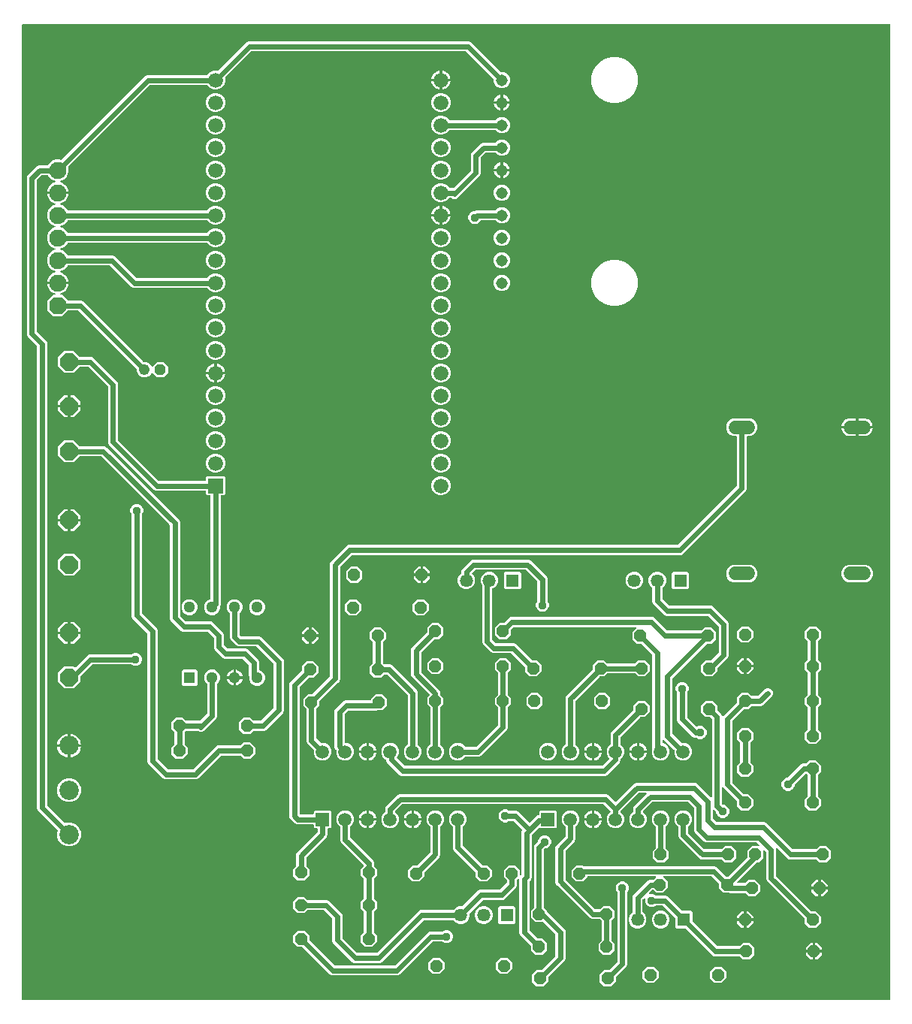
<source format=gbr>
G04 EAGLE Gerber RS-274X export*
G75*
%MOMM*%
%FSLAX34Y34*%
%LPD*%
%INTop Copper*%
%IPPOS*%
%AMOC8*
5,1,8,0,0,1.08239X$1,22.5*%
G01*
%ADD10R,1.676400X1.676400*%
%ADD11C,1.676400*%
%ADD12P,2.089446X8X22.500000*%
%ADD13C,1.930400*%
%ADD14C,1.308000*%
%ADD15P,2.164780X8X112.500000*%
%ADD16P,2.164780X8X292.500000*%
%ADD17R,1.288000X1.288000*%
%ADD18C,1.288000*%
%ADD19P,1.429621X8X22.500000*%
%ADD20P,1.429621X8X202.500000*%
%ADD21C,2.184400*%
%ADD22R,1.500000X1.500000*%
%ADD23C,1.500000*%
%ADD24P,1.319650X8X22.500000*%
%ADD25C,1.219200*%
%ADD26R,1.458000X1.458000*%
%ADD27C,1.458000*%
%ADD28C,1.508000*%
%ADD29C,0.609600*%
%ADD30C,4.016000*%
%ADD31C,0.956400*%

G36*
X988388Y-109216D02*
X988388Y-109216D01*
X988407Y-109218D01*
X988509Y-109196D01*
X988611Y-109180D01*
X988628Y-109170D01*
X988648Y-109166D01*
X988737Y-109113D01*
X988828Y-109064D01*
X988842Y-109050D01*
X988859Y-109040D01*
X988926Y-108961D01*
X988998Y-108886D01*
X989006Y-108868D01*
X989019Y-108853D01*
X989058Y-108757D01*
X989101Y-108663D01*
X989103Y-108643D01*
X989111Y-108625D01*
X989129Y-108458D01*
X989129Y989078D01*
X989126Y989098D01*
X989128Y989117D01*
X989106Y989219D01*
X989090Y989321D01*
X989080Y989338D01*
X989076Y989358D01*
X989023Y989447D01*
X988974Y989538D01*
X988960Y989552D01*
X988950Y989569D01*
X988871Y989636D01*
X988796Y989708D01*
X988778Y989716D01*
X988763Y989729D01*
X988667Y989768D01*
X988573Y989811D01*
X988553Y989813D01*
X988535Y989821D01*
X988368Y989839D01*
X10922Y989839D01*
X10902Y989836D01*
X10883Y989838D01*
X10781Y989816D01*
X10679Y989800D01*
X10662Y989790D01*
X10642Y989786D01*
X10553Y989733D01*
X10462Y989684D01*
X10448Y989670D01*
X10431Y989660D01*
X10364Y989581D01*
X10292Y989506D01*
X10284Y989488D01*
X10271Y989473D01*
X10232Y989377D01*
X10189Y989283D01*
X10187Y989263D01*
X10179Y989245D01*
X10161Y989078D01*
X10161Y-108458D01*
X10164Y-108478D01*
X10162Y-108497D01*
X10184Y-108599D01*
X10200Y-108701D01*
X10210Y-108718D01*
X10214Y-108738D01*
X10267Y-108827D01*
X10316Y-108918D01*
X10330Y-108932D01*
X10340Y-108949D01*
X10419Y-109016D01*
X10494Y-109088D01*
X10512Y-109096D01*
X10527Y-109109D01*
X10623Y-109148D01*
X10717Y-109191D01*
X10737Y-109193D01*
X10755Y-109201D01*
X10922Y-109219D01*
X988368Y-109219D01*
X988388Y-109216D01*
G37*
%LPC*%
G36*
X60822Y63537D02*
X60822Y63537D01*
X55874Y65587D01*
X52087Y69374D01*
X50037Y74322D01*
X50037Y79678D01*
X50687Y81245D01*
X50713Y81359D01*
X50742Y81472D01*
X50741Y81479D01*
X50743Y81485D01*
X50732Y81601D01*
X50723Y81718D01*
X50720Y81723D01*
X50720Y81730D01*
X50672Y81836D01*
X50626Y81944D01*
X50622Y81950D01*
X50620Y81954D01*
X50607Y81968D01*
X50521Y82075D01*
X29961Y102635D01*
X28282Y104314D01*
X27431Y106368D01*
X27431Y627290D01*
X27417Y627380D01*
X27409Y627471D01*
X27397Y627501D01*
X27392Y627532D01*
X27349Y627613D01*
X27313Y627697D01*
X27287Y627729D01*
X27276Y627750D01*
X27253Y627772D01*
X27208Y627828D01*
X16852Y638184D01*
X16001Y640238D01*
X16001Y817722D01*
X16852Y819776D01*
X27314Y830238D01*
X29368Y831089D01*
X39409Y831089D01*
X39524Y831108D01*
X39640Y831125D01*
X39646Y831127D01*
X39652Y831128D01*
X39754Y831183D01*
X39859Y831236D01*
X39864Y831241D01*
X39869Y831244D01*
X39949Y831328D01*
X40031Y831412D01*
X40035Y831418D01*
X40038Y831422D01*
X40046Y831439D01*
X40112Y831559D01*
X40464Y832407D01*
X43893Y835836D01*
X48375Y837693D01*
X53225Y837693D01*
X54073Y837341D01*
X54187Y837315D01*
X54300Y837286D01*
X54307Y837287D01*
X54313Y837285D01*
X54429Y837296D01*
X54546Y837305D01*
X54551Y837308D01*
X54558Y837308D01*
X54665Y837356D01*
X54772Y837402D01*
X54778Y837406D01*
X54782Y837408D01*
X54796Y837421D01*
X54903Y837507D01*
X147555Y930159D01*
X149234Y931838D01*
X151288Y932689D01*
X218584Y932689D01*
X218698Y932707D01*
X218815Y932725D01*
X218820Y932727D01*
X218826Y932728D01*
X218929Y932783D01*
X219034Y932836D01*
X219038Y932841D01*
X219044Y932844D01*
X219124Y932928D01*
X219206Y933012D01*
X219210Y933018D01*
X219213Y933022D01*
X219221Y933039D01*
X219287Y933159D01*
X219340Y933287D01*
X222413Y936360D01*
X226427Y938023D01*
X230773Y938023D01*
X230901Y937969D01*
X231015Y937943D01*
X231128Y937914D01*
X231135Y937915D01*
X231141Y937913D01*
X231257Y937924D01*
X231374Y937933D01*
X231379Y937936D01*
X231386Y937936D01*
X231492Y937984D01*
X231600Y938030D01*
X231606Y938034D01*
X231610Y938036D01*
X231624Y938049D01*
X231731Y938134D01*
X261855Y968259D01*
X263534Y969938D01*
X265588Y970789D01*
X514192Y970789D01*
X516246Y969938D01*
X517925Y968259D01*
X549780Y936404D01*
X549854Y936351D01*
X549923Y936291D01*
X549954Y936279D01*
X549980Y936260D01*
X550067Y936233D01*
X550152Y936199D01*
X550192Y936195D01*
X550215Y936188D01*
X550247Y936189D01*
X550318Y936181D01*
X552986Y936181D01*
X556324Y934798D01*
X558878Y932244D01*
X560261Y928906D01*
X560261Y925294D01*
X558878Y921956D01*
X556324Y919402D01*
X552986Y918019D01*
X549374Y918019D01*
X546036Y919402D01*
X543482Y921956D01*
X542099Y925294D01*
X542099Y927962D01*
X542085Y928052D01*
X542077Y928143D01*
X542065Y928173D01*
X542060Y928205D01*
X542017Y928285D01*
X541981Y928369D01*
X541955Y928401D01*
X541944Y928422D01*
X541921Y928444D01*
X541876Y928500D01*
X510988Y959388D01*
X510914Y959441D01*
X510845Y959501D01*
X510814Y959513D01*
X510788Y959532D01*
X510701Y959559D01*
X510616Y959593D01*
X510576Y959597D01*
X510553Y959604D01*
X510521Y959603D01*
X510450Y959611D01*
X269330Y959611D01*
X269240Y959597D01*
X269149Y959589D01*
X269119Y959577D01*
X269088Y959572D01*
X269007Y959529D01*
X268923Y959493D01*
X268891Y959467D01*
X268870Y959456D01*
X268848Y959433D01*
X268792Y959388D01*
X239634Y930231D01*
X239567Y930137D01*
X239497Y930042D01*
X239495Y930036D01*
X239491Y930031D01*
X239457Y929920D01*
X239420Y929808D01*
X239420Y929802D01*
X239419Y929796D01*
X239422Y929679D01*
X239423Y929562D01*
X239425Y929555D01*
X239425Y929550D01*
X239431Y929533D01*
X239469Y929401D01*
X239523Y929273D01*
X239523Y924927D01*
X237860Y920913D01*
X234787Y917840D01*
X230773Y916177D01*
X226427Y916177D01*
X222413Y917840D01*
X219340Y920913D01*
X219287Y921041D01*
X219226Y921140D01*
X219165Y921241D01*
X219161Y921245D01*
X219157Y921250D01*
X219067Y921325D01*
X218978Y921401D01*
X218973Y921403D01*
X218968Y921407D01*
X218860Y921449D01*
X218750Y921493D01*
X218743Y921494D01*
X218738Y921495D01*
X218720Y921496D01*
X218584Y921511D01*
X155030Y921511D01*
X154940Y921497D01*
X154849Y921489D01*
X154819Y921477D01*
X154788Y921472D01*
X154707Y921429D01*
X154623Y921393D01*
X154591Y921367D01*
X154570Y921356D01*
X154548Y921333D01*
X154492Y921288D01*
X62807Y829603D01*
X62738Y829508D01*
X62669Y829414D01*
X62667Y829408D01*
X62663Y829403D01*
X62629Y829292D01*
X62592Y829180D01*
X62592Y829174D01*
X62591Y829168D01*
X62594Y829051D01*
X62595Y828934D01*
X62597Y828927D01*
X62597Y828922D01*
X62603Y828905D01*
X62641Y828773D01*
X62993Y827925D01*
X62993Y823075D01*
X61136Y818593D01*
X57707Y815164D01*
X53542Y813438D01*
X53491Y813407D01*
X53436Y813384D01*
X53403Y813356D01*
X53367Y813337D01*
X53352Y813321D01*
X53333Y813309D01*
X53295Y813263D01*
X53249Y813224D01*
X53227Y813186D01*
X53200Y813157D01*
X53191Y813137D01*
X53176Y813119D01*
X53155Y813063D01*
X53124Y813012D01*
X53115Y812969D01*
X53098Y812932D01*
X53096Y812911D01*
X53088Y812890D01*
X53085Y812830D01*
X53073Y812771D01*
X53078Y812728D01*
X53074Y812688D01*
X53078Y812667D01*
X53077Y812644D01*
X53094Y812586D01*
X53101Y812527D01*
X53119Y812488D01*
X53128Y812448D01*
X53139Y812430D01*
X53146Y812408D01*
X53180Y812359D01*
X53205Y812304D01*
X53235Y812273D01*
X53257Y812238D01*
X53273Y812224D01*
X53286Y812206D01*
X53334Y812170D01*
X53375Y812127D01*
X53413Y812107D01*
X53445Y812080D01*
X53470Y812069D01*
X53483Y812059D01*
X53515Y812048D01*
X53584Y812017D01*
X53593Y812013D01*
X53596Y812012D01*
X53598Y812011D01*
X55480Y811399D01*
X57190Y810528D01*
X58743Y809400D01*
X60100Y808043D01*
X61228Y806490D01*
X62099Y804780D01*
X62693Y802955D01*
X62903Y801623D01*
X51562Y801623D01*
X51542Y801620D01*
X51523Y801622D01*
X51421Y801600D01*
X51319Y801583D01*
X51302Y801574D01*
X51282Y801570D01*
X51193Y801517D01*
X51102Y801468D01*
X51088Y801454D01*
X51071Y801444D01*
X51004Y801365D01*
X50933Y801290D01*
X50924Y801272D01*
X50911Y801257D01*
X50873Y801161D01*
X50829Y801067D01*
X50827Y801047D01*
X50819Y801029D01*
X50801Y800862D01*
X50801Y799338D01*
X50804Y799318D01*
X50802Y799299D01*
X50824Y799197D01*
X50841Y799095D01*
X50850Y799078D01*
X50854Y799058D01*
X50907Y798969D01*
X50956Y798878D01*
X50970Y798864D01*
X50980Y798847D01*
X51059Y798780D01*
X51134Y798709D01*
X51152Y798700D01*
X51167Y798687D01*
X51263Y798648D01*
X51357Y798605D01*
X51377Y798603D01*
X51395Y798595D01*
X51562Y798577D01*
X62903Y798577D01*
X62693Y797245D01*
X62099Y795420D01*
X61228Y793710D01*
X60100Y792157D01*
X58743Y790800D01*
X57190Y789672D01*
X55480Y788801D01*
X53598Y788189D01*
X53561Y788170D01*
X53520Y788159D01*
X53470Y788126D01*
X53415Y788101D01*
X53399Y788086D01*
X53380Y788076D01*
X53351Y788046D01*
X53315Y788023D01*
X53278Y787975D01*
X53234Y787935D01*
X53223Y787915D01*
X53208Y787900D01*
X53191Y787863D01*
X53164Y787828D01*
X53144Y787772D01*
X53116Y787719D01*
X53112Y787697D01*
X53102Y787678D01*
X53098Y787637D01*
X53083Y787596D01*
X53083Y787536D01*
X53072Y787477D01*
X53075Y787454D01*
X53073Y787433D01*
X53081Y787394D01*
X53081Y787350D01*
X53099Y787293D01*
X53108Y787234D01*
X53118Y787213D01*
X53123Y787193D01*
X53143Y787157D01*
X53157Y787116D01*
X53192Y787068D01*
X53219Y787015D01*
X53236Y786998D01*
X53247Y786980D01*
X53277Y786953D01*
X53303Y786919D01*
X53352Y786884D01*
X53395Y786843D01*
X53420Y786829D01*
X53432Y786818D01*
X53461Y786806D01*
X53478Y786797D01*
X53505Y786778D01*
X53520Y786774D01*
X53542Y786762D01*
X57707Y785036D01*
X61136Y781607D01*
X61488Y780759D01*
X61549Y780659D01*
X61609Y780559D01*
X61614Y780555D01*
X61617Y780550D01*
X61707Y780475D01*
X61796Y780399D01*
X61802Y780397D01*
X61807Y780393D01*
X61915Y780351D01*
X62024Y780307D01*
X62032Y780306D01*
X62036Y780305D01*
X62055Y780304D01*
X62191Y780289D01*
X218584Y780289D01*
X218698Y780307D01*
X218815Y780325D01*
X218820Y780327D01*
X218826Y780328D01*
X218929Y780383D01*
X219034Y780436D01*
X219038Y780441D01*
X219044Y780444D01*
X219124Y780528D01*
X219206Y780612D01*
X219210Y780618D01*
X219213Y780622D01*
X219221Y780639D01*
X219287Y780759D01*
X219340Y780887D01*
X222413Y783960D01*
X226427Y785623D01*
X230773Y785623D01*
X234787Y783960D01*
X237860Y780887D01*
X239523Y776873D01*
X239523Y772527D01*
X237860Y768513D01*
X234787Y765440D01*
X230773Y763777D01*
X226427Y763777D01*
X222413Y765440D01*
X219340Y768513D01*
X219287Y768641D01*
X219226Y768740D01*
X219165Y768841D01*
X219161Y768845D01*
X219157Y768850D01*
X219067Y768925D01*
X218978Y769001D01*
X218973Y769003D01*
X218968Y769007D01*
X218860Y769049D01*
X218750Y769093D01*
X218743Y769094D01*
X218738Y769095D01*
X218720Y769096D01*
X218584Y769111D01*
X62191Y769111D01*
X62076Y769092D01*
X61960Y769075D01*
X61954Y769073D01*
X61948Y769072D01*
X61846Y769017D01*
X61741Y768964D01*
X61736Y768959D01*
X61731Y768956D01*
X61651Y768872D01*
X61569Y768788D01*
X61565Y768782D01*
X61562Y768778D01*
X61554Y768761D01*
X61488Y768641D01*
X61136Y767793D01*
X57707Y764364D01*
X53699Y762703D01*
X53638Y762665D01*
X53572Y762636D01*
X53534Y762601D01*
X53490Y762574D01*
X53444Y762519D01*
X53391Y762470D01*
X53366Y762424D01*
X53333Y762384D01*
X53307Y762317D01*
X53272Y762254D01*
X53263Y762203D01*
X53245Y762155D01*
X53241Y762083D01*
X53229Y762012D01*
X53236Y761961D01*
X53234Y761909D01*
X53254Y761840D01*
X53265Y761769D01*
X53288Y761723D01*
X53303Y761673D01*
X53343Y761614D01*
X53376Y761550D01*
X53413Y761513D01*
X53443Y761471D01*
X53500Y761428D01*
X53552Y761378D01*
X53614Y761343D01*
X53640Y761324D01*
X53663Y761317D01*
X53699Y761297D01*
X57707Y759636D01*
X61136Y756207D01*
X61488Y755359D01*
X61549Y755259D01*
X61609Y755159D01*
X61614Y755155D01*
X61617Y755150D01*
X61707Y755075D01*
X61796Y754999D01*
X61802Y754997D01*
X61807Y754993D01*
X61915Y754951D01*
X62024Y754907D01*
X62032Y754906D01*
X62036Y754905D01*
X62055Y754904D01*
X62191Y754889D01*
X218584Y754889D01*
X218698Y754907D01*
X218815Y754925D01*
X218820Y754927D01*
X218826Y754928D01*
X218929Y754983D01*
X219034Y755036D01*
X219038Y755041D01*
X219044Y755044D01*
X219124Y755128D01*
X219206Y755212D01*
X219210Y755218D01*
X219213Y755222D01*
X219221Y755239D01*
X219287Y755359D01*
X219340Y755487D01*
X222413Y758560D01*
X226427Y760223D01*
X230773Y760223D01*
X234787Y758560D01*
X237860Y755487D01*
X239523Y751473D01*
X239523Y747127D01*
X237860Y743113D01*
X234787Y740040D01*
X230773Y738377D01*
X226427Y738377D01*
X222413Y740040D01*
X219340Y743113D01*
X219287Y743241D01*
X219226Y743340D01*
X219165Y743441D01*
X219161Y743445D01*
X219157Y743450D01*
X219067Y743525D01*
X218978Y743601D01*
X218973Y743603D01*
X218968Y743607D01*
X218860Y743649D01*
X218750Y743693D01*
X218743Y743694D01*
X218738Y743695D01*
X218720Y743696D01*
X218584Y743711D01*
X62191Y743711D01*
X62076Y743692D01*
X61960Y743675D01*
X61954Y743673D01*
X61948Y743672D01*
X61846Y743617D01*
X61741Y743564D01*
X61736Y743559D01*
X61731Y743556D01*
X61651Y743472D01*
X61569Y743388D01*
X61565Y743382D01*
X61562Y743378D01*
X61554Y743361D01*
X61488Y743241D01*
X61136Y742393D01*
X57707Y738964D01*
X53699Y737303D01*
X53638Y737265D01*
X53572Y737236D01*
X53534Y737201D01*
X53489Y737174D01*
X53444Y737118D01*
X53391Y737070D01*
X53366Y737024D01*
X53333Y736984D01*
X53307Y736917D01*
X53272Y736854D01*
X53263Y736803D01*
X53244Y736755D01*
X53241Y736683D01*
X53229Y736612D01*
X53236Y736561D01*
X53234Y736509D01*
X53254Y736440D01*
X53264Y736369D01*
X53288Y736323D01*
X53303Y736273D01*
X53343Y736214D01*
X53376Y736150D01*
X53413Y736113D01*
X53443Y736071D01*
X53500Y736028D01*
X53552Y735978D01*
X53614Y735943D01*
X53640Y735924D01*
X53662Y735917D01*
X53699Y735897D01*
X57707Y734236D01*
X61136Y730807D01*
X61488Y729959D01*
X61549Y729859D01*
X61609Y729759D01*
X61614Y729755D01*
X61617Y729750D01*
X61707Y729675D01*
X61796Y729599D01*
X61802Y729597D01*
X61807Y729593D01*
X61915Y729551D01*
X62024Y729507D01*
X62032Y729506D01*
X62036Y729505D01*
X62055Y729504D01*
X62191Y729489D01*
X112872Y729489D01*
X114926Y728638D01*
X139252Y704312D01*
X139326Y704259D01*
X139395Y704199D01*
X139426Y704187D01*
X139452Y704168D01*
X139539Y704141D01*
X139624Y704107D01*
X139664Y704103D01*
X139687Y704096D01*
X139719Y704097D01*
X139790Y704089D01*
X218584Y704089D01*
X218698Y704107D01*
X218815Y704125D01*
X218820Y704127D01*
X218826Y704128D01*
X218929Y704183D01*
X219034Y704236D01*
X219038Y704241D01*
X219044Y704244D01*
X219124Y704328D01*
X219206Y704412D01*
X219210Y704418D01*
X219213Y704422D01*
X219221Y704439D01*
X219287Y704559D01*
X219340Y704687D01*
X222413Y707760D01*
X226427Y709423D01*
X230773Y709423D01*
X234787Y707760D01*
X237860Y704687D01*
X239523Y700673D01*
X239523Y696327D01*
X237860Y692313D01*
X234787Y689240D01*
X230773Y687577D01*
X226427Y687577D01*
X222413Y689240D01*
X219340Y692313D01*
X219287Y692441D01*
X219226Y692540D01*
X219165Y692641D01*
X219161Y692645D01*
X219157Y692650D01*
X219067Y692725D01*
X218978Y692801D01*
X218973Y692803D01*
X218968Y692807D01*
X218860Y692849D01*
X218750Y692893D01*
X218743Y692894D01*
X218738Y692895D01*
X218720Y692896D01*
X218584Y692911D01*
X136048Y692911D01*
X133994Y693762D01*
X109668Y718088D01*
X109594Y718141D01*
X109525Y718201D01*
X109494Y718213D01*
X109468Y718232D01*
X109381Y718259D01*
X109296Y718293D01*
X109256Y718297D01*
X109233Y718304D01*
X109201Y718303D01*
X109130Y718311D01*
X62191Y718311D01*
X62076Y718292D01*
X61960Y718275D01*
X61954Y718273D01*
X61948Y718272D01*
X61846Y718217D01*
X61741Y718164D01*
X61736Y718159D01*
X61731Y718156D01*
X61651Y718072D01*
X61569Y717988D01*
X61565Y717982D01*
X61562Y717978D01*
X61554Y717961D01*
X61488Y717841D01*
X61136Y716993D01*
X57707Y713564D01*
X53542Y711838D01*
X53488Y711805D01*
X53430Y711781D01*
X53400Y711755D01*
X53367Y711737D01*
X53352Y711721D01*
X53333Y711709D01*
X53292Y711660D01*
X53245Y711618D01*
X53225Y711584D01*
X53200Y711557D01*
X53191Y711537D01*
X53176Y711519D01*
X53153Y711460D01*
X53122Y711406D01*
X53114Y711366D01*
X53098Y711332D01*
X53096Y711312D01*
X53088Y711290D01*
X53085Y711227D01*
X53072Y711165D01*
X53077Y711125D01*
X53074Y711088D01*
X53078Y711067D01*
X53077Y711044D01*
X53095Y710983D01*
X53103Y710920D01*
X53120Y710884D01*
X53128Y710848D01*
X53139Y710830D01*
X53146Y710808D01*
X53182Y710756D01*
X53209Y710699D01*
X53237Y710670D01*
X53257Y710638D01*
X53273Y710624D01*
X53286Y710606D01*
X53337Y710568D01*
X53381Y710523D01*
X53416Y710505D01*
X53445Y710480D01*
X53470Y710469D01*
X53483Y710459D01*
X53515Y710448D01*
X53598Y710411D01*
X53599Y710411D01*
X53600Y710410D01*
X55480Y709799D01*
X57190Y708928D01*
X58743Y707800D01*
X60100Y706443D01*
X61228Y704890D01*
X62099Y703180D01*
X62693Y701355D01*
X62903Y700023D01*
X51562Y700023D01*
X51542Y700020D01*
X51523Y700022D01*
X51421Y700000D01*
X51319Y699983D01*
X51302Y699974D01*
X51282Y699970D01*
X51193Y699917D01*
X51102Y699868D01*
X51088Y699854D01*
X51071Y699844D01*
X51004Y699765D01*
X50933Y699690D01*
X50924Y699672D01*
X50911Y699657D01*
X50873Y699561D01*
X50829Y699467D01*
X50827Y699447D01*
X50819Y699429D01*
X50801Y699262D01*
X50801Y697738D01*
X50804Y697718D01*
X50802Y697699D01*
X50824Y697597D01*
X50841Y697495D01*
X50850Y697478D01*
X50854Y697458D01*
X50907Y697369D01*
X50956Y697278D01*
X50970Y697264D01*
X50980Y697247D01*
X51059Y697180D01*
X51134Y697109D01*
X51152Y697100D01*
X51167Y697087D01*
X51263Y697048D01*
X51357Y697005D01*
X51377Y697003D01*
X51395Y696995D01*
X51562Y696977D01*
X62903Y696977D01*
X62693Y695645D01*
X62099Y693820D01*
X61228Y692110D01*
X60100Y690557D01*
X58743Y689200D01*
X57190Y688072D01*
X55480Y687201D01*
X54180Y686778D01*
X54176Y686776D01*
X54172Y686775D01*
X54068Y686720D01*
X53961Y686665D01*
X53958Y686662D01*
X53955Y686660D01*
X53873Y686574D01*
X53790Y686489D01*
X53788Y686485D01*
X53786Y686482D01*
X53735Y686374D01*
X53684Y686267D01*
X53684Y686263D01*
X53682Y686259D01*
X53669Y686140D01*
X53654Y686022D01*
X53655Y686018D01*
X53655Y686015D01*
X53680Y685897D01*
X53704Y685782D01*
X53706Y685778D01*
X53707Y685774D01*
X53769Y685671D01*
X53828Y685569D01*
X53831Y685566D01*
X53833Y685563D01*
X53925Y685485D01*
X54013Y685407D01*
X54017Y685406D01*
X54020Y685403D01*
X54132Y685358D01*
X54241Y685313D01*
X54245Y685313D01*
X54248Y685311D01*
X54415Y685293D01*
X55850Y685293D01*
X62231Y678912D01*
X62305Y678859D01*
X62375Y678799D01*
X62405Y678787D01*
X62431Y678768D01*
X62518Y678741D01*
X62603Y678707D01*
X62644Y678703D01*
X62666Y678696D01*
X62698Y678697D01*
X62770Y678689D01*
X77312Y678689D01*
X79366Y677838D01*
X147634Y609570D01*
X147708Y609517D01*
X147777Y609457D01*
X147808Y609445D01*
X147834Y609426D01*
X147921Y609399D01*
X148006Y609365D01*
X148046Y609361D01*
X148069Y609354D01*
X148101Y609355D01*
X148172Y609347D01*
X150308Y609347D01*
X153482Y608032D01*
X155912Y605602D01*
X156394Y604437D01*
X156419Y604398D01*
X156434Y604355D01*
X156483Y604294D01*
X156524Y604228D01*
X156559Y604199D01*
X156588Y604163D01*
X156654Y604121D01*
X156714Y604071D01*
X156756Y604055D01*
X156795Y604030D01*
X156871Y604011D01*
X156943Y603983D01*
X156989Y603981D01*
X157034Y603970D01*
X157111Y603976D01*
X157189Y603973D01*
X157233Y603986D01*
X157279Y603989D01*
X157350Y604020D01*
X157425Y604041D01*
X157463Y604067D01*
X157505Y604085D01*
X157612Y604171D01*
X157627Y604182D01*
X157630Y604186D01*
X157636Y604190D01*
X162793Y609347D01*
X169947Y609347D01*
X175007Y604287D01*
X175007Y597133D01*
X169947Y592073D01*
X162793Y592073D01*
X157636Y597230D01*
X157599Y597257D01*
X157568Y597290D01*
X157499Y597328D01*
X157436Y597373D01*
X157392Y597387D01*
X157352Y597409D01*
X157276Y597423D01*
X157201Y597446D01*
X157155Y597444D01*
X157110Y597453D01*
X157033Y597441D01*
X156955Y597439D01*
X156912Y597424D01*
X156867Y597417D01*
X156797Y597382D01*
X156724Y597355D01*
X156688Y597326D01*
X156648Y597305D01*
X156593Y597250D01*
X156532Y597201D01*
X156507Y597162D01*
X156475Y597130D01*
X156409Y597010D01*
X156399Y596994D01*
X156398Y596989D01*
X156394Y596983D01*
X155912Y595818D01*
X153482Y593388D01*
X150308Y592073D01*
X146872Y592073D01*
X143698Y593388D01*
X141268Y595818D01*
X139953Y598992D01*
X139953Y601128D01*
X139939Y601218D01*
X139931Y601309D01*
X139919Y601339D01*
X139914Y601370D01*
X139871Y601451D01*
X139835Y601535D01*
X139809Y601567D01*
X139798Y601588D01*
X139775Y601610D01*
X139730Y601666D01*
X74108Y667288D01*
X74034Y667341D01*
X73965Y667401D01*
X73934Y667413D01*
X73908Y667432D01*
X73821Y667459D01*
X73736Y667493D01*
X73696Y667497D01*
X73673Y667504D01*
X73641Y667503D01*
X73570Y667511D01*
X62770Y667511D01*
X62680Y667497D01*
X62589Y667489D01*
X62559Y667477D01*
X62527Y667472D01*
X62446Y667429D01*
X62362Y667393D01*
X62330Y667367D01*
X62310Y667356D01*
X62287Y667333D01*
X62231Y667288D01*
X55850Y660907D01*
X45750Y660907D01*
X38607Y668050D01*
X38607Y678150D01*
X45750Y685293D01*
X47185Y685293D01*
X47189Y685293D01*
X47193Y685293D01*
X47312Y685314D01*
X47428Y685332D01*
X47431Y685334D01*
X47435Y685335D01*
X47541Y685392D01*
X47645Y685448D01*
X47648Y685450D01*
X47651Y685452D01*
X47732Y685540D01*
X47814Y685626D01*
X47816Y685630D01*
X47819Y685632D01*
X47868Y685741D01*
X47918Y685849D01*
X47919Y685853D01*
X47920Y685857D01*
X47932Y685976D01*
X47945Y686093D01*
X47944Y686097D01*
X47945Y686101D01*
X47918Y686217D01*
X47893Y686334D01*
X47891Y686337D01*
X47890Y686341D01*
X47828Y686442D01*
X47767Y686545D01*
X47764Y686547D01*
X47762Y686551D01*
X47670Y686628D01*
X47580Y686705D01*
X47576Y686706D01*
X47573Y686709D01*
X47420Y686778D01*
X46120Y687201D01*
X44410Y688072D01*
X42857Y689200D01*
X41500Y690557D01*
X40372Y692110D01*
X39501Y693820D01*
X38907Y695645D01*
X38697Y696977D01*
X50038Y696977D01*
X50058Y696980D01*
X50077Y696978D01*
X50179Y697000D01*
X50281Y697017D01*
X50298Y697026D01*
X50318Y697030D01*
X50407Y697083D01*
X50498Y697132D01*
X50512Y697146D01*
X50529Y697156D01*
X50596Y697235D01*
X50667Y697310D01*
X50676Y697328D01*
X50689Y697343D01*
X50727Y697439D01*
X50771Y697533D01*
X50773Y697553D01*
X50781Y697571D01*
X50799Y697738D01*
X50799Y699262D01*
X50796Y699282D01*
X50798Y699301D01*
X50776Y699403D01*
X50759Y699505D01*
X50750Y699522D01*
X50746Y699542D01*
X50693Y699631D01*
X50644Y699722D01*
X50630Y699736D01*
X50620Y699753D01*
X50541Y699820D01*
X50466Y699891D01*
X50448Y699900D01*
X50433Y699913D01*
X50337Y699952D01*
X50243Y699995D01*
X50223Y699997D01*
X50205Y700005D01*
X50038Y700023D01*
X38697Y700023D01*
X38907Y701355D01*
X39501Y703180D01*
X40372Y704890D01*
X41500Y706443D01*
X42857Y707800D01*
X44410Y708928D01*
X46120Y709799D01*
X48002Y710411D01*
X48036Y710429D01*
X48074Y710438D01*
X48127Y710473D01*
X48185Y710499D01*
X48201Y710514D01*
X48220Y710524D01*
X48247Y710551D01*
X48280Y710573D01*
X48319Y710622D01*
X48366Y710665D01*
X48377Y710685D01*
X48392Y710700D01*
X48408Y710734D01*
X48433Y710766D01*
X48454Y710825D01*
X48484Y710881D01*
X48489Y710904D01*
X48498Y710922D01*
X48502Y710959D01*
X48516Y710997D01*
X48517Y711060D01*
X48528Y711123D01*
X48525Y711146D01*
X48527Y711167D01*
X48520Y711203D01*
X48520Y711243D01*
X48501Y711303D01*
X48492Y711366D01*
X48482Y711387D01*
X48477Y711407D01*
X48459Y711440D01*
X48447Y711478D01*
X48409Y711529D01*
X48381Y711585D01*
X48364Y711602D01*
X48353Y711620D01*
X48325Y711645D01*
X48302Y711677D01*
X48250Y711713D01*
X48205Y711757D01*
X48180Y711771D01*
X48168Y711782D01*
X48140Y711794D01*
X48128Y711800D01*
X48101Y711819D01*
X48084Y711824D01*
X48058Y711838D01*
X43893Y713564D01*
X40464Y716993D01*
X38607Y721475D01*
X38607Y726325D01*
X40464Y730807D01*
X43893Y734236D01*
X47901Y735897D01*
X47962Y735934D01*
X48028Y735964D01*
X48066Y735999D01*
X48111Y736026D01*
X48156Y736081D01*
X48209Y736130D01*
X48234Y736176D01*
X48267Y736216D01*
X48293Y736283D01*
X48328Y736346D01*
X48337Y736397D01*
X48356Y736445D01*
X48359Y736517D01*
X48371Y736588D01*
X48364Y736639D01*
X48366Y736691D01*
X48346Y736760D01*
X48336Y736831D01*
X48312Y736877D01*
X48297Y736927D01*
X48257Y736986D01*
X48224Y737050D01*
X48187Y737087D01*
X48157Y737129D01*
X48100Y737172D01*
X48048Y737222D01*
X47986Y737257D01*
X47960Y737276D01*
X47938Y737283D01*
X47901Y737303D01*
X43893Y738964D01*
X40464Y742393D01*
X38607Y746875D01*
X38607Y751725D01*
X40464Y756207D01*
X43893Y759636D01*
X47901Y761297D01*
X47962Y761334D01*
X48028Y761364D01*
X48066Y761399D01*
X48110Y761426D01*
X48156Y761481D01*
X48209Y761530D01*
X48234Y761576D01*
X48267Y761616D01*
X48293Y761683D01*
X48328Y761746D01*
X48337Y761797D01*
X48355Y761845D01*
X48359Y761917D01*
X48371Y761988D01*
X48364Y762039D01*
X48366Y762091D01*
X48346Y762160D01*
X48335Y762231D01*
X48312Y762277D01*
X48297Y762327D01*
X48257Y762386D01*
X48224Y762450D01*
X48187Y762487D01*
X48157Y762529D01*
X48100Y762572D01*
X48048Y762622D01*
X47986Y762657D01*
X47960Y762676D01*
X47937Y762683D01*
X47901Y762703D01*
X43893Y764364D01*
X40464Y767793D01*
X38607Y772275D01*
X38607Y777125D01*
X40464Y781607D01*
X43893Y785036D01*
X48058Y786762D01*
X48109Y786793D01*
X48164Y786816D01*
X48197Y786844D01*
X48233Y786863D01*
X48248Y786879D01*
X48267Y786891D01*
X48305Y786937D01*
X48351Y786976D01*
X48373Y787014D01*
X48400Y787043D01*
X48409Y787063D01*
X48424Y787081D01*
X48445Y787137D01*
X48476Y787188D01*
X48485Y787231D01*
X48502Y787268D01*
X48504Y787289D01*
X48512Y787310D01*
X48515Y787370D01*
X48527Y787429D01*
X48522Y787472D01*
X48526Y787512D01*
X48522Y787533D01*
X48523Y787556D01*
X48506Y787614D01*
X48499Y787673D01*
X48481Y787712D01*
X48472Y787752D01*
X48461Y787770D01*
X48454Y787792D01*
X48420Y787841D01*
X48395Y787896D01*
X48365Y787927D01*
X48343Y787962D01*
X48327Y787976D01*
X48314Y787994D01*
X48266Y788030D01*
X48225Y788073D01*
X48187Y788093D01*
X48155Y788120D01*
X48130Y788131D01*
X48117Y788141D01*
X48085Y788152D01*
X48016Y788183D01*
X48007Y788187D01*
X48004Y788188D01*
X48002Y788189D01*
X46120Y788801D01*
X44410Y789672D01*
X42857Y790800D01*
X41500Y792157D01*
X40372Y793710D01*
X39501Y795420D01*
X38907Y797245D01*
X38697Y798577D01*
X50038Y798577D01*
X50058Y798580D01*
X50077Y798578D01*
X50179Y798600D01*
X50281Y798617D01*
X50298Y798626D01*
X50318Y798630D01*
X50407Y798683D01*
X50498Y798732D01*
X50512Y798746D01*
X50529Y798756D01*
X50596Y798835D01*
X50667Y798910D01*
X50676Y798928D01*
X50689Y798943D01*
X50727Y799039D01*
X50771Y799133D01*
X50773Y799153D01*
X50781Y799171D01*
X50799Y799338D01*
X50799Y800862D01*
X50796Y800882D01*
X50798Y800901D01*
X50776Y801003D01*
X50759Y801105D01*
X50750Y801122D01*
X50746Y801142D01*
X50693Y801231D01*
X50644Y801322D01*
X50630Y801336D01*
X50620Y801353D01*
X50541Y801420D01*
X50466Y801491D01*
X50448Y801500D01*
X50433Y801513D01*
X50337Y801552D01*
X50243Y801595D01*
X50223Y801597D01*
X50205Y801605D01*
X50038Y801623D01*
X38697Y801623D01*
X38907Y802955D01*
X39501Y804780D01*
X40372Y806490D01*
X41500Y808043D01*
X42857Y809400D01*
X44410Y810528D01*
X46120Y811399D01*
X48002Y812011D01*
X48039Y812030D01*
X48080Y812041D01*
X48130Y812074D01*
X48185Y812099D01*
X48201Y812114D01*
X48220Y812124D01*
X48249Y812154D01*
X48285Y812177D01*
X48322Y812225D01*
X48366Y812265D01*
X48377Y812285D01*
X48392Y812300D01*
X48409Y812337D01*
X48436Y812372D01*
X48456Y812428D01*
X48484Y812481D01*
X48488Y812503D01*
X48498Y812522D01*
X48502Y812563D01*
X48517Y812604D01*
X48517Y812664D01*
X48528Y812723D01*
X48525Y812746D01*
X48527Y812767D01*
X48519Y812806D01*
X48519Y812850D01*
X48501Y812907D01*
X48492Y812966D01*
X48482Y812987D01*
X48477Y813007D01*
X48457Y813043D01*
X48443Y813084D01*
X48408Y813132D01*
X48381Y813185D01*
X48364Y813202D01*
X48353Y813220D01*
X48323Y813247D01*
X48297Y813281D01*
X48248Y813316D01*
X48205Y813357D01*
X48180Y813371D01*
X48168Y813382D01*
X48139Y813394D01*
X48122Y813403D01*
X48095Y813422D01*
X48080Y813426D01*
X48058Y813438D01*
X43893Y815164D01*
X40464Y818593D01*
X40112Y819441D01*
X40051Y819541D01*
X39991Y819641D01*
X39986Y819645D01*
X39983Y819650D01*
X39893Y819725D01*
X39804Y819801D01*
X39798Y819803D01*
X39793Y819807D01*
X39685Y819849D01*
X39576Y819893D01*
X39568Y819894D01*
X39564Y819895D01*
X39545Y819896D01*
X39409Y819911D01*
X33110Y819911D01*
X33020Y819897D01*
X32929Y819889D01*
X32899Y819877D01*
X32868Y819872D01*
X32787Y819829D01*
X32703Y819793D01*
X32671Y819767D01*
X32650Y819756D01*
X32628Y819733D01*
X32572Y819688D01*
X27402Y814518D01*
X27349Y814444D01*
X27289Y814375D01*
X27277Y814344D01*
X27258Y814318D01*
X27231Y814231D01*
X27197Y814146D01*
X27193Y814106D01*
X27186Y814083D01*
X27187Y814051D01*
X27179Y813980D01*
X27179Y643980D01*
X27193Y643890D01*
X27201Y643799D01*
X27213Y643769D01*
X27218Y643738D01*
X27261Y643657D01*
X27297Y643573D01*
X27323Y643541D01*
X27334Y643520D01*
X27357Y643498D01*
X27402Y643442D01*
X37758Y633086D01*
X38609Y631032D01*
X38609Y110110D01*
X38623Y110020D01*
X38631Y109929D01*
X38643Y109899D01*
X38648Y109868D01*
X38691Y109787D01*
X38727Y109703D01*
X38753Y109671D01*
X38764Y109650D01*
X38787Y109628D01*
X38832Y109572D01*
X58425Y89979D01*
X58520Y89910D01*
X58614Y89841D01*
X58620Y89839D01*
X58625Y89835D01*
X58736Y89801D01*
X58848Y89764D01*
X58854Y89764D01*
X58860Y89763D01*
X58977Y89766D01*
X59094Y89767D01*
X59101Y89769D01*
X59106Y89769D01*
X59123Y89775D01*
X59255Y89813D01*
X60822Y90463D01*
X66178Y90463D01*
X71126Y88413D01*
X74913Y84626D01*
X76963Y79678D01*
X76963Y74322D01*
X74913Y69374D01*
X71126Y65587D01*
X66178Y63537D01*
X60822Y63537D01*
G37*
%LPD*%
%LPC*%
G36*
X822982Y-63755D02*
X822982Y-63755D01*
X819649Y-60422D01*
X819575Y-60369D01*
X819506Y-60309D01*
X819476Y-60297D01*
X819449Y-60278D01*
X819362Y-60251D01*
X819278Y-60217D01*
X819237Y-60213D01*
X819214Y-60206D01*
X819182Y-60207D01*
X819111Y-60199D01*
X790688Y-60199D01*
X788634Y-59348D01*
X758400Y-29114D01*
X758326Y-29061D01*
X758257Y-29001D01*
X758226Y-28989D01*
X758200Y-28970D01*
X758113Y-28943D01*
X758028Y-28909D01*
X757988Y-28905D01*
X757965Y-28898D01*
X757933Y-28899D01*
X757862Y-28891D01*
X747908Y-28891D01*
X746419Y-27402D01*
X746419Y-17448D01*
X746405Y-17358D01*
X746397Y-17267D01*
X746385Y-17237D01*
X746380Y-17206D01*
X746337Y-17125D01*
X746301Y-17041D01*
X746275Y-17009D01*
X746264Y-16988D01*
X746241Y-16966D01*
X746196Y-16910D01*
X732558Y-3272D01*
X732484Y-3219D01*
X732415Y-3159D01*
X732384Y-3147D01*
X732358Y-3128D01*
X732271Y-3101D01*
X732186Y-3067D01*
X732146Y-3063D01*
X732123Y-3056D01*
X732091Y-3057D01*
X732020Y-3049D01*
X725172Y-3049D01*
X725082Y-3063D01*
X724991Y-3071D01*
X724962Y-3083D01*
X724930Y-3088D01*
X724849Y-3131D01*
X724765Y-3167D01*
X724733Y-3193D01*
X724712Y-3204D01*
X724690Y-3227D01*
X724634Y-3272D01*
X724238Y-3668D01*
X721547Y-4783D01*
X718633Y-4783D01*
X715942Y-3668D01*
X713882Y-1608D01*
X712767Y1083D01*
X712767Y3997D01*
X712976Y4502D01*
X712999Y4596D01*
X713027Y4689D01*
X713027Y4716D01*
X713033Y4741D01*
X713024Y4838D01*
X713021Y4935D01*
X713012Y4960D01*
X713010Y4986D01*
X712970Y5075D01*
X712937Y5166D01*
X712920Y5187D01*
X712910Y5211D01*
X712844Y5282D01*
X712783Y5358D01*
X712761Y5373D01*
X712743Y5392D01*
X712658Y5439D01*
X712576Y5491D01*
X712551Y5498D01*
X712528Y5510D01*
X712432Y5528D01*
X712337Y5551D01*
X712311Y5549D01*
X712286Y5554D01*
X712189Y5540D01*
X712092Y5532D01*
X712068Y5522D01*
X712042Y5518D01*
X711955Y5474D01*
X711866Y5436D01*
X711840Y5416D01*
X711823Y5407D01*
X711800Y5383D01*
X711735Y5331D01*
X710062Y3658D01*
X710009Y3584D01*
X709949Y3515D01*
X709937Y3484D01*
X709918Y3458D01*
X709891Y3371D01*
X709857Y3286D01*
X709853Y3246D01*
X709846Y3223D01*
X709847Y3191D01*
X709839Y3120D01*
X709839Y-10431D01*
X709853Y-10521D01*
X709861Y-10612D01*
X709873Y-10641D01*
X709878Y-10673D01*
X709921Y-10754D01*
X709957Y-10838D01*
X709983Y-10870D01*
X709994Y-10891D01*
X710017Y-10913D01*
X710062Y-10969D01*
X712584Y-13491D01*
X714081Y-17105D01*
X714081Y-21015D01*
X712584Y-24629D01*
X709819Y-27394D01*
X706205Y-28891D01*
X702295Y-28891D01*
X698681Y-27394D01*
X695916Y-24629D01*
X694419Y-21015D01*
X694419Y-17105D01*
X695916Y-13491D01*
X698438Y-10969D01*
X698491Y-10895D01*
X698551Y-10826D01*
X698563Y-10795D01*
X698582Y-10769D01*
X698609Y-10682D01*
X698643Y-10597D01*
X698647Y-10556D01*
X698654Y-10534D01*
X698653Y-10502D01*
X698661Y-10431D01*
X698661Y6862D01*
X699512Y8916D01*
X715654Y25058D01*
X717708Y25909D01*
X721321Y25909D01*
X721411Y25923D01*
X721502Y25931D01*
X721532Y25943D01*
X721564Y25948D01*
X721644Y25991D01*
X721728Y26027D01*
X721760Y26053D01*
X721781Y26064D01*
X721803Y26087D01*
X721859Y26132D01*
X724399Y28672D01*
X724441Y28730D01*
X724490Y28782D01*
X724512Y28829D01*
X724543Y28871D01*
X724564Y28940D01*
X724594Y29005D01*
X724600Y29057D01*
X724615Y29107D01*
X724613Y29178D01*
X724621Y29249D01*
X724610Y29300D01*
X724609Y29352D01*
X724584Y29420D01*
X724569Y29490D01*
X724542Y29534D01*
X724524Y29583D01*
X724479Y29639D01*
X724443Y29701D01*
X724403Y29735D01*
X724371Y29775D01*
X724310Y29814D01*
X724256Y29861D01*
X724207Y29880D01*
X724164Y29908D01*
X724094Y29926D01*
X724028Y29953D01*
X723956Y29961D01*
X723925Y29969D01*
X723902Y29967D01*
X723861Y29971D01*
X648716Y29971D01*
X648696Y29968D01*
X648677Y29970D01*
X648575Y29948D01*
X648473Y29932D01*
X648456Y29922D01*
X648436Y29918D01*
X648347Y29865D01*
X648256Y29816D01*
X648242Y29802D01*
X648225Y29792D01*
X648158Y29713D01*
X648086Y29638D01*
X648078Y29620D01*
X648065Y29605D01*
X648026Y29509D01*
X647983Y29415D01*
X647981Y29395D01*
X647973Y29377D01*
X647957Y29235D01*
X642598Y23875D01*
X635022Y23875D01*
X629665Y29232D01*
X629665Y36808D01*
X635022Y42165D01*
X642598Y42165D01*
X643391Y41372D01*
X643465Y41319D01*
X643534Y41259D01*
X643564Y41247D01*
X643591Y41228D01*
X643678Y41201D01*
X643762Y41167D01*
X643803Y41163D01*
X643826Y41156D01*
X643858Y41157D01*
X643929Y41149D01*
X791052Y41149D01*
X793106Y40298D01*
X803716Y29688D01*
X803790Y29635D01*
X803859Y29575D01*
X803890Y29563D01*
X803916Y29544D01*
X804003Y29517D01*
X804088Y29483D01*
X804128Y29479D01*
X804151Y29472D01*
X804183Y29473D01*
X804254Y29465D01*
X806106Y29465D01*
X806196Y29479D01*
X806287Y29487D01*
X806317Y29499D01*
X806348Y29504D01*
X806429Y29547D01*
X806513Y29583D01*
X806545Y29609D01*
X806566Y29620D01*
X806588Y29643D01*
X806644Y29688D01*
X827562Y50606D01*
X827615Y50680D01*
X827675Y50749D01*
X827687Y50780D01*
X827706Y50806D01*
X827733Y50893D01*
X827767Y50978D01*
X827771Y51018D01*
X827778Y51041D01*
X827777Y51073D01*
X827785Y51144D01*
X827785Y58398D01*
X833142Y63755D01*
X840904Y63755D01*
X840975Y63766D01*
X841046Y63768D01*
X841095Y63786D01*
X841147Y63794D01*
X841210Y63828D01*
X841277Y63853D01*
X841318Y63885D01*
X841364Y63910D01*
X841413Y63962D01*
X841469Y64006D01*
X841497Y64050D01*
X841533Y64088D01*
X841563Y64153D01*
X841602Y64213D01*
X841615Y64264D01*
X841637Y64311D01*
X841645Y64382D01*
X841662Y64452D01*
X841658Y64504D01*
X841664Y64555D01*
X841649Y64626D01*
X841643Y64697D01*
X841623Y64745D01*
X841612Y64796D01*
X841575Y64857D01*
X841547Y64923D01*
X841502Y64979D01*
X841486Y65007D01*
X841468Y65022D01*
X841442Y65054D01*
X838648Y67848D01*
X838574Y67901D01*
X838505Y67961D01*
X838475Y67973D01*
X838448Y67992D01*
X838361Y68019D01*
X838276Y68053D01*
X838236Y68057D01*
X838213Y68064D01*
X838181Y68063D01*
X838110Y68071D01*
X781208Y68071D01*
X779154Y68922D01*
X768692Y79384D01*
X767841Y81438D01*
X767841Y106590D01*
X767827Y106680D01*
X767819Y106771D01*
X767807Y106801D01*
X767802Y106832D01*
X767759Y106913D01*
X767723Y106997D01*
X767697Y107029D01*
X767686Y107050D01*
X767663Y107072D01*
X767618Y107128D01*
X761178Y113568D01*
X761104Y113621D01*
X761035Y113681D01*
X761004Y113693D01*
X760978Y113712D01*
X760891Y113739D01*
X760806Y113773D01*
X760766Y113777D01*
X760743Y113784D01*
X760711Y113783D01*
X760640Y113791D01*
X721450Y113791D01*
X721360Y113777D01*
X721269Y113769D01*
X721239Y113757D01*
X721208Y113752D01*
X721127Y113709D01*
X721043Y113673D01*
X721011Y113647D01*
X720990Y113636D01*
X720968Y113613D01*
X720912Y113568D01*
X710725Y103381D01*
X710713Y103365D01*
X710698Y103353D01*
X710642Y103265D01*
X710581Y103182D01*
X710576Y103163D01*
X710565Y103146D01*
X710539Y103045D01*
X710509Y102946D01*
X710510Y102927D01*
X710505Y102907D01*
X710513Y102804D01*
X710515Y102701D01*
X710522Y102682D01*
X710524Y102662D01*
X710564Y102567D01*
X710600Y102470D01*
X710612Y102454D01*
X710620Y102436D01*
X710725Y102305D01*
X713362Y99668D01*
X714891Y95977D01*
X714891Y91983D01*
X713362Y88292D01*
X710538Y85468D01*
X706847Y83939D01*
X702853Y83939D01*
X699162Y85468D01*
X696338Y88292D01*
X694809Y91983D01*
X694809Y95977D01*
X696338Y99668D01*
X699038Y102368D01*
X699091Y102442D01*
X699151Y102511D01*
X699163Y102542D01*
X699182Y102568D01*
X699209Y102655D01*
X699243Y102740D01*
X699247Y102781D01*
X699254Y102803D01*
X699253Y102835D01*
X699261Y102906D01*
X699261Y106522D01*
X700112Y108576D01*
X714188Y122652D01*
X714230Y122710D01*
X714279Y122762D01*
X714301Y122809D01*
X714332Y122851D01*
X714353Y122920D01*
X714383Y122985D01*
X714389Y123037D01*
X714404Y123087D01*
X714402Y123158D01*
X714410Y123229D01*
X714399Y123280D01*
X714398Y123332D01*
X714373Y123400D01*
X714358Y123470D01*
X714331Y123515D01*
X714313Y123563D01*
X714268Y123619D01*
X714232Y123681D01*
X714192Y123715D01*
X714159Y123755D01*
X714099Y123794D01*
X714045Y123841D01*
X713996Y123860D01*
X713953Y123888D01*
X713883Y123906D01*
X713817Y123933D01*
X713745Y123941D01*
X713714Y123949D01*
X713691Y123947D01*
X713650Y123951D01*
X706210Y123951D01*
X706120Y123937D01*
X706029Y123929D01*
X705999Y123917D01*
X705968Y123912D01*
X705887Y123869D01*
X705803Y123833D01*
X705771Y123807D01*
X705750Y123796D01*
X705728Y123773D01*
X705672Y123728D01*
X685325Y103381D01*
X685313Y103365D01*
X685298Y103353D01*
X685242Y103265D01*
X685181Y103182D01*
X685176Y103163D01*
X685165Y103146D01*
X685139Y103045D01*
X685109Y102947D01*
X685110Y102927D01*
X685105Y102907D01*
X685113Y102804D01*
X685115Y102701D01*
X685122Y102682D01*
X685124Y102662D01*
X685164Y102567D01*
X685200Y102470D01*
X685212Y102454D01*
X685220Y102436D01*
X685325Y102305D01*
X687962Y99668D01*
X689491Y95977D01*
X689491Y91983D01*
X687962Y88292D01*
X685138Y85468D01*
X681447Y83939D01*
X677453Y83939D01*
X673762Y85468D01*
X670938Y88292D01*
X669409Y91983D01*
X669409Y95977D01*
X670938Y99668D01*
X673575Y102305D01*
X673587Y102321D01*
X673602Y102333D01*
X673658Y102421D01*
X673719Y102505D01*
X673724Y102523D01*
X673735Y102540D01*
X673761Y102641D01*
X673791Y102740D01*
X673790Y102760D01*
X673795Y102779D01*
X673787Y102882D01*
X673785Y102985D01*
X673778Y103004D01*
X673776Y103024D01*
X673736Y103119D01*
X673700Y103216D01*
X673688Y103232D01*
X673680Y103250D01*
X673575Y103381D01*
X665928Y111028D01*
X665854Y111081D01*
X665785Y111141D01*
X665754Y111153D01*
X665728Y111172D01*
X665641Y111199D01*
X665556Y111233D01*
X665516Y111237D01*
X665493Y111244D01*
X665461Y111243D01*
X665390Y111251D01*
X439510Y111251D01*
X439420Y111237D01*
X439329Y111229D01*
X439299Y111217D01*
X439267Y111212D01*
X439187Y111169D01*
X439103Y111133D01*
X439071Y111107D01*
X439050Y111096D01*
X439028Y111073D01*
X438972Y111028D01*
X431325Y103381D01*
X431313Y103365D01*
X431298Y103353D01*
X431242Y103265D01*
X431181Y103182D01*
X431176Y103163D01*
X431165Y103146D01*
X431139Y103045D01*
X431109Y102947D01*
X431110Y102927D01*
X431105Y102907D01*
X431113Y102804D01*
X431115Y102701D01*
X431122Y102682D01*
X431124Y102662D01*
X431164Y102567D01*
X431200Y102470D01*
X431212Y102454D01*
X431220Y102436D01*
X431325Y102305D01*
X433962Y99668D01*
X435491Y95977D01*
X435491Y91983D01*
X433962Y88292D01*
X431138Y85468D01*
X427447Y83939D01*
X423453Y83939D01*
X419762Y85468D01*
X416938Y88292D01*
X415409Y91983D01*
X415409Y95977D01*
X416938Y99668D01*
X419638Y102368D01*
X419691Y102442D01*
X419751Y102511D01*
X419763Y102542D01*
X419782Y102568D01*
X419809Y102655D01*
X419843Y102740D01*
X419847Y102781D01*
X419854Y102803D01*
X419853Y102835D01*
X419861Y102906D01*
X419861Y106522D01*
X420712Y108576D01*
X432035Y119899D01*
X433714Y121578D01*
X435768Y122429D01*
X669132Y122429D01*
X671186Y121578D01*
X672865Y119899D01*
X678912Y113852D01*
X678928Y113840D01*
X678940Y113825D01*
X679028Y113769D01*
X679111Y113708D01*
X679130Y113703D01*
X679147Y113692D01*
X679248Y113666D01*
X679347Y113636D01*
X679366Y113637D01*
X679386Y113632D01*
X679489Y113640D01*
X679592Y113642D01*
X679611Y113649D01*
X679631Y113651D01*
X679726Y113691D01*
X679823Y113727D01*
X679839Y113739D01*
X679857Y113747D01*
X679988Y113852D01*
X700414Y134278D01*
X702468Y135129D01*
X769462Y135129D01*
X771516Y134278D01*
X773195Y132599D01*
X786862Y118932D01*
X786920Y118890D01*
X786972Y118841D01*
X787019Y118819D01*
X787061Y118788D01*
X787130Y118767D01*
X787195Y118737D01*
X787247Y118731D01*
X787297Y118716D01*
X787368Y118718D01*
X787439Y118710D01*
X787490Y118721D01*
X787542Y118722D01*
X787610Y118747D01*
X787680Y118762D01*
X787725Y118789D01*
X787773Y118807D01*
X787829Y118852D01*
X787891Y118888D01*
X787925Y118928D01*
X787965Y118961D01*
X788004Y119021D01*
X788051Y119075D01*
X788070Y119124D01*
X788098Y119167D01*
X788116Y119237D01*
X788143Y119303D01*
X788151Y119375D01*
X788159Y119406D01*
X788157Y119429D01*
X788161Y119470D01*
X788161Y206920D01*
X788147Y207010D01*
X788139Y207101D01*
X788127Y207131D01*
X788122Y207162D01*
X788079Y207243D01*
X788043Y207327D01*
X788017Y207359D01*
X788006Y207380D01*
X787983Y207402D01*
X787938Y207458D01*
X786324Y209072D01*
X786250Y209125D01*
X786181Y209185D01*
X786150Y209197D01*
X786124Y209216D01*
X786037Y209243D01*
X785952Y209277D01*
X785912Y209281D01*
X785889Y209288D01*
X785857Y209287D01*
X785786Y209295D01*
X781072Y209295D01*
X775715Y214652D01*
X775715Y222228D01*
X781072Y227585D01*
X788648Y227585D01*
X794005Y222228D01*
X794005Y217514D01*
X794019Y217424D01*
X794027Y217333D01*
X794039Y217303D01*
X794044Y217272D01*
X794087Y217191D01*
X794123Y217107D01*
X794149Y217075D01*
X794160Y217054D01*
X794183Y217032D01*
X794228Y216976D01*
X798488Y212716D01*
X799368Y210590D01*
X799392Y210551D01*
X799408Y210508D01*
X799457Y210448D01*
X799498Y210381D01*
X799533Y210352D01*
X799562Y210316D01*
X799627Y210274D01*
X799687Y210225D01*
X799730Y210208D01*
X799769Y210183D01*
X799844Y210164D01*
X799917Y210136D01*
X799963Y210134D01*
X800007Y210123D01*
X800085Y210129D01*
X800163Y210126D01*
X800207Y210139D01*
X800253Y210142D01*
X800324Y210173D01*
X800399Y210195D01*
X800437Y210221D01*
X800479Y210239D01*
X800586Y210324D01*
X800601Y210335D01*
X800604Y210339D01*
X800610Y210343D01*
X816132Y225866D01*
X816185Y225940D01*
X816245Y226009D01*
X816257Y226040D01*
X816276Y226066D01*
X816303Y226153D01*
X816337Y226238D01*
X816341Y226278D01*
X816348Y226301D01*
X816347Y226333D01*
X816355Y226404D01*
X816355Y231118D01*
X821712Y236475D01*
X829288Y236475D01*
X832621Y233142D01*
X832695Y233089D01*
X832764Y233029D01*
X832794Y233017D01*
X832821Y232998D01*
X832908Y232971D01*
X832992Y232937D01*
X833033Y232933D01*
X833056Y232926D01*
X833088Y232927D01*
X833159Y232919D01*
X839380Y232919D01*
X839470Y232933D01*
X839561Y232941D01*
X839591Y232953D01*
X839622Y232958D01*
X839703Y233001D01*
X839787Y233037D01*
X839819Y233063D01*
X839840Y233074D01*
X839862Y233097D01*
X839918Y233142D01*
X847734Y240958D01*
X849788Y241809D01*
X852012Y241809D01*
X854066Y240958D01*
X855638Y239386D01*
X856489Y237332D01*
X856489Y235108D01*
X855638Y233054D01*
X845176Y222592D01*
X843122Y221741D01*
X833159Y221741D01*
X833069Y221727D01*
X832978Y221719D01*
X832948Y221707D01*
X832916Y221702D01*
X832836Y221659D01*
X832752Y221623D01*
X832720Y221597D01*
X832699Y221586D01*
X832677Y221563D01*
X832621Y221518D01*
X829288Y218185D01*
X824574Y218185D01*
X824484Y218171D01*
X824393Y218163D01*
X824363Y218151D01*
X824332Y218146D01*
X824251Y218103D01*
X824167Y218067D01*
X824135Y218041D01*
X824114Y218030D01*
X824092Y218007D01*
X824036Y217962D01*
X810992Y204918D01*
X810944Y204852D01*
X810937Y204844D01*
X810934Y204839D01*
X810879Y204775D01*
X810867Y204744D01*
X810848Y204718D01*
X810821Y204631D01*
X810787Y204546D01*
X810783Y204506D01*
X810776Y204483D01*
X810777Y204451D01*
X810769Y204380D01*
X810769Y135980D01*
X810783Y135890D01*
X810791Y135799D01*
X810803Y135769D01*
X810808Y135738D01*
X810851Y135657D01*
X810887Y135573D01*
X810913Y135541D01*
X810924Y135520D01*
X810947Y135498D01*
X810992Y135442D01*
X824036Y122398D01*
X824110Y122345D01*
X824179Y122285D01*
X824210Y122273D01*
X824236Y122254D01*
X824323Y122227D01*
X824408Y122193D01*
X824448Y122189D01*
X824471Y122182D01*
X824503Y122183D01*
X824574Y122175D01*
X829288Y122175D01*
X834645Y116818D01*
X834645Y109242D01*
X829288Y103885D01*
X821712Y103885D01*
X816355Y109242D01*
X816355Y113956D01*
X816341Y114046D01*
X816333Y114137D01*
X816321Y114167D01*
X816316Y114198D01*
X816273Y114279D01*
X816237Y114363D01*
X816211Y114395D01*
X816200Y114416D01*
X816177Y114438D01*
X816132Y114494D01*
X802121Y128505D01*
X800638Y129988D01*
X800580Y130030D01*
X800528Y130079D01*
X800481Y130101D01*
X800439Y130132D01*
X800370Y130153D01*
X800305Y130183D01*
X800253Y130189D01*
X800203Y130204D01*
X800132Y130202D01*
X800061Y130210D01*
X800010Y130199D01*
X799958Y130198D01*
X799890Y130173D01*
X799820Y130158D01*
X799775Y130131D01*
X799727Y130113D01*
X799671Y130068D01*
X799609Y130032D01*
X799575Y129992D01*
X799535Y129959D01*
X799496Y129899D01*
X799449Y129845D01*
X799430Y129796D01*
X799402Y129753D01*
X799384Y129683D01*
X799357Y129617D01*
X799349Y129545D01*
X799341Y129514D01*
X799343Y129491D01*
X799339Y129450D01*
X799339Y111850D01*
X799353Y111760D01*
X799361Y111669D01*
X799373Y111639D01*
X799378Y111608D01*
X799421Y111527D01*
X799457Y111443D01*
X799483Y111411D01*
X799494Y111390D01*
X799517Y111368D01*
X799562Y111312D01*
X800458Y110416D01*
X800532Y110363D01*
X800601Y110303D01*
X800632Y110291D01*
X800658Y110272D01*
X800745Y110245D01*
X800830Y110211D01*
X800870Y110207D01*
X800893Y110200D01*
X800925Y110201D01*
X800996Y110193D01*
X801557Y110193D01*
X804248Y109078D01*
X806308Y107018D01*
X807423Y104327D01*
X807423Y101413D01*
X806308Y98722D01*
X804248Y96662D01*
X801557Y95547D01*
X798643Y95547D01*
X795952Y96662D01*
X793892Y98722D01*
X792777Y101413D01*
X792777Y101974D01*
X792763Y102064D01*
X792755Y102155D01*
X792743Y102185D01*
X792738Y102216D01*
X792695Y102297D01*
X792659Y102381D01*
X792633Y102413D01*
X792622Y102434D01*
X792599Y102456D01*
X792554Y102512D01*
X790691Y104375D01*
X790478Y104588D01*
X790420Y104630D01*
X790368Y104679D01*
X790321Y104701D01*
X790279Y104732D01*
X790210Y104753D01*
X790145Y104783D01*
X790093Y104789D01*
X790044Y104804D01*
X789972Y104802D01*
X789901Y104810D01*
X789850Y104799D01*
X789798Y104798D01*
X789730Y104773D01*
X789660Y104758D01*
X789615Y104731D01*
X789567Y104713D01*
X789511Y104668D01*
X789449Y104632D01*
X789415Y104592D01*
X789375Y104559D01*
X789336Y104499D01*
X789289Y104445D01*
X789270Y104396D01*
X789242Y104353D01*
X789224Y104283D01*
X789197Y104217D01*
X789189Y104145D01*
X789181Y104114D01*
X789183Y104091D01*
X789179Y104050D01*
X789179Y95340D01*
X789193Y95250D01*
X789201Y95159D01*
X789213Y95129D01*
X789218Y95098D01*
X789261Y95017D01*
X789297Y94933D01*
X789323Y94901D01*
X789334Y94880D01*
X789357Y94858D01*
X789402Y94802D01*
X793302Y90902D01*
X793376Y90849D01*
X793445Y90789D01*
X793476Y90777D01*
X793502Y90758D01*
X793589Y90731D01*
X793674Y90697D01*
X793714Y90693D01*
X793737Y90686D01*
X793769Y90687D01*
X793840Y90679D01*
X846932Y90679D01*
X848986Y89828D01*
X878392Y60422D01*
X878466Y60369D01*
X878535Y60309D01*
X878566Y60297D01*
X878592Y60278D01*
X878679Y60251D01*
X878764Y60217D01*
X878804Y60213D01*
X878827Y60206D01*
X878859Y60207D01*
X878930Y60199D01*
X905471Y60199D01*
X905561Y60213D01*
X905652Y60221D01*
X905682Y60233D01*
X905714Y60238D01*
X905794Y60281D01*
X905878Y60317D01*
X905910Y60343D01*
X905931Y60354D01*
X905953Y60377D01*
X906009Y60422D01*
X909342Y63755D01*
X916918Y63755D01*
X922275Y58398D01*
X922275Y50822D01*
X916918Y45465D01*
X909342Y45465D01*
X906009Y48798D01*
X905935Y48851D01*
X905866Y48911D01*
X905836Y48923D01*
X905809Y48942D01*
X905722Y48969D01*
X905638Y49003D01*
X905597Y49007D01*
X905574Y49014D01*
X905542Y49013D01*
X905471Y49021D01*
X875188Y49021D01*
X873134Y49872D01*
X861598Y61408D01*
X861540Y61450D01*
X861488Y61499D01*
X861441Y61521D01*
X861399Y61552D01*
X861330Y61573D01*
X861265Y61603D01*
X861213Y61609D01*
X861163Y61624D01*
X861092Y61622D01*
X861021Y61630D01*
X860970Y61619D01*
X860918Y61618D01*
X860850Y61593D01*
X860780Y61578D01*
X860735Y61551D01*
X860687Y61533D01*
X860631Y61488D01*
X860569Y61452D01*
X860535Y61412D01*
X860495Y61379D01*
X860456Y61319D01*
X860409Y61265D01*
X860390Y61216D01*
X860362Y61173D01*
X860344Y61103D01*
X860317Y61037D01*
X860309Y60965D01*
X860301Y60934D01*
X860303Y60911D01*
X860299Y60870D01*
X860299Y30570D01*
X860313Y30480D01*
X860321Y30389D01*
X860333Y30359D01*
X860338Y30328D01*
X860381Y30247D01*
X860417Y30163D01*
X860443Y30131D01*
X860454Y30110D01*
X860477Y30088D01*
X860522Y30032D01*
X900236Y-9682D01*
X900310Y-9735D01*
X900379Y-9795D01*
X900410Y-9807D01*
X900436Y-9826D01*
X900523Y-9853D01*
X900608Y-9887D01*
X900648Y-9891D01*
X900671Y-9898D01*
X900703Y-9897D01*
X900774Y-9905D01*
X905488Y-9905D01*
X910845Y-15262D01*
X910845Y-22838D01*
X905488Y-28195D01*
X897912Y-28195D01*
X892555Y-22838D01*
X892555Y-18124D01*
X892541Y-18034D01*
X892533Y-17943D01*
X892521Y-17913D01*
X892516Y-17882D01*
X892473Y-17801D01*
X892437Y-17717D01*
X892411Y-17685D01*
X892400Y-17664D01*
X892377Y-17642D01*
X892332Y-17586D01*
X851651Y23095D01*
X849972Y24774D01*
X849121Y26828D01*
X849121Y57060D01*
X849107Y57150D01*
X849099Y57241D01*
X849087Y57271D01*
X849082Y57302D01*
X849039Y57383D01*
X849003Y57467D01*
X848977Y57499D01*
X848966Y57520D01*
X848943Y57542D01*
X848898Y57598D01*
X847374Y59122D01*
X847316Y59164D01*
X847264Y59213D01*
X847217Y59235D01*
X847175Y59266D01*
X847106Y59287D01*
X847041Y59317D01*
X846989Y59323D01*
X846939Y59338D01*
X846868Y59336D01*
X846797Y59344D01*
X846746Y59333D01*
X846694Y59332D01*
X846626Y59307D01*
X846556Y59292D01*
X846511Y59265D01*
X846463Y59247D01*
X846407Y59202D01*
X846345Y59166D01*
X846311Y59126D01*
X846271Y59093D01*
X846232Y59033D01*
X846185Y58979D01*
X846166Y58930D01*
X846138Y58887D01*
X846120Y58817D01*
X846093Y58751D01*
X846085Y58679D01*
X846077Y58648D01*
X846079Y58625D01*
X846075Y58584D01*
X846075Y50822D01*
X840718Y45465D01*
X838544Y45465D01*
X838454Y45451D01*
X838363Y45443D01*
X838333Y45431D01*
X838301Y45426D01*
X838221Y45383D01*
X838137Y45347D01*
X838105Y45321D01*
X838084Y45310D01*
X838062Y45287D01*
X838006Y45242D01*
X816162Y23398D01*
X816120Y23340D01*
X816071Y23288D01*
X816049Y23241D01*
X816018Y23199D01*
X815997Y23130D01*
X815967Y23065D01*
X815961Y23013D01*
X815946Y22963D01*
X815948Y22892D01*
X815940Y22821D01*
X815951Y22770D01*
X815952Y22718D01*
X815977Y22650D01*
X815992Y22580D01*
X816019Y22536D01*
X816037Y22487D01*
X816082Y22431D01*
X816118Y22369D01*
X816158Y22335D01*
X816191Y22295D01*
X816251Y22256D01*
X816305Y22209D01*
X816354Y22190D01*
X816397Y22162D01*
X816467Y22144D01*
X816533Y22117D01*
X816605Y22109D01*
X816636Y22101D01*
X816659Y22103D01*
X816700Y22099D01*
X825461Y22099D01*
X825551Y22113D01*
X825642Y22121D01*
X825672Y22133D01*
X825704Y22138D01*
X825784Y22181D01*
X825868Y22217D01*
X825900Y22243D01*
X825921Y22254D01*
X825943Y22277D01*
X825999Y22322D01*
X829332Y25655D01*
X836908Y25655D01*
X842265Y20298D01*
X842265Y12722D01*
X836908Y7365D01*
X829332Y7365D01*
X825999Y10698D01*
X825925Y10751D01*
X825856Y10811D01*
X825826Y10823D01*
X825799Y10842D01*
X825712Y10869D01*
X825628Y10903D01*
X825587Y10907D01*
X825564Y10914D01*
X825532Y10913D01*
X825461Y10921D01*
X807878Y10921D01*
X807405Y11117D01*
X807341Y11132D01*
X807280Y11157D01*
X807198Y11166D01*
X807166Y11173D01*
X807146Y11172D01*
X807114Y11175D01*
X801392Y11175D01*
X796035Y16532D01*
X796035Y21246D01*
X796021Y21336D01*
X796013Y21427D01*
X796001Y21457D01*
X795996Y21488D01*
X795953Y21569D01*
X795917Y21653D01*
X795891Y21685D01*
X795880Y21706D01*
X795857Y21728D01*
X795812Y21784D01*
X787848Y29748D01*
X787774Y29801D01*
X787705Y29861D01*
X787674Y29873D01*
X787648Y29892D01*
X787561Y29919D01*
X787476Y29953D01*
X787436Y29957D01*
X787413Y29964D01*
X787381Y29963D01*
X787310Y29971D01*
X734099Y29971D01*
X734028Y29960D01*
X733957Y29958D01*
X733908Y29940D01*
X733856Y29932D01*
X733793Y29898D01*
X733726Y29873D01*
X733685Y29841D01*
X733639Y29816D01*
X733590Y29764D01*
X733534Y29720D01*
X733505Y29676D01*
X733470Y29638D01*
X733439Y29573D01*
X733401Y29513D01*
X733388Y29462D01*
X733366Y29415D01*
X733358Y29344D01*
X733341Y29274D01*
X733345Y29222D01*
X733339Y29171D01*
X733354Y29100D01*
X733360Y29029D01*
X733380Y28981D01*
X733391Y28930D01*
X733428Y28869D01*
X733456Y28803D01*
X733501Y28747D01*
X733517Y28719D01*
X733535Y28704D01*
X733561Y28672D01*
X738125Y24108D01*
X738125Y16532D01*
X732768Y11175D01*
X725192Y11175D01*
X721924Y14444D01*
X721908Y14455D01*
X721895Y14471D01*
X721808Y14527D01*
X721724Y14587D01*
X721705Y14593D01*
X721688Y14604D01*
X721588Y14629D01*
X721489Y14660D01*
X721469Y14659D01*
X721450Y14664D01*
X721347Y14656D01*
X721243Y14653D01*
X721224Y14646D01*
X721205Y14645D01*
X721110Y14604D01*
X721012Y14569D01*
X720996Y14556D01*
X720978Y14548D01*
X720847Y14444D01*
X717299Y10895D01*
X717242Y10816D01*
X717180Y10741D01*
X717171Y10717D01*
X717155Y10695D01*
X717127Y10602D01*
X717092Y10511D01*
X717091Y10485D01*
X717083Y10460D01*
X717085Y10363D01*
X717081Y10266D01*
X717089Y10241D01*
X717089Y10214D01*
X717123Y10123D01*
X717150Y10029D01*
X717165Y10008D01*
X717174Y9983D01*
X717234Y9907D01*
X717290Y9827D01*
X717311Y9812D01*
X717327Y9791D01*
X717409Y9739D01*
X717487Y9681D01*
X717512Y9673D01*
X717534Y9658D01*
X717629Y9635D01*
X717721Y9604D01*
X717748Y9605D01*
X717773Y9598D01*
X717870Y9606D01*
X717967Y9607D01*
X717999Y9616D01*
X718018Y9617D01*
X718048Y9630D01*
X718128Y9654D01*
X718633Y9863D01*
X721547Y9863D01*
X724238Y8748D01*
X724634Y8352D01*
X724708Y8299D01*
X724778Y8239D01*
X724808Y8227D01*
X724834Y8208D01*
X724921Y8181D01*
X725006Y8147D01*
X725047Y8143D01*
X725069Y8136D01*
X725101Y8137D01*
X725172Y8129D01*
X735762Y8129D01*
X737816Y7278D01*
X754100Y-9006D01*
X754174Y-9059D01*
X754243Y-9119D01*
X754274Y-9131D01*
X754300Y-9150D01*
X754387Y-9177D01*
X754472Y-9211D01*
X754512Y-9215D01*
X754535Y-9222D01*
X754567Y-9221D01*
X754638Y-9229D01*
X764592Y-9229D01*
X766081Y-10718D01*
X766081Y-20672D01*
X766095Y-20762D01*
X766103Y-20853D01*
X766115Y-20883D01*
X766120Y-20915D01*
X766163Y-20995D01*
X766199Y-21079D01*
X766225Y-21111D01*
X766236Y-21132D01*
X766259Y-21154D01*
X766304Y-21210D01*
X793892Y-48798D01*
X793966Y-48851D01*
X794035Y-48911D01*
X794066Y-48923D01*
X794092Y-48942D01*
X794179Y-48969D01*
X794264Y-49003D01*
X794304Y-49007D01*
X794327Y-49014D01*
X794359Y-49013D01*
X794430Y-49021D01*
X819111Y-49021D01*
X819201Y-49007D01*
X819292Y-48999D01*
X819322Y-48987D01*
X819354Y-48982D01*
X819434Y-48939D01*
X819518Y-48903D01*
X819550Y-48877D01*
X819571Y-48866D01*
X819593Y-48843D01*
X819649Y-48798D01*
X822982Y-45465D01*
X830558Y-45465D01*
X835915Y-50822D01*
X835915Y-58398D01*
X830558Y-63755D01*
X822982Y-63755D01*
G37*
%LPD*%
%LPC*%
G36*
X347253Y160139D02*
X347253Y160139D01*
X343562Y161668D01*
X340738Y164492D01*
X339209Y168183D01*
X339209Y172002D01*
X339195Y172092D01*
X339187Y172183D01*
X339175Y172213D01*
X339170Y172245D01*
X339127Y172325D01*
X339091Y172409D01*
X339065Y172441D01*
X339054Y172462D01*
X339031Y172484D01*
X338986Y172540D01*
X331812Y179714D01*
X330961Y181768D01*
X330961Y218401D01*
X330947Y218491D01*
X330939Y218582D01*
X330927Y218612D01*
X330922Y218644D01*
X330879Y218724D01*
X330843Y218808D01*
X330817Y218840D01*
X330806Y218861D01*
X330783Y218883D01*
X330738Y218939D01*
X327405Y222272D01*
X327405Y229848D01*
X332762Y235205D01*
X337476Y235205D01*
X337566Y235219D01*
X337657Y235227D01*
X337687Y235239D01*
X337719Y235244D01*
X337799Y235287D01*
X337883Y235323D01*
X337915Y235349D01*
X337936Y235360D01*
X337958Y235383D01*
X338014Y235428D01*
X357408Y254822D01*
X357461Y254896D01*
X357521Y254965D01*
X357533Y254996D01*
X357552Y255022D01*
X357579Y255109D01*
X357613Y255194D01*
X357617Y255234D01*
X357624Y255257D01*
X357623Y255289D01*
X357631Y255360D01*
X357631Y382112D01*
X358482Y384166D01*
X376564Y402248D01*
X378618Y403099D01*
X749210Y403099D01*
X749300Y403113D01*
X749391Y403121D01*
X749421Y403133D01*
X749452Y403138D01*
X749533Y403181D01*
X749617Y403217D01*
X749649Y403243D01*
X749670Y403254D01*
X749673Y403257D01*
X749693Y403277D01*
X749748Y403322D01*
X815878Y469452D01*
X815931Y469526D01*
X815991Y469595D01*
X816003Y469626D01*
X816022Y469652D01*
X816049Y469739D01*
X816083Y469824D01*
X816087Y469864D01*
X816094Y469887D01*
X816093Y469919D01*
X816101Y469990D01*
X816101Y525098D01*
X816098Y525118D01*
X816100Y525137D01*
X816078Y525239D01*
X816062Y525341D01*
X816052Y525358D01*
X816048Y525378D01*
X815995Y525467D01*
X815946Y525558D01*
X815932Y525572D01*
X815922Y525589D01*
X815843Y525656D01*
X815768Y525728D01*
X815750Y525736D01*
X815735Y525749D01*
X815639Y525788D01*
X815545Y525831D01*
X815525Y525833D01*
X815507Y525841D01*
X815340Y525859D01*
X812145Y525859D01*
X808440Y527394D01*
X805604Y530230D01*
X804069Y533935D01*
X804069Y537945D01*
X805604Y541650D01*
X808440Y544486D01*
X812145Y546021D01*
X831235Y546021D01*
X834940Y544486D01*
X837776Y541650D01*
X839311Y537945D01*
X839311Y533935D01*
X837776Y530230D01*
X834940Y527394D01*
X831235Y525859D01*
X828040Y525859D01*
X828020Y525856D01*
X828001Y525858D01*
X827899Y525836D01*
X827797Y525820D01*
X827780Y525810D01*
X827760Y525806D01*
X827671Y525753D01*
X827580Y525704D01*
X827566Y525690D01*
X827549Y525680D01*
X827482Y525601D01*
X827410Y525526D01*
X827402Y525508D01*
X827389Y525493D01*
X827350Y525397D01*
X827307Y525303D01*
X827305Y525283D01*
X827297Y525265D01*
X827279Y525098D01*
X827279Y466248D01*
X826428Y464194D01*
X755006Y392772D01*
X752952Y391921D01*
X382360Y391921D01*
X382270Y391907D01*
X382179Y391899D01*
X382149Y391887D01*
X382118Y391882D01*
X382037Y391839D01*
X381953Y391803D01*
X381921Y391777D01*
X381900Y391766D01*
X381878Y391743D01*
X381822Y391698D01*
X369032Y378908D01*
X368979Y378834D01*
X368919Y378765D01*
X368907Y378734D01*
X368888Y378708D01*
X368861Y378621D01*
X368827Y378536D01*
X368823Y378496D01*
X368816Y378473D01*
X368817Y378441D01*
X368809Y378370D01*
X368809Y251618D01*
X367958Y249564D01*
X366279Y247885D01*
X345918Y227524D01*
X345865Y227450D01*
X345805Y227381D01*
X345793Y227350D01*
X345774Y227324D01*
X345747Y227237D01*
X345713Y227152D01*
X345709Y227112D01*
X345702Y227089D01*
X345703Y227057D01*
X345695Y226986D01*
X345695Y222272D01*
X342362Y218939D01*
X342309Y218865D01*
X342249Y218796D01*
X342237Y218766D01*
X342218Y218739D01*
X342191Y218652D01*
X342157Y218568D01*
X342153Y218527D01*
X342146Y218504D01*
X342147Y218472D01*
X342139Y218401D01*
X342139Y185510D01*
X342153Y185420D01*
X342161Y185329D01*
X342173Y185299D01*
X342178Y185268D01*
X342221Y185187D01*
X342257Y185103D01*
X342283Y185071D01*
X342294Y185050D01*
X342317Y185028D01*
X342362Y184972D01*
X346890Y180444D01*
X346964Y180391D01*
X347033Y180331D01*
X347063Y180319D01*
X347090Y180300D01*
X347177Y180273D01*
X347262Y180239D01*
X347302Y180235D01*
X347325Y180228D01*
X347357Y180229D01*
X347428Y180221D01*
X351247Y180221D01*
X354938Y178692D01*
X357762Y175868D01*
X359291Y172177D01*
X359291Y168183D01*
X357762Y164492D01*
X354938Y161668D01*
X351247Y160139D01*
X347253Y160139D01*
G37*
%LPD*%
%LPC*%
G36*
X728253Y160139D02*
X728253Y160139D01*
X724562Y161668D01*
X721738Y164492D01*
X720209Y168183D01*
X720209Y172177D01*
X720793Y173587D01*
X720808Y173651D01*
X720833Y173712D01*
X720842Y173795D01*
X720849Y173827D01*
X720848Y173846D01*
X720851Y173879D01*
X720851Y279310D01*
X720837Y279400D01*
X720829Y279491D01*
X720817Y279521D01*
X720812Y279552D01*
X720769Y279633D01*
X720733Y279717D01*
X720707Y279749D01*
X720696Y279770D01*
X720673Y279792D01*
X720628Y279848D01*
X708854Y291622D01*
X708780Y291675D01*
X708711Y291735D01*
X708680Y291747D01*
X708654Y291766D01*
X708567Y291793D01*
X708482Y291827D01*
X708442Y291831D01*
X708419Y291838D01*
X708387Y291837D01*
X708316Y291845D01*
X703602Y291845D01*
X698245Y297202D01*
X698245Y304778D01*
X702809Y309342D01*
X702851Y309400D01*
X702900Y309452D01*
X702922Y309499D01*
X702953Y309541D01*
X702974Y309610D01*
X703004Y309675D01*
X703010Y309727D01*
X703025Y309777D01*
X703023Y309848D01*
X703031Y309919D01*
X703020Y309970D01*
X703019Y310022D01*
X702994Y310090D01*
X702979Y310160D01*
X702952Y310205D01*
X702934Y310253D01*
X702889Y310309D01*
X702853Y310371D01*
X702813Y310405D01*
X702781Y310445D01*
X702720Y310484D01*
X702666Y310531D01*
X702617Y310550D01*
X702574Y310578D01*
X702504Y310596D01*
X702438Y310623D01*
X702366Y310631D01*
X702335Y310639D01*
X702312Y310637D01*
X702271Y310641D01*
X565240Y310641D01*
X565150Y310627D01*
X565059Y310619D01*
X565029Y310607D01*
X564998Y310602D01*
X564917Y310559D01*
X564833Y310523D01*
X564801Y310497D01*
X564780Y310486D01*
X564758Y310463D01*
X564702Y310418D01*
X561818Y307534D01*
X561765Y307460D01*
X561705Y307391D01*
X561693Y307360D01*
X561674Y307334D01*
X561647Y307247D01*
X561613Y307162D01*
X561609Y307122D01*
X561602Y307099D01*
X561603Y307067D01*
X561595Y306996D01*
X561595Y302282D01*
X556238Y296925D01*
X548662Y296925D01*
X543305Y302282D01*
X543305Y309858D01*
X548662Y315215D01*
X553376Y315215D01*
X553466Y315229D01*
X553557Y315237D01*
X553587Y315249D01*
X553618Y315254D01*
X553699Y315297D01*
X553783Y315333D01*
X553815Y315359D01*
X553836Y315370D01*
X553858Y315393D01*
X553914Y315438D01*
X559444Y320968D01*
X561498Y321819D01*
X721202Y321819D01*
X723256Y320968D01*
X737422Y306802D01*
X737496Y306749D01*
X737565Y306689D01*
X737596Y306677D01*
X737622Y306658D01*
X737709Y306631D01*
X737794Y306597D01*
X737834Y306593D01*
X737857Y306586D01*
X737889Y306587D01*
X737960Y306579D01*
X775931Y306579D01*
X776021Y306593D01*
X776112Y306601D01*
X776142Y306613D01*
X776174Y306618D01*
X776254Y306661D01*
X776338Y306697D01*
X776370Y306723D01*
X776391Y306734D01*
X776413Y306757D01*
X776469Y306802D01*
X779802Y310135D01*
X787378Y310135D01*
X792735Y304778D01*
X792735Y297202D01*
X787378Y291845D01*
X782664Y291845D01*
X782574Y291831D01*
X782483Y291823D01*
X782453Y291811D01*
X782422Y291806D01*
X782341Y291763D01*
X782257Y291727D01*
X782225Y291701D01*
X782204Y291690D01*
X782182Y291667D01*
X782126Y291622D01*
X743682Y253178D01*
X743629Y253104D01*
X743569Y253035D01*
X743557Y253004D01*
X743538Y252978D01*
X743511Y252891D01*
X743477Y252806D01*
X743473Y252766D01*
X743466Y252743D01*
X743467Y252711D01*
X743459Y252640D01*
X743459Y190590D01*
X743473Y190500D01*
X743481Y190409D01*
X743493Y190379D01*
X743498Y190348D01*
X743541Y190267D01*
X743577Y190183D01*
X743603Y190151D01*
X743614Y190130D01*
X743637Y190108D01*
X743682Y190052D01*
X753290Y180444D01*
X753364Y180391D01*
X753433Y180331D01*
X753464Y180319D01*
X753490Y180300D01*
X753577Y180273D01*
X753662Y180239D01*
X753702Y180235D01*
X753725Y180228D01*
X753757Y180229D01*
X753828Y180221D01*
X757647Y180221D01*
X761338Y178692D01*
X764162Y175868D01*
X765691Y172177D01*
X765691Y168183D01*
X764162Y164492D01*
X761338Y161668D01*
X757647Y160139D01*
X753653Y160139D01*
X749962Y161668D01*
X747138Y164492D01*
X745609Y168183D01*
X745609Y172002D01*
X745595Y172092D01*
X745587Y172183D01*
X745575Y172213D01*
X745570Y172244D01*
X745527Y172325D01*
X745491Y172409D01*
X745465Y172441D01*
X745454Y172462D01*
X745431Y172484D01*
X745386Y172540D01*
X733328Y184598D01*
X733270Y184640D01*
X733218Y184689D01*
X733171Y184711D01*
X733129Y184742D01*
X733060Y184763D01*
X732995Y184793D01*
X732943Y184799D01*
X732893Y184814D01*
X732822Y184812D01*
X732751Y184820D01*
X732700Y184809D01*
X732648Y184808D01*
X732580Y184783D01*
X732510Y184768D01*
X732465Y184741D01*
X732417Y184723D01*
X732361Y184678D01*
X732299Y184642D01*
X732265Y184602D01*
X732225Y184569D01*
X732186Y184509D01*
X732139Y184455D01*
X732120Y184406D01*
X732092Y184363D01*
X732074Y184293D01*
X732047Y184227D01*
X732039Y184155D01*
X732031Y184124D01*
X732033Y184101D01*
X732029Y184060D01*
X732029Y180820D01*
X732048Y180705D01*
X732065Y180589D01*
X732067Y180583D01*
X732068Y180577D01*
X732089Y180539D01*
X732089Y180537D01*
X732095Y180528D01*
X732123Y180475D01*
X732176Y180370D01*
X732181Y180365D01*
X732184Y180360D01*
X732210Y180335D01*
X732215Y180326D01*
X732254Y180293D01*
X732268Y180280D01*
X732352Y180197D01*
X732358Y180194D01*
X732362Y180190D01*
X732379Y180183D01*
X732390Y180176D01*
X732402Y180166D01*
X732426Y180156D01*
X732499Y180117D01*
X735938Y178692D01*
X738762Y175868D01*
X740291Y172177D01*
X740291Y168183D01*
X738762Y164492D01*
X735938Y161668D01*
X732247Y160139D01*
X728253Y160139D01*
G37*
%LPD*%
%LPC*%
G36*
X384968Y-67819D02*
X384968Y-67819D01*
X382914Y-66968D01*
X361022Y-45076D01*
X360171Y-43022D01*
X360171Y-17870D01*
X360167Y-17847D01*
X360169Y-17830D01*
X360155Y-17766D01*
X360149Y-17689D01*
X360137Y-17659D01*
X360132Y-17628D01*
X360121Y-17607D01*
X360117Y-17589D01*
X360082Y-17531D01*
X360053Y-17463D01*
X360027Y-17431D01*
X360016Y-17410D01*
X360001Y-17396D01*
X359991Y-17378D01*
X359974Y-17364D01*
X359948Y-17332D01*
X350968Y-8352D01*
X350894Y-8299D01*
X350825Y-8239D01*
X350794Y-8227D01*
X350768Y-8208D01*
X350681Y-8181D01*
X350596Y-8147D01*
X350556Y-8143D01*
X350533Y-8136D01*
X350501Y-8137D01*
X350430Y-8129D01*
X332779Y-8129D01*
X332689Y-8143D01*
X332598Y-8151D01*
X332568Y-8163D01*
X332536Y-8168D01*
X332456Y-8211D01*
X332372Y-8247D01*
X332340Y-8273D01*
X332319Y-8284D01*
X332297Y-8307D01*
X332241Y-8352D01*
X328908Y-11685D01*
X321332Y-11685D01*
X315975Y-6328D01*
X315975Y1248D01*
X321332Y6605D01*
X328908Y6605D01*
X332241Y3272D01*
X332315Y3219D01*
X332384Y3159D01*
X332414Y3147D01*
X332441Y3128D01*
X332528Y3101D01*
X332612Y3067D01*
X332653Y3063D01*
X332676Y3056D01*
X332708Y3057D01*
X332779Y3049D01*
X354172Y3049D01*
X356226Y2198D01*
X357905Y519D01*
X370498Y-12074D01*
X371349Y-14128D01*
X371349Y-39280D01*
X371363Y-39370D01*
X371371Y-39461D01*
X371383Y-39491D01*
X371388Y-39522D01*
X371431Y-39603D01*
X371467Y-39687D01*
X371493Y-39719D01*
X371504Y-39740D01*
X371527Y-39762D01*
X371572Y-39818D01*
X388172Y-56418D01*
X388246Y-56471D01*
X388315Y-56531D01*
X388346Y-56543D01*
X388372Y-56562D01*
X388459Y-56589D01*
X388544Y-56623D01*
X388584Y-56627D01*
X388607Y-56634D01*
X388639Y-56633D01*
X388710Y-56641D01*
X410120Y-56641D01*
X410210Y-56627D01*
X410301Y-56619D01*
X410331Y-56607D01*
X410362Y-56602D01*
X410443Y-56559D01*
X410527Y-56523D01*
X410559Y-56497D01*
X410580Y-56486D01*
X410602Y-56463D01*
X410658Y-56418D01*
X457834Y-9242D01*
X459888Y-8391D01*
X496231Y-8391D01*
X496321Y-8377D01*
X496412Y-8369D01*
X496441Y-8357D01*
X496473Y-8352D01*
X496554Y-8309D01*
X496638Y-8273D01*
X496670Y-8247D01*
X496691Y-8236D01*
X496713Y-8213D01*
X496769Y-8168D01*
X499291Y-5646D01*
X502905Y-4149D01*
X506472Y-4149D01*
X506562Y-4135D01*
X506653Y-4127D01*
X506683Y-4115D01*
X506714Y-4110D01*
X506795Y-4067D01*
X506879Y-4031D01*
X506911Y-4005D01*
X506932Y-3994D01*
X506954Y-3971D01*
X507010Y-3926D01*
X522885Y11949D01*
X524564Y13628D01*
X526618Y14479D01*
X548550Y14479D01*
X548640Y14493D01*
X548731Y14501D01*
X548761Y14513D01*
X548792Y14518D01*
X548873Y14561D01*
X548957Y14597D01*
X548989Y14623D01*
X549010Y14634D01*
X549032Y14657D01*
X549088Y14702D01*
X556798Y22412D01*
X556851Y22486D01*
X556911Y22555D01*
X556923Y22586D01*
X556942Y22612D01*
X556969Y22699D01*
X557003Y22784D01*
X557007Y22824D01*
X557014Y22847D01*
X557013Y22879D01*
X557021Y22950D01*
X557021Y25361D01*
X557007Y25451D01*
X556999Y25542D01*
X556987Y25572D01*
X556982Y25604D01*
X556939Y25684D01*
X556903Y25768D01*
X556877Y25800D01*
X556866Y25821D01*
X556843Y25843D01*
X556798Y25899D01*
X553465Y29232D01*
X553465Y36808D01*
X558822Y42165D01*
X566398Y42165D01*
X571755Y36808D01*
X571755Y31586D01*
X571756Y31577D01*
X571756Y31573D01*
X571761Y31550D01*
X571766Y31516D01*
X571768Y31444D01*
X571786Y31395D01*
X571794Y31343D01*
X571828Y31280D01*
X571853Y31213D01*
X571885Y31172D01*
X571910Y31126D01*
X571961Y31077D01*
X572006Y31021D01*
X572050Y30993D01*
X572088Y30957D01*
X572153Y30926D01*
X572213Y30888D01*
X572264Y30875D01*
X572311Y30853D01*
X572382Y30845D01*
X572452Y30828D01*
X572504Y30832D01*
X572555Y30826D01*
X572626Y30841D01*
X572697Y30847D01*
X572745Y30867D01*
X572796Y30878D01*
X572857Y30915D01*
X572923Y30943D01*
X572979Y30988D01*
X573007Y31004D01*
X573022Y31022D01*
X573054Y31048D01*
X573308Y31302D01*
X573361Y31376D01*
X573421Y31445D01*
X573433Y31476D01*
X573452Y31502D01*
X573479Y31589D01*
X573513Y31674D01*
X573517Y31715D01*
X573524Y31737D01*
X573523Y31769D01*
X573531Y31840D01*
X573531Y79852D01*
X574193Y81449D01*
X574219Y81562D01*
X574248Y81676D01*
X574248Y81682D01*
X574249Y81688D01*
X574238Y81805D01*
X574229Y81921D01*
X574227Y81927D01*
X574226Y81933D01*
X574178Y82041D01*
X574133Y82148D01*
X574128Y82153D01*
X574126Y82158D01*
X574113Y82172D01*
X574028Y82279D01*
X564328Y91978D01*
X564254Y92031D01*
X564185Y92091D01*
X564154Y92103D01*
X564128Y92122D01*
X564041Y92149D01*
X563956Y92183D01*
X563916Y92187D01*
X563893Y92194D01*
X563861Y92193D01*
X563790Y92201D01*
X560072Y92201D01*
X559982Y92187D01*
X559891Y92179D01*
X559862Y92167D01*
X559830Y92162D01*
X559749Y92119D01*
X559665Y92083D01*
X559633Y92057D01*
X559612Y92046D01*
X559590Y92023D01*
X559534Y91978D01*
X559138Y91582D01*
X556447Y90467D01*
X553533Y90467D01*
X550842Y91582D01*
X548782Y93642D01*
X547667Y96333D01*
X547667Y99247D01*
X548782Y101938D01*
X550842Y103998D01*
X553533Y105113D01*
X556447Y105113D01*
X559138Y103998D01*
X559534Y103602D01*
X559608Y103549D01*
X559678Y103489D01*
X559708Y103477D01*
X559734Y103458D01*
X559821Y103431D01*
X559906Y103397D01*
X559947Y103393D01*
X559969Y103386D01*
X560001Y103387D01*
X560072Y103379D01*
X567532Y103379D01*
X569586Y102528D01*
X571265Y100849D01*
X581757Y90357D01*
X581773Y90345D01*
X581785Y90330D01*
X581873Y90274D01*
X581956Y90213D01*
X581975Y90208D01*
X581992Y90197D01*
X582093Y90171D01*
X582192Y90141D01*
X582211Y90142D01*
X582231Y90137D01*
X582334Y90145D01*
X582437Y90147D01*
X582456Y90154D01*
X582476Y90156D01*
X582571Y90196D01*
X582668Y90232D01*
X582684Y90244D01*
X582702Y90252D01*
X582833Y90357D01*
X589924Y97448D01*
X591978Y98299D01*
X592448Y98299D01*
X592468Y98302D01*
X592487Y98300D01*
X592589Y98322D01*
X592691Y98338D01*
X592708Y98348D01*
X592728Y98352D01*
X592817Y98405D01*
X592908Y98454D01*
X592922Y98468D01*
X592939Y98478D01*
X593006Y98557D01*
X593078Y98632D01*
X593086Y98650D01*
X593099Y98665D01*
X593138Y98761D01*
X593181Y98855D01*
X593183Y98875D01*
X593191Y98893D01*
X593209Y99060D01*
X593209Y102532D01*
X594698Y104021D01*
X611802Y104021D01*
X613291Y102532D01*
X613291Y85428D01*
X611802Y83939D01*
X594698Y83939D01*
X593999Y84638D01*
X593982Y84650D01*
X593970Y84666D01*
X593883Y84722D01*
X593799Y84782D01*
X593780Y84788D01*
X593763Y84799D01*
X593663Y84824D01*
X593564Y84854D01*
X593544Y84854D01*
X593524Y84859D01*
X593422Y84851D01*
X593318Y84848D01*
X593299Y84841D01*
X593279Y84839D01*
X593184Y84799D01*
X593087Y84763D01*
X593071Y84751D01*
X593053Y84743D01*
X592922Y84638D01*
X585354Y77070D01*
X584932Y76648D01*
X584879Y76574D01*
X584819Y76505D01*
X584807Y76474D01*
X584788Y76448D01*
X584761Y76361D01*
X584727Y76276D01*
X584723Y76236D01*
X584716Y76213D01*
X584717Y76181D01*
X584709Y76110D01*
X584709Y28098D01*
X583858Y26044D01*
X582392Y24578D01*
X582339Y24504D01*
X582279Y24435D01*
X582267Y24404D01*
X582248Y24378D01*
X582221Y24291D01*
X582187Y24206D01*
X582183Y24166D01*
X582176Y24143D01*
X582177Y24111D01*
X582169Y24040D01*
X582169Y-30390D01*
X582183Y-30480D01*
X582191Y-30571D01*
X582203Y-30601D01*
X582208Y-30632D01*
X582251Y-30713D01*
X582287Y-30797D01*
X582313Y-30829D01*
X582324Y-30850D01*
X582347Y-30872D01*
X582392Y-30928D01*
X591626Y-40162D01*
X591700Y-40215D01*
X591769Y-40275D01*
X591800Y-40287D01*
X591826Y-40306D01*
X591913Y-40333D01*
X591998Y-40367D01*
X592038Y-40371D01*
X592061Y-40378D01*
X592093Y-40377D01*
X592164Y-40385D01*
X596878Y-40385D01*
X602235Y-45742D01*
X602235Y-53318D01*
X596878Y-58675D01*
X589302Y-58675D01*
X583945Y-53318D01*
X583945Y-48604D01*
X583931Y-48514D01*
X583923Y-48423D01*
X583911Y-48393D01*
X583906Y-48362D01*
X583863Y-48281D01*
X583827Y-48197D01*
X583801Y-48165D01*
X583790Y-48144D01*
X583767Y-48122D01*
X583722Y-48066D01*
X571842Y-36186D01*
X570991Y-34132D01*
X570991Y26631D01*
X570980Y26702D01*
X570978Y26773D01*
X570960Y26822D01*
X570952Y26874D01*
X570918Y26937D01*
X570893Y27004D01*
X570861Y27045D01*
X570836Y27091D01*
X570784Y27140D01*
X570740Y27196D01*
X570696Y27225D01*
X570658Y27260D01*
X570593Y27291D01*
X570533Y27329D01*
X570482Y27342D01*
X570435Y27364D01*
X570364Y27372D01*
X570294Y27389D01*
X570242Y27385D01*
X570191Y27391D01*
X570120Y27376D01*
X570049Y27370D01*
X570001Y27350D01*
X569950Y27339D01*
X569889Y27302D01*
X569823Y27274D01*
X569767Y27229D01*
X569739Y27213D01*
X569724Y27195D01*
X569692Y27169D01*
X568422Y25899D01*
X568369Y25825D01*
X568309Y25756D01*
X568297Y25726D01*
X568278Y25699D01*
X568251Y25612D01*
X568217Y25528D01*
X568213Y25487D01*
X568206Y25464D01*
X568207Y25432D01*
X568199Y25361D01*
X568199Y19208D01*
X567348Y17154D01*
X554346Y4152D01*
X552292Y3301D01*
X530360Y3301D01*
X530270Y3287D01*
X530179Y3279D01*
X530149Y3267D01*
X530118Y3262D01*
X530037Y3219D01*
X529953Y3183D01*
X529921Y3157D01*
X529900Y3146D01*
X529878Y3123D01*
X529822Y3078D01*
X514914Y-11830D01*
X514861Y-11904D01*
X514801Y-11973D01*
X514789Y-12004D01*
X514770Y-12030D01*
X514743Y-12117D01*
X514709Y-12202D01*
X514705Y-12242D01*
X514698Y-12265D01*
X514699Y-12297D01*
X514691Y-12368D01*
X514691Y-15935D01*
X513194Y-19549D01*
X510429Y-22314D01*
X506815Y-23811D01*
X502905Y-23811D01*
X499291Y-22314D01*
X496769Y-19792D01*
X496695Y-19739D01*
X496626Y-19679D01*
X496595Y-19667D01*
X496569Y-19648D01*
X496482Y-19621D01*
X496397Y-19587D01*
X496356Y-19583D01*
X496334Y-19576D01*
X496302Y-19577D01*
X496231Y-19569D01*
X463630Y-19569D01*
X463540Y-19583D01*
X463449Y-19591D01*
X463419Y-19603D01*
X463388Y-19608D01*
X463307Y-19651D01*
X463223Y-19687D01*
X463191Y-19713D01*
X463170Y-19724D01*
X463148Y-19747D01*
X463092Y-19792D01*
X415916Y-66968D01*
X413862Y-67819D01*
X384968Y-67819D01*
G37*
%LPD*%
%LPC*%
G36*
X223004Y324089D02*
X223004Y324089D01*
X219703Y325457D01*
X217177Y327983D01*
X215809Y331284D01*
X215809Y334856D01*
X217177Y338157D01*
X219703Y340683D01*
X222541Y341859D01*
X222641Y341921D01*
X222741Y341981D01*
X222745Y341986D01*
X222750Y341989D01*
X222825Y342079D01*
X222901Y342168D01*
X222903Y342174D01*
X222907Y342178D01*
X222949Y342287D01*
X222993Y342396D01*
X222994Y342403D01*
X222995Y342408D01*
X222996Y342426D01*
X223011Y342563D01*
X223011Y458216D01*
X223008Y458236D01*
X223010Y458255D01*
X222988Y458357D01*
X222972Y458459D01*
X222962Y458476D01*
X222958Y458496D01*
X222905Y458585D01*
X222856Y458676D01*
X222842Y458690D01*
X222832Y458707D01*
X222753Y458774D01*
X222678Y458846D01*
X222660Y458854D01*
X222645Y458867D01*
X222549Y458906D01*
X222455Y458949D01*
X222435Y458951D01*
X222417Y458959D01*
X222250Y458977D01*
X219166Y458977D01*
X217677Y460466D01*
X217677Y463550D01*
X217674Y463570D01*
X217676Y463589D01*
X217654Y463691D01*
X217638Y463793D01*
X217628Y463810D01*
X217624Y463830D01*
X217571Y463919D01*
X217522Y464010D01*
X217508Y464024D01*
X217498Y464041D01*
X217419Y464108D01*
X217344Y464180D01*
X217326Y464188D01*
X217311Y464201D01*
X217215Y464240D01*
X217121Y464283D01*
X217101Y464285D01*
X217083Y464293D01*
X216916Y464311D01*
X161448Y464311D01*
X159394Y465162D01*
X108292Y516264D01*
X107441Y518318D01*
X107441Y581570D01*
X107427Y581660D01*
X107419Y581751D01*
X107407Y581781D01*
X107402Y581812D01*
X107359Y581893D01*
X107323Y581977D01*
X107297Y582009D01*
X107286Y582030D01*
X107263Y582052D01*
X107218Y582108D01*
X85538Y603788D01*
X85464Y603841D01*
X85395Y603901D01*
X85364Y603913D01*
X85338Y603932D01*
X85251Y603959D01*
X85166Y603993D01*
X85126Y603997D01*
X85103Y604004D01*
X85071Y604003D01*
X85000Y604011D01*
X75962Y604011D01*
X75872Y603997D01*
X75781Y603989D01*
X75751Y603977D01*
X75719Y603972D01*
X75638Y603929D01*
X75555Y603893D01*
X75522Y603867D01*
X75502Y603856D01*
X75480Y603833D01*
X75424Y603788D01*
X68695Y597059D01*
X58305Y597059D01*
X50959Y604405D01*
X50959Y614795D01*
X58305Y622141D01*
X68695Y622141D01*
X75424Y615412D01*
X75498Y615359D01*
X75567Y615299D01*
X75597Y615287D01*
X75623Y615268D01*
X75710Y615241D01*
X75795Y615207D01*
X75836Y615203D01*
X75858Y615196D01*
X75891Y615197D01*
X75962Y615189D01*
X88742Y615189D01*
X90796Y614338D01*
X117768Y587366D01*
X118619Y585312D01*
X118619Y522060D01*
X118633Y521970D01*
X118641Y521879D01*
X118653Y521849D01*
X118658Y521818D01*
X118701Y521737D01*
X118737Y521653D01*
X118763Y521621D01*
X118774Y521600D01*
X118797Y521578D01*
X118842Y521522D01*
X164652Y475712D01*
X164726Y475659D01*
X164795Y475599D01*
X164826Y475587D01*
X164852Y475568D01*
X164939Y475541D01*
X165024Y475507D01*
X165064Y475503D01*
X165087Y475496D01*
X165119Y475497D01*
X165190Y475489D01*
X216916Y475489D01*
X216936Y475492D01*
X216955Y475490D01*
X217057Y475512D01*
X217159Y475528D01*
X217176Y475538D01*
X217196Y475542D01*
X217285Y475595D01*
X217376Y475644D01*
X217390Y475658D01*
X217407Y475668D01*
X217474Y475747D01*
X217546Y475822D01*
X217554Y475840D01*
X217567Y475855D01*
X217606Y475951D01*
X217649Y476045D01*
X217651Y476065D01*
X217659Y476083D01*
X217677Y476250D01*
X217677Y479334D01*
X219166Y480823D01*
X238034Y480823D01*
X239523Y479334D01*
X239523Y460466D01*
X238034Y458977D01*
X234950Y458977D01*
X234930Y458974D01*
X234911Y458976D01*
X234809Y458954D01*
X234707Y458938D01*
X234690Y458928D01*
X234670Y458924D01*
X234581Y458871D01*
X234490Y458822D01*
X234476Y458808D01*
X234459Y458798D01*
X234392Y458719D01*
X234320Y458644D01*
X234312Y458626D01*
X234299Y458611D01*
X234260Y458515D01*
X234217Y458421D01*
X234215Y458401D01*
X234207Y458383D01*
X234189Y458216D01*
X234189Y335768D01*
X233829Y334899D01*
X233814Y334835D01*
X233789Y334774D01*
X233780Y334692D01*
X233773Y334660D01*
X233774Y334640D01*
X233771Y334608D01*
X233771Y331284D01*
X232403Y327983D01*
X229877Y325457D01*
X226576Y324089D01*
X223004Y324089D01*
G37*
%LPD*%
%LPC*%
G36*
X273804Y244689D02*
X273804Y244689D01*
X270503Y246057D01*
X267977Y248583D01*
X266609Y251884D01*
X266609Y255208D01*
X266599Y255272D01*
X266598Y255338D01*
X266575Y255418D01*
X266570Y255450D01*
X266560Y255468D01*
X266551Y255499D01*
X266191Y256368D01*
X266191Y267880D01*
X266177Y267970D01*
X266169Y268061D01*
X266157Y268090D01*
X266152Y268122D01*
X266109Y268203D01*
X266073Y268287D01*
X266047Y268319D01*
X266036Y268340D01*
X266013Y268362D01*
X265968Y268418D01*
X259528Y274858D01*
X259454Y274911D01*
X259385Y274971D01*
X259354Y274983D01*
X259328Y275002D01*
X259241Y275029D01*
X259156Y275063D01*
X259116Y275067D01*
X259093Y275074D01*
X259061Y275073D01*
X258990Y275081D01*
X238918Y275081D01*
X236864Y275932D01*
X227672Y285124D01*
X226821Y287178D01*
X226821Y298360D01*
X226807Y298450D01*
X226799Y298541D01*
X226787Y298571D01*
X226782Y298602D01*
X226739Y298683D01*
X226703Y298767D01*
X226677Y298799D01*
X226666Y298820D01*
X226643Y298842D01*
X226598Y298898D01*
X220158Y305338D01*
X220084Y305391D01*
X220015Y305451D01*
X219984Y305463D01*
X219958Y305482D01*
X219871Y305509D01*
X219786Y305543D01*
X219746Y305547D01*
X219723Y305554D01*
X219691Y305553D01*
X219620Y305561D01*
X191928Y305561D01*
X189874Y306412D01*
X188195Y308091D01*
X179821Y316465D01*
X178142Y318144D01*
X177291Y320198D01*
X177291Y425360D01*
X177277Y425450D01*
X177269Y425541D01*
X177257Y425571D01*
X177252Y425602D01*
X177209Y425683D01*
X177173Y425767D01*
X177147Y425799D01*
X177136Y425820D01*
X177113Y425842D01*
X177068Y425898D01*
X99978Y502988D01*
X99904Y503041D01*
X99835Y503101D01*
X99804Y503113D01*
X99778Y503132D01*
X99691Y503159D01*
X99606Y503193D01*
X99566Y503197D01*
X99543Y503204D01*
X99511Y503203D01*
X99440Y503211D01*
X75962Y503211D01*
X75872Y503197D01*
X75781Y503189D01*
X75751Y503177D01*
X75719Y503172D01*
X75638Y503129D01*
X75555Y503093D01*
X75522Y503067D01*
X75502Y503056D01*
X75480Y503033D01*
X75424Y502988D01*
X68695Y496259D01*
X58305Y496259D01*
X50959Y503605D01*
X50959Y513995D01*
X58305Y521341D01*
X68695Y521341D01*
X75424Y514612D01*
X75498Y514559D01*
X75567Y514499D01*
X75597Y514487D01*
X75623Y514468D01*
X75710Y514441D01*
X75795Y514407D01*
X75836Y514403D01*
X75858Y514396D01*
X75891Y514397D01*
X75962Y514389D01*
X103182Y514389D01*
X105236Y513538D01*
X187618Y431156D01*
X188469Y429102D01*
X188469Y323940D01*
X188483Y323850D01*
X188491Y323759D01*
X188503Y323729D01*
X188508Y323697D01*
X188529Y323659D01*
X188530Y323652D01*
X188550Y323620D01*
X188551Y323617D01*
X188587Y323533D01*
X188613Y323501D01*
X188624Y323480D01*
X188646Y323459D01*
X188656Y323441D01*
X188669Y323430D01*
X188692Y323402D01*
X195132Y316962D01*
X195206Y316909D01*
X195275Y316849D01*
X195306Y316837D01*
X195332Y316818D01*
X195419Y316791D01*
X195504Y316757D01*
X195544Y316753D01*
X195567Y316746D01*
X195599Y316747D01*
X195670Y316739D01*
X223362Y316739D01*
X225416Y315888D01*
X237148Y304156D01*
X237999Y302102D01*
X237999Y290920D01*
X238013Y290830D01*
X238021Y290739D01*
X238033Y290709D01*
X238038Y290678D01*
X238081Y290597D01*
X238117Y290513D01*
X238143Y290481D01*
X238154Y290460D01*
X238177Y290438D01*
X238222Y290382D01*
X242122Y286482D01*
X242196Y286429D01*
X242265Y286369D01*
X242296Y286357D01*
X242322Y286338D01*
X242409Y286311D01*
X242494Y286277D01*
X242534Y286273D01*
X242557Y286266D01*
X242589Y286267D01*
X242660Y286259D01*
X262732Y286259D01*
X264786Y285408D01*
X276518Y273676D01*
X277369Y271622D01*
X277369Y263163D01*
X277388Y263048D01*
X277405Y262932D01*
X277407Y262926D01*
X277408Y262920D01*
X277463Y262817D01*
X277516Y262712D01*
X277521Y262708D01*
X277524Y262702D01*
X277608Y262623D01*
X277692Y262540D01*
X277698Y262536D01*
X277702Y262533D01*
X277719Y262525D01*
X277839Y262459D01*
X280677Y261283D01*
X283203Y258757D01*
X284571Y255456D01*
X284571Y251884D01*
X283203Y248583D01*
X280677Y246057D01*
X277376Y244689D01*
X273804Y244689D01*
G37*
%LPD*%
%LPC*%
G36*
X171608Y139191D02*
X171608Y139191D01*
X169554Y140042D01*
X152742Y156854D01*
X151891Y158908D01*
X151891Y303440D01*
X151877Y303530D01*
X151869Y303621D01*
X151857Y303651D01*
X151852Y303682D01*
X151809Y303763D01*
X151773Y303847D01*
X151747Y303879D01*
X151736Y303900D01*
X151713Y303922D01*
X151668Y303978D01*
X134962Y320684D01*
X134111Y322738D01*
X134111Y436878D01*
X134097Y436968D01*
X134089Y437059D01*
X134077Y437088D01*
X134072Y437120D01*
X134029Y437201D01*
X133993Y437285D01*
X133967Y437317D01*
X133956Y437338D01*
X133933Y437360D01*
X133888Y437416D01*
X133492Y437812D01*
X132377Y440503D01*
X132377Y443417D01*
X133492Y446108D01*
X135552Y448168D01*
X138243Y449283D01*
X141157Y449283D01*
X143848Y448168D01*
X145908Y446108D01*
X147023Y443417D01*
X147023Y440503D01*
X145908Y437812D01*
X145512Y437416D01*
X145459Y437342D01*
X145399Y437272D01*
X145387Y437242D01*
X145368Y437216D01*
X145341Y437129D01*
X145307Y437044D01*
X145303Y437003D01*
X145296Y436981D01*
X145297Y436949D01*
X145289Y436878D01*
X145289Y326480D01*
X145303Y326390D01*
X145311Y326299D01*
X145323Y326269D01*
X145328Y326238D01*
X145371Y326157D01*
X145407Y326073D01*
X145433Y326041D01*
X145444Y326020D01*
X145467Y325998D01*
X145512Y325942D01*
X162218Y309236D01*
X163069Y307182D01*
X163069Y162650D01*
X163083Y162560D01*
X163091Y162469D01*
X163103Y162439D01*
X163108Y162408D01*
X163151Y162327D01*
X163187Y162243D01*
X163213Y162211D01*
X163224Y162190D01*
X163247Y162168D01*
X163292Y162112D01*
X174812Y150592D01*
X174886Y150539D01*
X174955Y150479D01*
X174986Y150467D01*
X175012Y150448D01*
X175099Y150421D01*
X175184Y150387D01*
X175224Y150383D01*
X175247Y150376D01*
X175279Y150377D01*
X175350Y150369D01*
X203110Y150369D01*
X203200Y150383D01*
X203291Y150391D01*
X203321Y150403D01*
X203352Y150408D01*
X203433Y150451D01*
X203517Y150487D01*
X203549Y150513D01*
X203570Y150524D01*
X203592Y150547D01*
X203648Y150592D01*
X229244Y176188D01*
X231298Y177039D01*
X256501Y177039D01*
X256591Y177053D01*
X256682Y177061D01*
X256712Y177073D01*
X256744Y177078D01*
X256824Y177121D01*
X256908Y177157D01*
X256940Y177183D01*
X256961Y177194D01*
X256983Y177217D01*
X257039Y177262D01*
X260372Y180595D01*
X267948Y180595D01*
X273305Y175238D01*
X273305Y167662D01*
X267948Y162305D01*
X260372Y162305D01*
X257039Y165638D01*
X256965Y165691D01*
X256896Y165751D01*
X256866Y165763D01*
X256839Y165782D01*
X256752Y165809D01*
X256668Y165843D01*
X256627Y165847D01*
X256604Y165854D01*
X256572Y165853D01*
X256501Y165861D01*
X235040Y165861D01*
X234950Y165847D01*
X234859Y165839D01*
X234829Y165827D01*
X234798Y165822D01*
X234717Y165779D01*
X234633Y165743D01*
X234601Y165717D01*
X234580Y165706D01*
X234558Y165683D01*
X234502Y165638D01*
X208906Y140042D01*
X206852Y139191D01*
X171608Y139191D01*
G37*
%LPD*%
%LPC*%
G36*
X438308Y143001D02*
X438308Y143001D01*
X436254Y143852D01*
X421982Y158124D01*
X421131Y160178D01*
X421131Y160592D01*
X421112Y160707D01*
X421095Y160823D01*
X421093Y160829D01*
X421092Y160835D01*
X421037Y160937D01*
X420984Y161042D01*
X420979Y161047D01*
X420976Y161052D01*
X420892Y161132D01*
X420808Y161215D01*
X420802Y161218D01*
X420798Y161222D01*
X420781Y161230D01*
X420661Y161296D01*
X419762Y161668D01*
X416938Y164492D01*
X415409Y168183D01*
X415409Y172177D01*
X416938Y175868D01*
X419762Y178692D01*
X423453Y180221D01*
X427447Y180221D01*
X431138Y178692D01*
X433962Y175868D01*
X435491Y172177D01*
X435491Y168183D01*
X433962Y164492D01*
X433230Y163760D01*
X433218Y163744D01*
X433203Y163732D01*
X433147Y163644D01*
X433086Y163561D01*
X433081Y163542D01*
X433070Y163525D01*
X433045Y163424D01*
X433014Y163325D01*
X433015Y163306D01*
X433010Y163286D01*
X433018Y163183D01*
X433020Y163080D01*
X433027Y163061D01*
X433029Y163041D01*
X433069Y162946D01*
X433105Y162849D01*
X433117Y162833D01*
X433125Y162815D01*
X433230Y162684D01*
X441512Y154402D01*
X441586Y154349D01*
X441655Y154289D01*
X441686Y154277D01*
X441712Y154258D01*
X441799Y154231D01*
X441884Y154197D01*
X441924Y154193D01*
X441947Y154186D01*
X441979Y154187D01*
X442050Y154179D01*
X664120Y154179D01*
X664210Y154193D01*
X664301Y154201D01*
X664331Y154213D01*
X664362Y154218D01*
X664443Y154261D01*
X664527Y154297D01*
X664559Y154323D01*
X664580Y154334D01*
X664602Y154357D01*
X664658Y154402D01*
X672305Y162049D01*
X672317Y162065D01*
X672332Y162077D01*
X672388Y162165D01*
X672449Y162248D01*
X672454Y162267D01*
X672465Y162284D01*
X672491Y162385D01*
X672521Y162484D01*
X672520Y162503D01*
X672525Y162523D01*
X672517Y162626D01*
X672515Y162729D01*
X672508Y162748D01*
X672506Y162768D01*
X672466Y162863D01*
X672430Y162960D01*
X672418Y162976D01*
X672410Y162994D01*
X672305Y163125D01*
X670938Y164492D01*
X669409Y168183D01*
X669409Y172177D01*
X670938Y175868D01*
X673638Y178568D01*
X673691Y178642D01*
X673751Y178711D01*
X673763Y178742D01*
X673782Y178768D01*
X673809Y178855D01*
X673843Y178940D01*
X673847Y178981D01*
X673854Y179003D01*
X673853Y179035D01*
X673861Y179106D01*
X673861Y190342D01*
X674712Y192396D01*
X676391Y194075D01*
X699292Y216976D01*
X699345Y217050D01*
X699405Y217119D01*
X699417Y217150D01*
X699436Y217176D01*
X699463Y217263D01*
X699497Y217348D01*
X699501Y217388D01*
X699508Y217411D01*
X699507Y217443D01*
X699515Y217514D01*
X699515Y222228D01*
X704872Y227585D01*
X712448Y227585D01*
X717805Y222228D01*
X717805Y214652D01*
X712448Y209295D01*
X707734Y209295D01*
X707644Y209281D01*
X707553Y209273D01*
X707523Y209261D01*
X707491Y209256D01*
X707411Y209213D01*
X707327Y209177D01*
X707295Y209151D01*
X707274Y209140D01*
X707252Y209117D01*
X707196Y209072D01*
X685262Y187138D01*
X685209Y187064D01*
X685149Y186995D01*
X685137Y186964D01*
X685118Y186938D01*
X685091Y186851D01*
X685057Y186766D01*
X685053Y186726D01*
X685046Y186703D01*
X685047Y186671D01*
X685039Y186600D01*
X685039Y179106D01*
X685053Y179016D01*
X685061Y178925D01*
X685073Y178896D01*
X685078Y178864D01*
X685121Y178783D01*
X685157Y178699D01*
X685183Y178667D01*
X685194Y178646D01*
X685217Y178624D01*
X685262Y178568D01*
X687962Y175868D01*
X689491Y172177D01*
X689491Y168183D01*
X687962Y164492D01*
X685262Y161792D01*
X685209Y161718D01*
X685149Y161649D01*
X685137Y161618D01*
X685118Y161592D01*
X685091Y161505D01*
X685057Y161420D01*
X685053Y161379D01*
X685046Y161357D01*
X685047Y161325D01*
X685039Y161254D01*
X685039Y160178D01*
X684188Y158124D01*
X669916Y143852D01*
X667862Y143001D01*
X438308Y143001D01*
G37*
%LPD*%
%LPC*%
G36*
X321332Y25145D02*
X321332Y25145D01*
X315975Y30502D01*
X315975Y38078D01*
X319308Y41411D01*
X319361Y41485D01*
X319421Y41554D01*
X319433Y41584D01*
X319452Y41611D01*
X319479Y41698D01*
X319513Y41782D01*
X319517Y41823D01*
X319524Y41846D01*
X319523Y41878D01*
X319531Y41949D01*
X319531Y54452D01*
X320382Y56506D01*
X343438Y79562D01*
X343491Y79636D01*
X343551Y79705D01*
X343563Y79736D01*
X343582Y79762D01*
X343609Y79849D01*
X343643Y79934D01*
X343647Y79974D01*
X343654Y79997D01*
X343653Y80029D01*
X343661Y80100D01*
X343661Y83178D01*
X343658Y83198D01*
X343660Y83217D01*
X343638Y83319D01*
X343622Y83421D01*
X343612Y83438D01*
X343608Y83458D01*
X343555Y83547D01*
X343506Y83638D01*
X343492Y83652D01*
X343482Y83669D01*
X343403Y83736D01*
X343328Y83808D01*
X343310Y83816D01*
X343295Y83829D01*
X343199Y83868D01*
X343105Y83911D01*
X343085Y83913D01*
X343067Y83921D01*
X342900Y83939D01*
X340698Y83939D01*
X339209Y85428D01*
X339209Y87630D01*
X339206Y87650D01*
X339208Y87669D01*
X339186Y87771D01*
X339170Y87873D01*
X339160Y87890D01*
X339156Y87910D01*
X339103Y87999D01*
X339054Y88090D01*
X339040Y88104D01*
X339030Y88121D01*
X338951Y88188D01*
X338876Y88260D01*
X338858Y88268D01*
X338843Y88281D01*
X338747Y88320D01*
X338653Y88363D01*
X338633Y88365D01*
X338615Y88373D01*
X338448Y88391D01*
X320198Y88391D01*
X318144Y89242D01*
X312762Y94624D01*
X311911Y96678D01*
X311911Y246222D01*
X312762Y248276D01*
X325912Y261426D01*
X325965Y261500D01*
X326025Y261569D01*
X326037Y261600D01*
X326056Y261626D01*
X326083Y261713D01*
X326117Y261798D01*
X326121Y261838D01*
X326128Y261861D01*
X326127Y261893D01*
X326135Y261964D01*
X326135Y266678D01*
X331492Y272035D01*
X339068Y272035D01*
X344425Y266678D01*
X344425Y259102D01*
X339068Y253745D01*
X334354Y253745D01*
X334264Y253731D01*
X334173Y253723D01*
X334143Y253711D01*
X334112Y253706D01*
X334031Y253663D01*
X333947Y253627D01*
X333915Y253601D01*
X333894Y253590D01*
X333872Y253567D01*
X333816Y253522D01*
X323312Y243018D01*
X323266Y242954D01*
X323220Y242906D01*
X323214Y242892D01*
X323199Y242875D01*
X323187Y242844D01*
X323168Y242818D01*
X323146Y242745D01*
X323117Y242683D01*
X323115Y242666D01*
X323107Y242646D01*
X323103Y242606D01*
X323096Y242583D01*
X323097Y242551D01*
X323089Y242480D01*
X323089Y100420D01*
X323104Y100330D01*
X323111Y100239D01*
X323123Y100209D01*
X323128Y100178D01*
X323171Y100097D01*
X323207Y100013D01*
X323233Y99981D01*
X323244Y99960D01*
X323267Y99938D01*
X323312Y99882D01*
X323402Y99792D01*
X323476Y99739D01*
X323545Y99679D01*
X323576Y99667D01*
X323602Y99648D01*
X323689Y99621D01*
X323774Y99587D01*
X323814Y99583D01*
X323837Y99576D01*
X323869Y99577D01*
X323940Y99569D01*
X338448Y99569D01*
X338468Y99572D01*
X338487Y99570D01*
X338589Y99592D01*
X338691Y99608D01*
X338708Y99618D01*
X338728Y99622D01*
X338817Y99675D01*
X338908Y99724D01*
X338922Y99738D01*
X338939Y99748D01*
X339006Y99827D01*
X339078Y99902D01*
X339086Y99920D01*
X339099Y99935D01*
X339138Y100031D01*
X339181Y100125D01*
X339183Y100145D01*
X339191Y100163D01*
X339209Y100330D01*
X339209Y102532D01*
X340698Y104021D01*
X357802Y104021D01*
X359291Y102532D01*
X359291Y85428D01*
X357802Y83939D01*
X355600Y83939D01*
X355580Y83936D01*
X355561Y83938D01*
X355459Y83916D01*
X355357Y83900D01*
X355340Y83890D01*
X355320Y83886D01*
X355231Y83833D01*
X355140Y83784D01*
X355126Y83770D01*
X355109Y83760D01*
X355042Y83681D01*
X354970Y83606D01*
X354962Y83588D01*
X354949Y83573D01*
X354910Y83477D01*
X354867Y83383D01*
X354865Y83363D01*
X354857Y83345D01*
X354839Y83178D01*
X354839Y76358D01*
X353988Y74304D01*
X330932Y51248D01*
X330879Y51174D01*
X330819Y51105D01*
X330807Y51074D01*
X330788Y51048D01*
X330761Y50961D01*
X330727Y50876D01*
X330723Y50836D01*
X330716Y50813D01*
X330717Y50781D01*
X330709Y50710D01*
X330709Y41949D01*
X330723Y41859D01*
X330731Y41768D01*
X330743Y41738D01*
X330748Y41706D01*
X330791Y41626D01*
X330827Y41542D01*
X330853Y41510D01*
X330864Y41489D01*
X330887Y41467D01*
X330932Y41411D01*
X334265Y38078D01*
X334265Y30502D01*
X328908Y25145D01*
X321332Y25145D01*
G37*
%LPD*%
%LPC*%
G36*
X260372Y190245D02*
X260372Y190245D01*
X255015Y195602D01*
X255015Y203178D01*
X260372Y208535D01*
X267948Y208535D01*
X271281Y205202D01*
X271355Y205149D01*
X271424Y205089D01*
X271454Y205077D01*
X271481Y205058D01*
X271568Y205031D01*
X271652Y204997D01*
X271693Y204993D01*
X271716Y204986D01*
X271748Y204987D01*
X271819Y204979D01*
X279310Y204979D01*
X279400Y204993D01*
X279491Y205001D01*
X279521Y205013D01*
X279552Y205018D01*
X279633Y205061D01*
X279717Y205097D01*
X279749Y205123D01*
X279770Y205134D01*
X279792Y205157D01*
X279848Y205202D01*
X293908Y219262D01*
X293961Y219336D01*
X294021Y219405D01*
X294033Y219436D01*
X294052Y219462D01*
X294079Y219549D01*
X294113Y219634D01*
X294117Y219674D01*
X294124Y219697D01*
X294123Y219729D01*
X294131Y219800D01*
X294131Y269150D01*
X294130Y269158D01*
X294130Y269161D01*
X294127Y269178D01*
X294117Y269240D01*
X294109Y269331D01*
X294097Y269361D01*
X294092Y269392D01*
X294049Y269473D01*
X294013Y269557D01*
X293987Y269589D01*
X293976Y269610D01*
X293953Y269632D01*
X293908Y269688D01*
X274768Y288828D01*
X274694Y288881D01*
X274625Y288941D01*
X274594Y288953D01*
X274568Y288972D01*
X274481Y288999D01*
X274396Y289033D01*
X274356Y289037D01*
X274333Y289044D01*
X274301Y289043D01*
X274230Y289051D01*
X254158Y289051D01*
X252104Y289902D01*
X245452Y296554D01*
X244601Y298608D01*
X244601Y325643D01*
X244587Y325733D01*
X244579Y325824D01*
X244567Y325854D01*
X244562Y325886D01*
X244519Y325966D01*
X244483Y326050D01*
X244457Y326082D01*
X244446Y326103D01*
X244423Y326125D01*
X244378Y326181D01*
X242577Y327983D01*
X241209Y331284D01*
X241209Y334856D01*
X242577Y338157D01*
X245103Y340683D01*
X248404Y342051D01*
X251976Y342051D01*
X255277Y340683D01*
X257803Y338157D01*
X259171Y334856D01*
X259171Y331284D01*
X257803Y327983D01*
X256002Y326181D01*
X255949Y326107D01*
X255889Y326038D01*
X255877Y326008D01*
X255858Y325981D01*
X255831Y325894D01*
X255797Y325809D01*
X255793Y325769D01*
X255786Y325746D01*
X255787Y325714D01*
X255779Y325643D01*
X255779Y302350D01*
X255793Y302260D01*
X255801Y302169D01*
X255813Y302139D01*
X255818Y302108D01*
X255861Y302027D01*
X255897Y301943D01*
X255923Y301911D01*
X255934Y301890D01*
X255957Y301868D01*
X256002Y301812D01*
X257362Y300452D01*
X257436Y300399D01*
X257505Y300339D01*
X257536Y300327D01*
X257562Y300308D01*
X257649Y300281D01*
X257734Y300247D01*
X257774Y300243D01*
X257797Y300236D01*
X257829Y300237D01*
X257900Y300229D01*
X277972Y300229D01*
X280026Y299378D01*
X304458Y274946D01*
X305309Y272892D01*
X305309Y216058D01*
X304458Y214004D01*
X285106Y194652D01*
X283052Y193801D01*
X271819Y193801D01*
X271729Y193787D01*
X271638Y193779D01*
X271608Y193767D01*
X271576Y193762D01*
X271496Y193719D01*
X271412Y193683D01*
X271380Y193657D01*
X271359Y193646D01*
X271337Y193623D01*
X271281Y193578D01*
X267948Y190245D01*
X260372Y190245D01*
G37*
%LPD*%
%LPC*%
G36*
X665502Y-58675D02*
X665502Y-58675D01*
X660145Y-53318D01*
X660145Y-45742D01*
X663478Y-42409D01*
X663531Y-42335D01*
X663591Y-42266D01*
X663603Y-42236D01*
X663622Y-42209D01*
X663649Y-42122D01*
X663683Y-42038D01*
X663687Y-41997D01*
X663694Y-41974D01*
X663693Y-41942D01*
X663701Y-41871D01*
X663701Y-20359D01*
X663687Y-20269D01*
X663679Y-20178D01*
X663667Y-20148D01*
X663662Y-20116D01*
X663619Y-20036D01*
X663583Y-19952D01*
X663557Y-19920D01*
X663546Y-19899D01*
X663523Y-19877D01*
X663478Y-19821D01*
X662169Y-18512D01*
X662095Y-18459D01*
X662026Y-18399D01*
X661996Y-18387D01*
X661969Y-18368D01*
X661882Y-18341D01*
X661798Y-18307D01*
X661757Y-18303D01*
X661734Y-18296D01*
X661702Y-18297D01*
X661631Y-18289D01*
X652938Y-18289D01*
X650884Y-17438D01*
X614161Y19285D01*
X612482Y20964D01*
X611631Y23018D01*
X611631Y62072D01*
X612482Y64126D01*
X622838Y74482D01*
X622883Y74544D01*
X622913Y74575D01*
X622918Y74587D01*
X622951Y74625D01*
X622963Y74656D01*
X622982Y74682D01*
X623009Y74769D01*
X623043Y74854D01*
X623047Y74894D01*
X623054Y74917D01*
X623053Y74949D01*
X623061Y75020D01*
X623061Y85054D01*
X623047Y85144D01*
X623039Y85235D01*
X623027Y85264D01*
X623022Y85296D01*
X622979Y85377D01*
X622943Y85461D01*
X622917Y85493D01*
X622906Y85514D01*
X622883Y85536D01*
X622838Y85592D01*
X620138Y88292D01*
X618609Y91983D01*
X618609Y95977D01*
X620138Y99668D01*
X622962Y102492D01*
X626653Y104021D01*
X630647Y104021D01*
X634338Y102492D01*
X637162Y99668D01*
X638691Y95977D01*
X638691Y91983D01*
X637162Y88292D01*
X634462Y85592D01*
X634409Y85518D01*
X634349Y85449D01*
X634337Y85418D01*
X634318Y85392D01*
X634291Y85305D01*
X634257Y85220D01*
X634253Y85179D01*
X634246Y85157D01*
X634247Y85125D01*
X634239Y85054D01*
X634239Y71278D01*
X633388Y69224D01*
X623032Y58868D01*
X622979Y58794D01*
X622919Y58725D01*
X622907Y58694D01*
X622888Y58668D01*
X622861Y58581D01*
X622827Y58496D01*
X622823Y58456D01*
X622816Y58433D01*
X622817Y58401D01*
X622809Y58330D01*
X622809Y26760D01*
X622823Y26670D01*
X622831Y26579D01*
X622843Y26549D01*
X622848Y26518D01*
X622891Y26437D01*
X622927Y26353D01*
X622953Y26321D01*
X622964Y26300D01*
X622987Y26278D01*
X623032Y26222D01*
X656142Y-6888D01*
X656216Y-6941D01*
X656285Y-7001D01*
X656316Y-7013D01*
X656342Y-7032D01*
X656429Y-7059D01*
X656514Y-7093D01*
X656554Y-7097D01*
X656577Y-7104D01*
X656609Y-7103D01*
X656680Y-7111D01*
X661631Y-7111D01*
X661721Y-7097D01*
X661812Y-7089D01*
X661842Y-7077D01*
X661874Y-7072D01*
X661954Y-7029D01*
X662038Y-6993D01*
X662070Y-6967D01*
X662091Y-6956D01*
X662113Y-6933D01*
X662169Y-6888D01*
X665502Y-3555D01*
X673078Y-3555D01*
X678435Y-8912D01*
X678435Y-16488D01*
X675102Y-19821D01*
X675049Y-19895D01*
X674989Y-19964D01*
X674977Y-19994D01*
X674958Y-20021D01*
X674931Y-20108D01*
X674897Y-20192D01*
X674893Y-20233D01*
X674886Y-20256D01*
X674887Y-20288D01*
X674879Y-20359D01*
X674879Y-41871D01*
X674893Y-41961D01*
X674901Y-42052D01*
X674913Y-42082D01*
X674918Y-42114D01*
X674961Y-42194D01*
X674997Y-42278D01*
X675023Y-42310D01*
X675034Y-42331D01*
X675057Y-42353D01*
X675102Y-42409D01*
X678435Y-45742D01*
X678435Y-53318D01*
X673078Y-58675D01*
X665502Y-58675D01*
G37*
%LPD*%
%LPC*%
G36*
X359568Y-81789D02*
X359568Y-81789D01*
X357514Y-80938D01*
X326584Y-50008D01*
X326510Y-49955D01*
X326441Y-49895D01*
X326410Y-49883D01*
X326384Y-49864D01*
X326297Y-49837D01*
X326212Y-49803D01*
X326172Y-49799D01*
X326149Y-49792D01*
X326117Y-49793D01*
X326046Y-49785D01*
X321332Y-49785D01*
X315975Y-44428D01*
X315975Y-36852D01*
X321332Y-31495D01*
X328908Y-31495D01*
X334265Y-36852D01*
X334265Y-41566D01*
X334279Y-41656D01*
X334287Y-41747D01*
X334299Y-41777D01*
X334304Y-41808D01*
X334347Y-41889D01*
X334383Y-41973D01*
X334409Y-42005D01*
X334420Y-42026D01*
X334443Y-42048D01*
X334488Y-42104D01*
X362772Y-70388D01*
X362846Y-70441D01*
X362915Y-70501D01*
X362946Y-70513D01*
X362972Y-70532D01*
X363059Y-70559D01*
X363144Y-70593D01*
X363184Y-70597D01*
X363207Y-70604D01*
X363239Y-70603D01*
X363310Y-70611D01*
X430440Y-70611D01*
X430530Y-70597D01*
X430621Y-70589D01*
X430651Y-70577D01*
X430682Y-70572D01*
X430763Y-70529D01*
X430847Y-70493D01*
X430879Y-70467D01*
X430900Y-70456D01*
X430922Y-70433D01*
X430978Y-70388D01*
X468004Y-33362D01*
X470058Y-32511D01*
X483868Y-32511D01*
X483958Y-32497D01*
X484049Y-32489D01*
X484078Y-32477D01*
X484110Y-32472D01*
X484191Y-32429D01*
X484275Y-32393D01*
X484307Y-32367D01*
X484328Y-32356D01*
X484350Y-32333D01*
X484406Y-32288D01*
X484802Y-31892D01*
X487493Y-30777D01*
X490407Y-30777D01*
X493098Y-31892D01*
X495158Y-33952D01*
X496273Y-36643D01*
X496273Y-39557D01*
X495158Y-42248D01*
X493098Y-44308D01*
X490407Y-45423D01*
X487493Y-45423D01*
X484802Y-44308D01*
X484406Y-43912D01*
X484332Y-43859D01*
X484262Y-43799D01*
X484232Y-43787D01*
X484206Y-43768D01*
X484119Y-43741D01*
X484034Y-43707D01*
X483993Y-43703D01*
X483971Y-43696D01*
X483939Y-43697D01*
X483868Y-43689D01*
X473800Y-43689D01*
X473710Y-43703D01*
X473619Y-43711D01*
X473589Y-43723D01*
X473558Y-43728D01*
X473477Y-43771D01*
X473393Y-43807D01*
X473361Y-43833D01*
X473340Y-43844D01*
X473318Y-43867D01*
X473262Y-43912D01*
X436236Y-80938D01*
X434182Y-81789D01*
X359568Y-81789D01*
G37*
%LPD*%
%LPC*%
G36*
X590572Y-94235D02*
X590572Y-94235D01*
X585215Y-88878D01*
X585215Y-81302D01*
X590572Y-75945D01*
X595286Y-75945D01*
X595376Y-75931D01*
X595467Y-75923D01*
X595497Y-75911D01*
X595528Y-75906D01*
X595609Y-75863D01*
X595693Y-75827D01*
X595725Y-75801D01*
X595746Y-75790D01*
X595768Y-75767D01*
X595824Y-75722D01*
X611408Y-60138D01*
X611461Y-60064D01*
X611521Y-59995D01*
X611533Y-59964D01*
X611552Y-59938D01*
X611579Y-59851D01*
X611613Y-59766D01*
X611617Y-59726D01*
X611624Y-59703D01*
X611623Y-59671D01*
X611631Y-59600D01*
X611631Y-35650D01*
X611617Y-35560D01*
X611609Y-35469D01*
X611597Y-35439D01*
X611592Y-35408D01*
X611549Y-35327D01*
X611513Y-35243D01*
X611487Y-35211D01*
X611476Y-35190D01*
X611453Y-35168D01*
X611408Y-35112D01*
X598048Y-21751D01*
X598032Y-21740D01*
X598019Y-21724D01*
X597932Y-21668D01*
X597848Y-21608D01*
X597829Y-21602D01*
X597812Y-21591D01*
X597712Y-21566D01*
X597613Y-21535D01*
X597593Y-21536D01*
X597574Y-21531D01*
X597471Y-21539D01*
X597367Y-21542D01*
X597348Y-21549D01*
X597328Y-21550D01*
X597233Y-21591D01*
X597136Y-21626D01*
X597120Y-21639D01*
X597102Y-21647D01*
X596971Y-21751D01*
X596878Y-21845D01*
X589302Y-21845D01*
X583945Y-16488D01*
X583945Y-8912D01*
X587278Y-5579D01*
X587331Y-5505D01*
X587391Y-5436D01*
X587403Y-5406D01*
X587422Y-5379D01*
X587449Y-5292D01*
X587483Y-5208D01*
X587487Y-5167D01*
X587494Y-5144D01*
X587493Y-5112D01*
X587501Y-5041D01*
X587501Y63342D01*
X588352Y65396D01*
X591894Y68938D01*
X591947Y69012D01*
X592007Y69081D01*
X592019Y69112D01*
X592038Y69138D01*
X592065Y69225D01*
X592099Y69310D01*
X592103Y69350D01*
X592110Y69373D01*
X592109Y69405D01*
X592117Y69476D01*
X592117Y70037D01*
X593232Y72728D01*
X595292Y74788D01*
X597983Y75903D01*
X600897Y75903D01*
X603588Y74788D01*
X605648Y72728D01*
X606763Y70037D01*
X606763Y67123D01*
X605648Y64432D01*
X603588Y62372D01*
X600897Y61257D01*
X600336Y61257D01*
X600246Y61243D01*
X600155Y61235D01*
X600125Y61223D01*
X600094Y61218D01*
X600013Y61175D01*
X599929Y61139D01*
X599897Y61113D01*
X599876Y61102D01*
X599854Y61079D01*
X599798Y61034D01*
X598902Y60138D01*
X598849Y60064D01*
X598789Y59995D01*
X598777Y59964D01*
X598758Y59938D01*
X598731Y59851D01*
X598697Y59766D01*
X598693Y59726D01*
X598686Y59703D01*
X598687Y59671D01*
X598679Y59600D01*
X598679Y-5041D01*
X598693Y-5131D01*
X598701Y-5222D01*
X598713Y-5252D01*
X598718Y-5284D01*
X598761Y-5364D01*
X598797Y-5448D01*
X598823Y-5480D01*
X598834Y-5501D01*
X598857Y-5523D01*
X598902Y-5579D01*
X602235Y-8912D01*
X602235Y-9816D01*
X602249Y-9906D01*
X602257Y-9997D01*
X602269Y-10027D01*
X602274Y-10058D01*
X602317Y-10139D01*
X602353Y-10223D01*
X602379Y-10255D01*
X602390Y-10276D01*
X602413Y-10298D01*
X602458Y-10354D01*
X621958Y-29854D01*
X622809Y-31908D01*
X622809Y-63342D01*
X621958Y-65396D01*
X603728Y-83626D01*
X603675Y-83700D01*
X603615Y-83769D01*
X603603Y-83800D01*
X603584Y-83826D01*
X603557Y-83913D01*
X603523Y-83998D01*
X603519Y-84038D01*
X603512Y-84061D01*
X603513Y-84093D01*
X603505Y-84164D01*
X603505Y-88878D01*
X598148Y-94235D01*
X590572Y-94235D01*
G37*
%LPD*%
%LPC*%
G36*
X781072Y255015D02*
X781072Y255015D01*
X775715Y260372D01*
X775715Y267948D01*
X781072Y273305D01*
X787056Y273305D01*
X787146Y273319D01*
X787237Y273327D01*
X787267Y273339D01*
X787299Y273344D01*
X787379Y273387D01*
X787463Y273423D01*
X787495Y273449D01*
X787516Y273460D01*
X787538Y273483D01*
X787594Y273528D01*
X795558Y281492D01*
X795611Y281566D01*
X795671Y281635D01*
X795683Y281666D01*
X795702Y281692D01*
X795729Y281779D01*
X795763Y281864D01*
X795767Y281904D01*
X795774Y281927D01*
X795773Y281959D01*
X795781Y282030D01*
X795781Y311060D01*
X795767Y311150D01*
X795759Y311241D01*
X795747Y311271D01*
X795742Y311302D01*
X795699Y311383D01*
X795663Y311467D01*
X795637Y311499D01*
X795626Y311520D01*
X795603Y311542D01*
X795558Y311598D01*
X784038Y323118D01*
X783964Y323171D01*
X783895Y323231D01*
X783864Y323243D01*
X783838Y323262D01*
X783751Y323289D01*
X783666Y323323D01*
X783626Y323327D01*
X783603Y323334D01*
X783571Y323333D01*
X783500Y323341D01*
X736758Y323341D01*
X734704Y324192D01*
X733025Y325871D01*
X721702Y337194D01*
X720851Y339248D01*
X720851Y354581D01*
X720837Y354671D01*
X720829Y354762D01*
X720817Y354791D01*
X720812Y354823D01*
X720769Y354904D01*
X720733Y354988D01*
X720707Y355020D01*
X720696Y355041D01*
X720673Y355063D01*
X720628Y355119D01*
X718106Y357641D01*
X716609Y361255D01*
X716609Y365165D01*
X718106Y368779D01*
X720871Y371544D01*
X724485Y373041D01*
X728395Y373041D01*
X732009Y371544D01*
X734774Y368779D01*
X736271Y365165D01*
X736271Y361255D01*
X734774Y357641D01*
X732252Y355119D01*
X732199Y355045D01*
X732139Y354976D01*
X732127Y354945D01*
X732108Y354919D01*
X732081Y354832D01*
X732047Y354747D01*
X732043Y354706D01*
X732036Y354684D01*
X732037Y354652D01*
X732029Y354581D01*
X732029Y342990D01*
X732043Y342900D01*
X732051Y342809D01*
X732063Y342779D01*
X732068Y342748D01*
X732111Y342667D01*
X732147Y342583D01*
X732173Y342551D01*
X732184Y342530D01*
X732207Y342508D01*
X732235Y342473D01*
X732235Y342472D01*
X732236Y342472D01*
X732252Y342452D01*
X739962Y334742D01*
X740036Y334689D01*
X740105Y334629D01*
X740135Y334617D01*
X740162Y334598D01*
X740249Y334571D01*
X740334Y334537D01*
X740374Y334533D01*
X740397Y334526D01*
X740429Y334527D01*
X740500Y334519D01*
X787242Y334519D01*
X789296Y333668D01*
X806108Y316856D01*
X806959Y314802D01*
X806959Y278288D01*
X806108Y276234D01*
X794228Y264354D01*
X794175Y264280D01*
X794115Y264211D01*
X794103Y264181D01*
X794084Y264154D01*
X794057Y264067D01*
X794023Y263982D01*
X794019Y263941D01*
X794012Y263919D01*
X794013Y263887D01*
X794005Y263816D01*
X794005Y260372D01*
X788648Y255015D01*
X781072Y255015D01*
G37*
%LPD*%
%LPC*%
G36*
X448853Y160139D02*
X448853Y160139D01*
X445162Y161668D01*
X442338Y164492D01*
X440809Y168183D01*
X440809Y172177D01*
X442338Y175868D01*
X445038Y178568D01*
X445091Y178642D01*
X445151Y178711D01*
X445163Y178742D01*
X445182Y178768D01*
X445209Y178855D01*
X445243Y178940D01*
X445247Y178981D01*
X445254Y179003D01*
X445253Y179035D01*
X445261Y179106D01*
X445261Y233590D01*
X445247Y233680D01*
X445239Y233771D01*
X445227Y233801D01*
X445222Y233832D01*
X445179Y233913D01*
X445143Y233997D01*
X445117Y234029D01*
X445106Y234050D01*
X445083Y234072D01*
X445038Y234128D01*
X422088Y257078D01*
X422014Y257131D01*
X421945Y257191D01*
X421914Y257203D01*
X421888Y257222D01*
X421801Y257249D01*
X421716Y257283D01*
X421676Y257287D01*
X421653Y257294D01*
X421621Y257293D01*
X421550Y257301D01*
X419139Y257301D01*
X419049Y257287D01*
X418958Y257279D01*
X418928Y257267D01*
X418896Y257262D01*
X418816Y257219D01*
X418732Y257183D01*
X418700Y257157D01*
X418679Y257146D01*
X418657Y257123D01*
X418601Y257078D01*
X415268Y253745D01*
X407692Y253745D01*
X402335Y259102D01*
X402335Y266678D01*
X405668Y270011D01*
X405721Y270085D01*
X405781Y270154D01*
X405793Y270184D01*
X405812Y270211D01*
X405839Y270298D01*
X405873Y270382D01*
X405877Y270423D01*
X405884Y270446D01*
X405883Y270478D01*
X405891Y270549D01*
X405891Y293331D01*
X405877Y293421D01*
X405869Y293512D01*
X405857Y293542D01*
X405852Y293574D01*
X405809Y293654D01*
X405773Y293738D01*
X405747Y293770D01*
X405736Y293791D01*
X405713Y293813D01*
X405668Y293869D01*
X402335Y297202D01*
X402335Y304778D01*
X407692Y310135D01*
X415268Y310135D01*
X420625Y304778D01*
X420625Y297202D01*
X417292Y293869D01*
X417239Y293795D01*
X417179Y293726D01*
X417167Y293696D01*
X417148Y293669D01*
X417121Y293582D01*
X417087Y293498D01*
X417083Y293457D01*
X417076Y293434D01*
X417077Y293402D01*
X417069Y293331D01*
X417069Y270549D01*
X417083Y270459D01*
X417091Y270368D01*
X417103Y270338D01*
X417108Y270306D01*
X417151Y270226D01*
X417187Y270142D01*
X417213Y270110D01*
X417224Y270089D01*
X417247Y270067D01*
X417292Y270011D01*
X418601Y268702D01*
X418675Y268649D01*
X418744Y268589D01*
X418774Y268577D01*
X418801Y268558D01*
X418888Y268531D01*
X418972Y268497D01*
X419013Y268493D01*
X419036Y268486D01*
X419068Y268487D01*
X419139Y268479D01*
X425292Y268479D01*
X427346Y267628D01*
X455588Y239386D01*
X456439Y237332D01*
X456439Y179106D01*
X456453Y179016D01*
X456461Y178925D01*
X456473Y178896D01*
X456478Y178864D01*
X456521Y178783D01*
X456557Y178699D01*
X456583Y178667D01*
X456594Y178646D01*
X456617Y178624D01*
X456662Y178568D01*
X459362Y175868D01*
X460891Y172177D01*
X460891Y168183D01*
X459362Y164492D01*
X456538Y161668D01*
X452847Y160139D01*
X448853Y160139D01*
G37*
%LPD*%
%LPC*%
G36*
X626653Y160139D02*
X626653Y160139D01*
X622962Y161668D01*
X620138Y164492D01*
X618609Y168183D01*
X618609Y172177D01*
X620138Y175868D01*
X622838Y178568D01*
X622891Y178642D01*
X622951Y178711D01*
X622963Y178742D01*
X622982Y178768D01*
X623009Y178855D01*
X623043Y178940D01*
X623047Y178981D01*
X623054Y179003D01*
X623053Y179035D01*
X623061Y179106D01*
X623061Y230982D01*
X623912Y233036D01*
X653572Y262696D01*
X653625Y262770D01*
X653685Y262839D01*
X653697Y262870D01*
X653716Y262896D01*
X653743Y262983D01*
X653777Y263068D01*
X653781Y263108D01*
X653788Y263131D01*
X653787Y263163D01*
X653795Y263234D01*
X653795Y267948D01*
X659152Y273305D01*
X666728Y273305D01*
X670061Y269972D01*
X670135Y269919D01*
X670204Y269859D01*
X670234Y269847D01*
X670261Y269828D01*
X670348Y269801D01*
X670432Y269767D01*
X670473Y269763D01*
X670496Y269756D01*
X670528Y269757D01*
X670599Y269749D01*
X701001Y269749D01*
X701091Y269763D01*
X701182Y269771D01*
X701212Y269783D01*
X701244Y269788D01*
X701324Y269831D01*
X701408Y269867D01*
X701440Y269893D01*
X701461Y269904D01*
X701483Y269927D01*
X701539Y269972D01*
X704872Y273305D01*
X712448Y273305D01*
X717805Y267948D01*
X717805Y260372D01*
X712448Y255015D01*
X704872Y255015D01*
X701539Y258348D01*
X701465Y258401D01*
X701396Y258461D01*
X701366Y258473D01*
X701339Y258492D01*
X701252Y258519D01*
X701168Y258553D01*
X701127Y258557D01*
X701104Y258564D01*
X701072Y258563D01*
X701001Y258571D01*
X670599Y258571D01*
X670509Y258557D01*
X670418Y258549D01*
X670388Y258537D01*
X670356Y258532D01*
X670276Y258489D01*
X670192Y258453D01*
X670160Y258427D01*
X670139Y258416D01*
X670117Y258393D01*
X670061Y258348D01*
X666728Y255015D01*
X662014Y255015D01*
X661924Y255001D01*
X661833Y254993D01*
X661803Y254981D01*
X661772Y254976D01*
X661691Y254933D01*
X661607Y254897D01*
X661575Y254871D01*
X661554Y254860D01*
X661532Y254837D01*
X661476Y254792D01*
X634462Y227778D01*
X634418Y227717D01*
X634384Y227681D01*
X634378Y227668D01*
X634349Y227635D01*
X634337Y227604D01*
X634318Y227578D01*
X634291Y227491D01*
X634257Y227406D01*
X634253Y227366D01*
X634246Y227343D01*
X634247Y227311D01*
X634239Y227240D01*
X634239Y179106D01*
X634253Y179016D01*
X634261Y178925D01*
X634273Y178896D01*
X634278Y178864D01*
X634321Y178783D01*
X634357Y178699D01*
X634383Y178667D01*
X634394Y178646D01*
X634417Y178624D01*
X634462Y178568D01*
X637162Y175868D01*
X638691Y172177D01*
X638691Y168183D01*
X637162Y164492D01*
X634338Y161668D01*
X630647Y160139D01*
X626653Y160139D01*
G37*
%LPD*%
%LPC*%
G36*
X474253Y160139D02*
X474253Y160139D01*
X470562Y161668D01*
X467738Y164492D01*
X466209Y168183D01*
X466209Y172177D01*
X467738Y175868D01*
X470438Y178568D01*
X470491Y178642D01*
X470551Y178711D01*
X470563Y178742D01*
X470582Y178768D01*
X470609Y178855D01*
X470643Y178940D01*
X470647Y178981D01*
X470654Y179003D01*
X470653Y179035D01*
X470661Y179106D01*
X470661Y219671D01*
X470660Y219678D01*
X470660Y219680D01*
X470658Y219690D01*
X470647Y219761D01*
X470639Y219852D01*
X470627Y219882D01*
X470622Y219914D01*
X470579Y219994D01*
X470543Y220078D01*
X470517Y220110D01*
X470506Y220131D01*
X470483Y220153D01*
X470438Y220209D01*
X467105Y223542D01*
X467105Y231118D01*
X469739Y233751D01*
X469750Y233767D01*
X469766Y233780D01*
X469822Y233867D01*
X469882Y233951D01*
X469888Y233970D01*
X469899Y233987D01*
X469924Y234087D01*
X469955Y234186D01*
X469954Y234206D01*
X469959Y234225D01*
X469951Y234328D01*
X469948Y234432D01*
X469941Y234451D01*
X469940Y234470D01*
X469899Y234565D01*
X469864Y234663D01*
X469851Y234679D01*
X469843Y234697D01*
X469739Y234828D01*
X449922Y254644D01*
X449071Y256698D01*
X449071Y285592D01*
X449922Y287646D01*
X466882Y304606D01*
X466935Y304680D01*
X466995Y304749D01*
X467007Y304780D01*
X467026Y304806D01*
X467053Y304893D01*
X467087Y304978D01*
X467091Y305018D01*
X467098Y305041D01*
X467097Y305073D01*
X467105Y305144D01*
X467105Y309858D01*
X472462Y315215D01*
X480038Y315215D01*
X485395Y309858D01*
X485395Y302282D01*
X480038Y296925D01*
X475324Y296925D01*
X475234Y296911D01*
X475143Y296903D01*
X475113Y296891D01*
X475082Y296886D01*
X475001Y296843D01*
X474917Y296807D01*
X474885Y296781D01*
X474864Y296770D01*
X474842Y296747D01*
X474786Y296702D01*
X460472Y282388D01*
X460419Y282314D01*
X460359Y282245D01*
X460347Y282214D01*
X460328Y282188D01*
X460301Y282101D01*
X460267Y282016D01*
X460263Y281976D01*
X460256Y281953D01*
X460257Y281921D01*
X460249Y281850D01*
X460249Y260440D01*
X460263Y260350D01*
X460271Y260259D01*
X460283Y260229D01*
X460288Y260198D01*
X460331Y260117D01*
X460367Y260033D01*
X460393Y260001D01*
X460404Y259980D01*
X460427Y259958D01*
X460472Y259902D01*
X480988Y239386D01*
X481839Y237332D01*
X481839Y234989D01*
X481853Y234899D01*
X481861Y234808D01*
X481873Y234778D01*
X481878Y234746D01*
X481921Y234666D01*
X481957Y234582D01*
X481983Y234550D01*
X481994Y234529D01*
X482017Y234507D01*
X482062Y234451D01*
X485395Y231118D01*
X485395Y223542D01*
X482062Y220209D01*
X482009Y220135D01*
X481949Y220066D01*
X481937Y220036D01*
X481918Y220009D01*
X481891Y219922D01*
X481857Y219838D01*
X481853Y219797D01*
X481846Y219774D01*
X481847Y219742D01*
X481839Y219671D01*
X481839Y179106D01*
X481853Y179016D01*
X481861Y178925D01*
X481873Y178896D01*
X481878Y178864D01*
X481921Y178783D01*
X481957Y178699D01*
X481983Y178667D01*
X481994Y178646D01*
X482017Y178624D01*
X482062Y178568D01*
X484762Y175868D01*
X486291Y172177D01*
X486291Y168183D01*
X484762Y164492D01*
X481938Y161668D01*
X478247Y160139D01*
X474253Y160139D01*
G37*
%LPD*%
%LPC*%
G36*
X397532Y-49785D02*
X397532Y-49785D01*
X392175Y-44428D01*
X392175Y-36852D01*
X395508Y-33519D01*
X395561Y-33445D01*
X395621Y-33376D01*
X395633Y-33346D01*
X395652Y-33319D01*
X395679Y-33232D01*
X395713Y-33148D01*
X395717Y-33107D01*
X395724Y-33084D01*
X395723Y-33052D01*
X395731Y-32981D01*
X395731Y-10199D01*
X395717Y-10109D01*
X395709Y-10018D01*
X395697Y-9988D01*
X395692Y-9956D01*
X395649Y-9876D01*
X395613Y-9792D01*
X395587Y-9760D01*
X395576Y-9739D01*
X395553Y-9717D01*
X395508Y-9661D01*
X392175Y-6328D01*
X392175Y1248D01*
X395508Y4581D01*
X395561Y4655D01*
X395621Y4724D01*
X395633Y4754D01*
X395652Y4781D01*
X395679Y4868D01*
X395713Y4952D01*
X395717Y4993D01*
X395724Y5016D01*
X395723Y5048D01*
X395731Y5119D01*
X395731Y26631D01*
X395717Y26721D01*
X395709Y26812D01*
X395697Y26842D01*
X395692Y26874D01*
X395649Y26954D01*
X395613Y27038D01*
X395587Y27070D01*
X395576Y27091D01*
X395553Y27113D01*
X395508Y27169D01*
X392175Y30502D01*
X392175Y38078D01*
X395444Y41346D01*
X395455Y41362D01*
X395471Y41375D01*
X395527Y41462D01*
X395587Y41546D01*
X395593Y41565D01*
X395604Y41582D01*
X395629Y41682D01*
X395660Y41781D01*
X395659Y41801D01*
X395664Y41820D01*
X395656Y41923D01*
X395653Y42027D01*
X395646Y42046D01*
X395645Y42065D01*
X395604Y42160D01*
X395569Y42258D01*
X395556Y42274D01*
X395548Y42292D01*
X395444Y42423D01*
X369912Y67954D01*
X369061Y70008D01*
X369061Y85054D01*
X369047Y85144D01*
X369039Y85235D01*
X369027Y85264D01*
X369022Y85296D01*
X368979Y85377D01*
X368943Y85461D01*
X368917Y85493D01*
X368906Y85514D01*
X368883Y85536D01*
X368838Y85592D01*
X366138Y88292D01*
X364609Y91983D01*
X364609Y95977D01*
X366138Y99668D01*
X368962Y102492D01*
X372653Y104021D01*
X376647Y104021D01*
X380338Y102492D01*
X383162Y99668D01*
X384691Y95977D01*
X384691Y91983D01*
X383162Y88292D01*
X380462Y85592D01*
X380409Y85518D01*
X380349Y85449D01*
X380337Y85418D01*
X380318Y85392D01*
X380291Y85305D01*
X380257Y85220D01*
X380253Y85179D01*
X380246Y85157D01*
X380247Y85125D01*
X380239Y85054D01*
X380239Y73750D01*
X380253Y73660D01*
X380261Y73569D01*
X380273Y73539D01*
X380278Y73508D01*
X380321Y73427D01*
X380357Y73343D01*
X380383Y73311D01*
X380394Y73290D01*
X380417Y73268D01*
X380462Y73212D01*
X406058Y47616D01*
X406909Y45562D01*
X406909Y41949D01*
X406923Y41859D01*
X406931Y41768D01*
X406943Y41738D01*
X406948Y41706D01*
X406991Y41626D01*
X407027Y41542D01*
X407053Y41510D01*
X407064Y41489D01*
X407087Y41467D01*
X407132Y41411D01*
X410465Y38078D01*
X410465Y30502D01*
X407132Y27169D01*
X407079Y27095D01*
X407019Y27026D01*
X407007Y26996D01*
X406988Y26969D01*
X406961Y26882D01*
X406927Y26798D01*
X406923Y26757D01*
X406916Y26734D01*
X406917Y26702D01*
X406909Y26631D01*
X406909Y5119D01*
X406923Y5029D01*
X406931Y4938D01*
X406943Y4908D01*
X406948Y4876D01*
X406991Y4796D01*
X407027Y4712D01*
X407053Y4680D01*
X407064Y4659D01*
X407087Y4637D01*
X407132Y4581D01*
X410465Y1248D01*
X410465Y-6328D01*
X407132Y-9661D01*
X407079Y-9735D01*
X407019Y-9804D01*
X407007Y-9834D01*
X406988Y-9861D01*
X406961Y-9948D01*
X406927Y-10032D01*
X406923Y-10073D01*
X406916Y-10096D01*
X406917Y-10128D01*
X406909Y-10199D01*
X406909Y-32981D01*
X406923Y-33071D01*
X406931Y-33162D01*
X406943Y-33192D01*
X406948Y-33224D01*
X406991Y-33304D01*
X407027Y-33388D01*
X407053Y-33420D01*
X407064Y-33441D01*
X407087Y-33463D01*
X407132Y-33519D01*
X410465Y-36852D01*
X410465Y-44428D01*
X405108Y-49785D01*
X397532Y-49785D01*
G37*
%LPD*%
%LPC*%
G36*
X674736Y900939D02*
X674736Y900939D01*
X668082Y902722D01*
X662117Y906166D01*
X657246Y911037D01*
X653802Y917002D01*
X652019Y923656D01*
X652019Y930544D01*
X653802Y937198D01*
X657246Y943163D01*
X662117Y948034D01*
X668082Y951478D01*
X674736Y953261D01*
X681624Y953261D01*
X688278Y951478D01*
X694243Y948034D01*
X699114Y943163D01*
X702558Y937198D01*
X704341Y930544D01*
X704341Y923656D01*
X702558Y917002D01*
X699114Y911037D01*
X694243Y906166D01*
X688278Y902722D01*
X681624Y900939D01*
X674736Y900939D01*
G37*
%LPD*%
%LPC*%
G36*
X674736Y672339D02*
X674736Y672339D01*
X668082Y674122D01*
X662117Y677566D01*
X657246Y682437D01*
X653802Y688402D01*
X652019Y695056D01*
X652019Y701944D01*
X653802Y708598D01*
X657246Y714563D01*
X662117Y719434D01*
X668082Y722878D01*
X674736Y724661D01*
X681624Y724661D01*
X688278Y722878D01*
X694243Y719434D01*
X699114Y714563D01*
X702558Y708598D01*
X704341Y701944D01*
X704341Y695056D01*
X702558Y688402D01*
X699114Y682437D01*
X694243Y677566D01*
X688278Y674122D01*
X681624Y672339D01*
X674736Y672339D01*
G37*
%LPD*%
%LPC*%
G36*
X499653Y160139D02*
X499653Y160139D01*
X495962Y161668D01*
X493138Y164492D01*
X491609Y168183D01*
X491609Y172177D01*
X493138Y175868D01*
X495962Y178692D01*
X499653Y180221D01*
X503647Y180221D01*
X507338Y178692D01*
X510038Y175992D01*
X510112Y175939D01*
X510181Y175879D01*
X510212Y175867D01*
X510238Y175848D01*
X510325Y175821D01*
X510410Y175787D01*
X510451Y175783D01*
X510473Y175776D01*
X510505Y175777D01*
X510576Y175769D01*
X521880Y175769D01*
X521970Y175783D01*
X522061Y175791D01*
X522091Y175803D01*
X522122Y175808D01*
X522203Y175851D01*
X522287Y175887D01*
X522319Y175913D01*
X522340Y175924D01*
X522362Y175947D01*
X522418Y175992D01*
X546638Y200212D01*
X546691Y200286D01*
X546751Y200355D01*
X546763Y200386D01*
X546782Y200412D01*
X546809Y200499D01*
X546843Y200584D01*
X546847Y200624D01*
X546854Y200647D01*
X546853Y200679D01*
X546861Y200750D01*
X546861Y219671D01*
X546860Y219678D01*
X546860Y219680D01*
X546858Y219690D01*
X546847Y219761D01*
X546839Y219852D01*
X546827Y219882D01*
X546822Y219914D01*
X546779Y219994D01*
X546743Y220078D01*
X546717Y220110D01*
X546706Y220131D01*
X546683Y220153D01*
X546638Y220209D01*
X543305Y223542D01*
X543305Y231118D01*
X546638Y234451D01*
X546691Y234525D01*
X546751Y234594D01*
X546763Y234624D01*
X546782Y234651D01*
X546809Y234738D01*
X546843Y234822D01*
X546847Y234863D01*
X546854Y234886D01*
X546853Y234918D01*
X546861Y234989D01*
X546861Y259041D01*
X546847Y259131D01*
X546839Y259222D01*
X546827Y259252D01*
X546822Y259284D01*
X546779Y259364D01*
X546743Y259448D01*
X546717Y259480D01*
X546706Y259501D01*
X546683Y259523D01*
X546638Y259579D01*
X543305Y262912D01*
X543305Y270488D01*
X548662Y275845D01*
X556238Y275845D01*
X561595Y270488D01*
X561595Y262912D01*
X558262Y259579D01*
X558209Y259505D01*
X558149Y259436D01*
X558137Y259406D01*
X558118Y259379D01*
X558091Y259292D01*
X558057Y259208D01*
X558053Y259167D01*
X558046Y259144D01*
X558047Y259112D01*
X558039Y259041D01*
X558039Y234989D01*
X558053Y234899D01*
X558061Y234808D01*
X558073Y234778D01*
X558078Y234746D01*
X558121Y234666D01*
X558157Y234582D01*
X558183Y234550D01*
X558194Y234529D01*
X558217Y234507D01*
X558262Y234451D01*
X561595Y231118D01*
X561595Y223542D01*
X558262Y220209D01*
X558209Y220135D01*
X558149Y220066D01*
X558137Y220036D01*
X558118Y220009D01*
X558091Y219922D01*
X558057Y219838D01*
X558053Y219797D01*
X558046Y219774D01*
X558047Y219742D01*
X558039Y219671D01*
X558039Y197008D01*
X557188Y194954D01*
X527676Y165442D01*
X525622Y164591D01*
X510576Y164591D01*
X510486Y164577D01*
X510395Y164569D01*
X510366Y164557D01*
X510334Y164552D01*
X510253Y164509D01*
X510169Y164473D01*
X510137Y164447D01*
X510116Y164436D01*
X510094Y164413D01*
X510038Y164368D01*
X507338Y161668D01*
X503647Y160139D01*
X499653Y160139D01*
G37*
%LPD*%
%LPC*%
G36*
X582952Y255015D02*
X582952Y255015D01*
X577595Y260372D01*
X577595Y265086D01*
X577581Y265176D01*
X577573Y265267D01*
X577561Y265297D01*
X577556Y265329D01*
X577513Y265409D01*
X577477Y265493D01*
X577451Y265525D01*
X577440Y265546D01*
X577417Y265568D01*
X577372Y265624D01*
X561788Y281208D01*
X561714Y281261D01*
X561645Y281321D01*
X561614Y281333D01*
X561588Y281352D01*
X561501Y281379D01*
X561416Y281413D01*
X561376Y281417D01*
X561353Y281424D01*
X561321Y281423D01*
X561250Y281431D01*
X541178Y281431D01*
X539124Y282282D01*
X529932Y291474D01*
X529081Y293528D01*
X529081Y357121D01*
X529067Y357211D01*
X529059Y357302D01*
X529047Y357331D01*
X529042Y357363D01*
X528999Y357444D01*
X528963Y357528D01*
X528937Y357560D01*
X528926Y357581D01*
X528903Y357603D01*
X528880Y357632D01*
X527379Y361255D01*
X527379Y365165D01*
X528876Y368779D01*
X531641Y371544D01*
X535255Y373041D01*
X539165Y373041D01*
X542779Y371544D01*
X545544Y368779D01*
X547041Y365165D01*
X547041Y361255D01*
X545544Y357641D01*
X542779Y354876D01*
X540729Y354027D01*
X540629Y353965D01*
X540529Y353905D01*
X540525Y353900D01*
X540520Y353897D01*
X540445Y353808D01*
X540369Y353718D01*
X540367Y353712D01*
X540363Y353708D01*
X540321Y353600D01*
X540277Y353490D01*
X540276Y353483D01*
X540275Y353478D01*
X540274Y353460D01*
X540259Y353323D01*
X540259Y297270D01*
X540261Y297258D01*
X540260Y297249D01*
X540270Y297202D01*
X540273Y297180D01*
X540281Y297089D01*
X540293Y297059D01*
X540298Y297028D01*
X540341Y296947D01*
X540377Y296863D01*
X540403Y296831D01*
X540414Y296810D01*
X540437Y296788D01*
X540482Y296732D01*
X544382Y292832D01*
X544456Y292779D01*
X544525Y292719D01*
X544556Y292707D01*
X544582Y292688D01*
X544669Y292661D01*
X544754Y292627D01*
X544794Y292623D01*
X544817Y292616D01*
X544849Y292617D01*
X544920Y292609D01*
X564992Y292609D01*
X567046Y291758D01*
X568725Y290079D01*
X585276Y273528D01*
X585350Y273475D01*
X585419Y273415D01*
X585450Y273403D01*
X585476Y273384D01*
X585563Y273357D01*
X585648Y273323D01*
X585688Y273319D01*
X585711Y273312D01*
X585743Y273313D01*
X585814Y273305D01*
X590528Y273305D01*
X595885Y267948D01*
X595885Y260372D01*
X590528Y255015D01*
X582952Y255015D01*
G37*
%LPD*%
%LPC*%
G36*
X595443Y327957D02*
X595443Y327957D01*
X592752Y329072D01*
X590692Y331132D01*
X589577Y333823D01*
X589577Y336737D01*
X590692Y339428D01*
X591088Y339824D01*
X591141Y339898D01*
X591201Y339968D01*
X591213Y339998D01*
X591232Y340024D01*
X591259Y340111D01*
X591293Y340196D01*
X591297Y340237D01*
X591304Y340259D01*
X591303Y340291D01*
X591311Y340362D01*
X591311Y361860D01*
X591297Y361950D01*
X591289Y362041D01*
X591277Y362071D01*
X591272Y362102D01*
X591229Y362183D01*
X591193Y362267D01*
X591167Y362299D01*
X591156Y362320D01*
X591133Y362342D01*
X591088Y362398D01*
X578298Y375188D01*
X578224Y375241D01*
X578155Y375301D01*
X578124Y375313D01*
X578098Y375332D01*
X578011Y375359D01*
X577926Y375393D01*
X577886Y375397D01*
X577863Y375404D01*
X577831Y375403D01*
X577760Y375411D01*
X522060Y375411D01*
X521970Y375397D01*
X521879Y375389D01*
X521849Y375377D01*
X521818Y375372D01*
X521737Y375329D01*
X521653Y375293D01*
X521621Y375267D01*
X521600Y375256D01*
X521578Y375233D01*
X521522Y375188D01*
X517866Y371533D01*
X517855Y371517D01*
X517839Y371504D01*
X517783Y371417D01*
X517723Y371333D01*
X517717Y371314D01*
X517706Y371297D01*
X517681Y371197D01*
X517651Y371098D01*
X517651Y371078D01*
X517646Y371059D01*
X517654Y370956D01*
X517657Y370852D01*
X517664Y370833D01*
X517665Y370814D01*
X517706Y370719D01*
X517741Y370621D01*
X517754Y370605D01*
X517762Y370587D01*
X517866Y370456D01*
X519544Y368779D01*
X521041Y365165D01*
X521041Y361255D01*
X519544Y357641D01*
X516779Y354876D01*
X513165Y353379D01*
X509255Y353379D01*
X505641Y354876D01*
X502876Y357641D01*
X501379Y361255D01*
X501379Y365165D01*
X502876Y368779D01*
X505398Y371301D01*
X505451Y371375D01*
X505511Y371444D01*
X505523Y371475D01*
X505542Y371501D01*
X505569Y371588D01*
X505603Y371673D01*
X505607Y371714D01*
X505614Y371736D01*
X505613Y371768D01*
X505621Y371839D01*
X505621Y373892D01*
X506472Y375946D01*
X516264Y385738D01*
X518318Y386589D01*
X581502Y386589D01*
X583556Y385738D01*
X601638Y367656D01*
X602489Y365602D01*
X602489Y340362D01*
X602503Y340272D01*
X602511Y340181D01*
X602523Y340152D01*
X602528Y340120D01*
X602571Y340039D01*
X602607Y339955D01*
X602633Y339923D01*
X602644Y339902D01*
X602667Y339880D01*
X602712Y339824D01*
X603108Y339428D01*
X604223Y336737D01*
X604223Y333823D01*
X603108Y331132D01*
X601048Y329072D01*
X598357Y327957D01*
X595443Y327957D01*
G37*
%LPD*%
%LPC*%
G36*
X897912Y178815D02*
X897912Y178815D01*
X892555Y184172D01*
X892555Y191748D01*
X895888Y195081D01*
X895941Y195155D01*
X896001Y195224D01*
X896013Y195254D01*
X896032Y195281D01*
X896059Y195368D01*
X896093Y195452D01*
X896097Y195493D01*
X896104Y195516D01*
X896103Y195548D01*
X896111Y195619D01*
X896111Y219671D01*
X896110Y219678D01*
X896110Y219680D01*
X896108Y219690D01*
X896097Y219761D01*
X896089Y219852D01*
X896077Y219882D01*
X896072Y219914D01*
X896029Y219994D01*
X895993Y220078D01*
X895967Y220110D01*
X895956Y220131D01*
X895933Y220153D01*
X895888Y220209D01*
X892555Y223542D01*
X892555Y231118D01*
X895888Y234451D01*
X895941Y234525D01*
X896001Y234594D01*
X896013Y234624D01*
X896032Y234651D01*
X896059Y234738D01*
X896093Y234822D01*
X896097Y234863D01*
X896104Y234886D01*
X896103Y234918D01*
X896111Y234989D01*
X896111Y259041D01*
X896097Y259131D01*
X896089Y259222D01*
X896077Y259252D01*
X896072Y259284D01*
X896029Y259364D01*
X895993Y259448D01*
X895967Y259480D01*
X895956Y259501D01*
X895933Y259523D01*
X895888Y259579D01*
X892555Y262912D01*
X892555Y270488D01*
X895888Y273821D01*
X895941Y273895D01*
X896001Y273964D01*
X896013Y273994D01*
X896032Y274021D01*
X896059Y274108D01*
X896093Y274192D01*
X896097Y274233D01*
X896104Y274256D01*
X896103Y274288D01*
X896111Y274359D01*
X896111Y294601D01*
X896097Y294691D01*
X896089Y294782D01*
X896077Y294812D01*
X896072Y294844D01*
X896029Y294924D01*
X895993Y295008D01*
X895967Y295040D01*
X895956Y295061D01*
X895933Y295083D01*
X895888Y295139D01*
X892555Y298472D01*
X892555Y306048D01*
X897912Y311405D01*
X905488Y311405D01*
X910845Y306048D01*
X910845Y298472D01*
X907512Y295139D01*
X907459Y295065D01*
X907399Y294996D01*
X907387Y294966D01*
X907368Y294939D01*
X907341Y294852D01*
X907307Y294768D01*
X907303Y294727D01*
X907296Y294704D01*
X907297Y294672D01*
X907289Y294601D01*
X907289Y274359D01*
X907303Y274269D01*
X907311Y274178D01*
X907323Y274148D01*
X907328Y274116D01*
X907371Y274036D01*
X907407Y273952D01*
X907433Y273920D01*
X907444Y273899D01*
X907467Y273877D01*
X907512Y273821D01*
X910845Y270488D01*
X910845Y262912D01*
X907512Y259579D01*
X907459Y259505D01*
X907399Y259436D01*
X907387Y259406D01*
X907368Y259379D01*
X907341Y259292D01*
X907307Y259208D01*
X907303Y259167D01*
X907296Y259144D01*
X907297Y259112D01*
X907289Y259041D01*
X907289Y234989D01*
X907303Y234899D01*
X907311Y234808D01*
X907323Y234778D01*
X907328Y234746D01*
X907371Y234666D01*
X907407Y234582D01*
X907433Y234550D01*
X907444Y234529D01*
X907467Y234507D01*
X907512Y234451D01*
X910845Y231118D01*
X910845Y223542D01*
X907512Y220209D01*
X907459Y220135D01*
X907399Y220066D01*
X907387Y220036D01*
X907368Y220009D01*
X907341Y219922D01*
X907307Y219838D01*
X907303Y219797D01*
X907296Y219774D01*
X907297Y219742D01*
X907289Y219671D01*
X907289Y195619D01*
X907303Y195529D01*
X907311Y195438D01*
X907323Y195408D01*
X907328Y195376D01*
X907371Y195296D01*
X907407Y195212D01*
X907433Y195180D01*
X907444Y195159D01*
X907467Y195137D01*
X907512Y195081D01*
X910845Y191748D01*
X910845Y184172D01*
X905488Y178815D01*
X897912Y178815D01*
G37*
%LPD*%
%LPC*%
G36*
X184172Y162305D02*
X184172Y162305D01*
X178815Y167662D01*
X178815Y175238D01*
X182148Y178571D01*
X182201Y178645D01*
X182261Y178714D01*
X182273Y178744D01*
X182292Y178771D01*
X182319Y178858D01*
X182353Y178942D01*
X182357Y178983D01*
X182364Y179006D01*
X182363Y179038D01*
X182371Y179109D01*
X182371Y191731D01*
X182357Y191821D01*
X182349Y191912D01*
X182337Y191942D01*
X182332Y191974D01*
X182289Y192054D01*
X182253Y192138D01*
X182227Y192170D01*
X182216Y192191D01*
X182193Y192213D01*
X182148Y192269D01*
X178815Y195602D01*
X178815Y203178D01*
X184172Y208535D01*
X191748Y208535D01*
X195081Y205202D01*
X195155Y205149D01*
X195224Y205089D01*
X195254Y205077D01*
X195281Y205058D01*
X195368Y205031D01*
X195452Y204997D01*
X195493Y204993D01*
X195516Y204986D01*
X195548Y204987D01*
X195619Y204979D01*
X210730Y204979D01*
X210820Y204993D01*
X210911Y205001D01*
X210941Y205013D01*
X210972Y205018D01*
X211053Y205061D01*
X211137Y205097D01*
X211169Y205123D01*
X211190Y205134D01*
X211212Y205157D01*
X211268Y205202D01*
X218978Y212912D01*
X219031Y212986D01*
X219091Y213055D01*
X219103Y213086D01*
X219122Y213112D01*
X219149Y213199D01*
X219183Y213284D01*
X219187Y213324D01*
X219194Y213347D01*
X219193Y213379D01*
X219201Y213450D01*
X219201Y246243D01*
X219187Y246333D01*
X219179Y246424D01*
X219167Y246454D01*
X219162Y246485D01*
X219119Y246566D01*
X219083Y246650D01*
X219057Y246682D01*
X219046Y246703D01*
X219023Y246725D01*
X218978Y246781D01*
X217177Y248583D01*
X215809Y251884D01*
X215809Y255456D01*
X217177Y258757D01*
X219703Y261283D01*
X223004Y262651D01*
X226576Y262651D01*
X229877Y261283D01*
X232403Y258757D01*
X233771Y255456D01*
X233771Y251884D01*
X232403Y248583D01*
X230602Y246781D01*
X230553Y246714D01*
X230552Y246713D01*
X230552Y246712D01*
X230549Y246707D01*
X230489Y246638D01*
X230477Y246607D01*
X230458Y246581D01*
X230431Y246494D01*
X230397Y246409D01*
X230393Y246369D01*
X230386Y246346D01*
X230387Y246314D01*
X230379Y246243D01*
X230379Y209708D01*
X229528Y207654D01*
X215256Y193382D01*
X213202Y192531D01*
X210978Y192531D01*
X208924Y193382D01*
X208728Y193578D01*
X208654Y193631D01*
X208585Y193691D01*
X208554Y193703D01*
X208528Y193722D01*
X208441Y193749D01*
X208356Y193783D01*
X208316Y193787D01*
X208293Y193794D01*
X208261Y193793D01*
X208190Y193801D01*
X195619Y193801D01*
X195529Y193787D01*
X195438Y193779D01*
X195408Y193767D01*
X195376Y193762D01*
X195296Y193719D01*
X195212Y193683D01*
X195180Y193657D01*
X195159Y193646D01*
X195137Y193623D01*
X195081Y193578D01*
X193772Y192269D01*
X193719Y192195D01*
X193659Y192126D01*
X193647Y192096D01*
X193628Y192069D01*
X193601Y191982D01*
X193567Y191898D01*
X193563Y191857D01*
X193556Y191834D01*
X193557Y191802D01*
X193549Y191731D01*
X193549Y179109D01*
X193563Y179019D01*
X193571Y178928D01*
X193583Y178898D01*
X193588Y178866D01*
X193631Y178786D01*
X193667Y178702D01*
X193693Y178670D01*
X193704Y178649D01*
X193727Y178627D01*
X193772Y178571D01*
X197105Y175238D01*
X197105Y167662D01*
X191748Y162305D01*
X184172Y162305D01*
G37*
%LPD*%
%LPC*%
G36*
X480427Y789177D02*
X480427Y789177D01*
X476413Y790840D01*
X473340Y793913D01*
X471677Y797927D01*
X471677Y802273D01*
X473340Y806287D01*
X476413Y809360D01*
X480427Y811023D01*
X484773Y811023D01*
X488787Y809360D01*
X491860Y806287D01*
X491913Y806159D01*
X491974Y806060D01*
X492035Y805959D01*
X492039Y805955D01*
X492043Y805950D01*
X492133Y805875D01*
X492222Y805799D01*
X492227Y805797D01*
X492232Y805793D01*
X492340Y805751D01*
X492450Y805707D01*
X492457Y805706D01*
X492462Y805705D01*
X492480Y805704D01*
X492616Y805689D01*
X496480Y805689D01*
X496570Y805703D01*
X496661Y805711D01*
X496691Y805723D01*
X496722Y805728D01*
X496803Y805771D01*
X496887Y805807D01*
X496919Y805833D01*
X496940Y805844D01*
X496962Y805867D01*
X497018Y805912D01*
X516158Y825052D01*
X516211Y825126D01*
X516226Y825143D01*
X516250Y825168D01*
X516252Y825174D01*
X516271Y825195D01*
X516283Y825226D01*
X516302Y825252D01*
X516328Y825336D01*
X516353Y825391D01*
X516354Y825403D01*
X516363Y825424D01*
X516367Y825464D01*
X516374Y825487D01*
X516373Y825519D01*
X516381Y825590D01*
X516381Y843122D01*
X517232Y845176D01*
X527694Y855638D01*
X529748Y856489D01*
X543611Y856489D01*
X543701Y856503D01*
X543792Y856511D01*
X543822Y856523D01*
X543854Y856528D01*
X543935Y856571D01*
X544019Y856607D01*
X544051Y856633D01*
X544071Y856644D01*
X544094Y856667D01*
X544150Y856712D01*
X546036Y858598D01*
X549374Y859981D01*
X552986Y859981D01*
X556324Y858598D01*
X558878Y856044D01*
X560261Y852706D01*
X560261Y849094D01*
X558878Y845756D01*
X556324Y843202D01*
X552986Y841819D01*
X549374Y841819D01*
X546036Y843202D01*
X544150Y845088D01*
X544076Y845141D01*
X544006Y845201D01*
X543976Y845213D01*
X543950Y845232D01*
X543863Y845259D01*
X543778Y845293D01*
X543737Y845297D01*
X543715Y845304D01*
X543683Y845303D01*
X543611Y845311D01*
X533490Y845311D01*
X533400Y845297D01*
X533309Y845289D01*
X533279Y845277D01*
X533248Y845272D01*
X533167Y845229D01*
X533083Y845193D01*
X533051Y845167D01*
X533030Y845156D01*
X533008Y845133D01*
X532952Y845088D01*
X527782Y839918D01*
X527729Y839844D01*
X527669Y839775D01*
X527657Y839744D01*
X527638Y839718D01*
X527611Y839631D01*
X527577Y839546D01*
X527573Y839506D01*
X527566Y839483D01*
X527567Y839451D01*
X527559Y839380D01*
X527559Y821848D01*
X526708Y819794D01*
X501006Y794092D01*
X498952Y793241D01*
X496728Y793241D01*
X494674Y794092D01*
X494478Y794288D01*
X494404Y794341D01*
X494335Y794401D01*
X494304Y794413D01*
X494278Y794432D01*
X494191Y794459D01*
X494106Y794493D01*
X494066Y794497D01*
X494043Y794504D01*
X494011Y794503D01*
X493940Y794511D01*
X492616Y794511D01*
X492502Y794493D01*
X492385Y794475D01*
X492380Y794473D01*
X492374Y794472D01*
X492271Y794417D01*
X492166Y794364D01*
X492162Y794359D01*
X492156Y794356D01*
X492076Y794272D01*
X491994Y794188D01*
X491990Y794182D01*
X491987Y794178D01*
X491979Y794161D01*
X491913Y794041D01*
X491860Y793913D01*
X488787Y790840D01*
X484773Y789177D01*
X480427Y789177D01*
G37*
%LPD*%
%LPC*%
G36*
X666772Y-94235D02*
X666772Y-94235D01*
X661415Y-88878D01*
X661415Y-81302D01*
X666772Y-75945D01*
X671486Y-75945D01*
X671576Y-75931D01*
X671667Y-75923D01*
X671697Y-75911D01*
X671728Y-75906D01*
X671809Y-75863D01*
X671893Y-75827D01*
X671925Y-75801D01*
X671946Y-75790D01*
X671968Y-75767D01*
X672024Y-75722D01*
X681258Y-66488D01*
X681311Y-66414D01*
X681371Y-66345D01*
X681383Y-66314D01*
X681402Y-66288D01*
X681429Y-66201D01*
X681463Y-66116D01*
X681467Y-66076D01*
X681474Y-66053D01*
X681473Y-66021D01*
X681481Y-65950D01*
X681481Y11428D01*
X681467Y11518D01*
X681459Y11609D01*
X681447Y11638D01*
X681442Y11670D01*
X681399Y11751D01*
X681363Y11835D01*
X681337Y11867D01*
X681326Y11888D01*
X681303Y11910D01*
X681258Y11966D01*
X680862Y12362D01*
X679747Y15053D01*
X679747Y17967D01*
X680862Y20658D01*
X682922Y22718D01*
X685613Y23833D01*
X688527Y23833D01*
X691218Y22718D01*
X693278Y20658D01*
X694393Y17967D01*
X694393Y15053D01*
X693278Y12362D01*
X692882Y11966D01*
X692829Y11892D01*
X692769Y11822D01*
X692757Y11792D01*
X692738Y11766D01*
X692711Y11679D01*
X692677Y11594D01*
X692673Y11553D01*
X692666Y11531D01*
X692667Y11499D01*
X692659Y11428D01*
X692659Y-69692D01*
X691808Y-71746D01*
X679928Y-83626D01*
X679875Y-83700D01*
X679815Y-83769D01*
X679803Y-83800D01*
X679784Y-83826D01*
X679757Y-83913D01*
X679723Y-83998D01*
X679719Y-84038D01*
X679712Y-84061D01*
X679713Y-84093D01*
X679705Y-84164D01*
X679705Y-88878D01*
X674348Y-94235D01*
X666772Y-94235D01*
G37*
%LPD*%
%LPC*%
G36*
X372653Y160139D02*
X372653Y160139D01*
X368962Y161668D01*
X366138Y164492D01*
X364609Y168183D01*
X364609Y172002D01*
X364595Y172092D01*
X364587Y172183D01*
X364575Y172213D01*
X364570Y172244D01*
X364527Y172325D01*
X364491Y172409D01*
X364465Y172441D01*
X364454Y172462D01*
X364431Y172484D01*
X364386Y172540D01*
X363562Y173364D01*
X362711Y175418D01*
X362711Y215742D01*
X363562Y217796D01*
X365241Y219475D01*
X372754Y226988D01*
X374808Y227839D01*
X402844Y227839D01*
X402864Y227842D01*
X402883Y227840D01*
X402985Y227862D01*
X403087Y227878D01*
X403104Y227888D01*
X403124Y227892D01*
X403213Y227945D01*
X403304Y227994D01*
X403318Y228008D01*
X403335Y228018D01*
X403402Y228097D01*
X403474Y228172D01*
X403482Y228190D01*
X403495Y228205D01*
X403534Y228301D01*
X403577Y228395D01*
X403579Y228415D01*
X403587Y228433D01*
X403605Y228600D01*
X403605Y229848D01*
X408962Y235205D01*
X416538Y235205D01*
X421895Y229848D01*
X421895Y222272D01*
X416538Y216915D01*
X410816Y216915D01*
X410752Y216905D01*
X410686Y216904D01*
X410606Y216881D01*
X410574Y216876D01*
X410556Y216866D01*
X410525Y216857D01*
X410052Y216661D01*
X378550Y216661D01*
X378460Y216647D01*
X378369Y216639D01*
X378339Y216627D01*
X378308Y216622D01*
X378227Y216579D01*
X378143Y216543D01*
X378111Y216517D01*
X378090Y216506D01*
X378068Y216483D01*
X378012Y216438D01*
X374112Y212538D01*
X374065Y212474D01*
X374049Y212456D01*
X374046Y212449D01*
X373999Y212395D01*
X373987Y212365D01*
X373968Y212338D01*
X373941Y212251D01*
X373907Y212166D01*
X373903Y212126D01*
X373896Y212103D01*
X373897Y212071D01*
X373889Y212000D01*
X373889Y180982D01*
X373892Y180962D01*
X373890Y180943D01*
X373912Y180841D01*
X373928Y180739D01*
X373938Y180722D01*
X373942Y180702D01*
X373995Y180613D01*
X374044Y180522D01*
X374058Y180508D01*
X374068Y180491D01*
X374147Y180424D01*
X374222Y180352D01*
X374240Y180344D01*
X374255Y180331D01*
X374351Y180292D01*
X374445Y180249D01*
X374465Y180247D01*
X374483Y180239D01*
X374650Y180221D01*
X376647Y180221D01*
X380338Y178692D01*
X383162Y175868D01*
X384691Y172177D01*
X384691Y168183D01*
X383162Y164492D01*
X380338Y161668D01*
X376647Y160139D01*
X372653Y160139D01*
G37*
%LPD*%
%LPC*%
G36*
X58305Y241459D02*
X58305Y241459D01*
X50959Y248805D01*
X50959Y259195D01*
X58305Y266541D01*
X68695Y266541D01*
X69783Y265453D01*
X69799Y265441D01*
X69811Y265426D01*
X69898Y265369D01*
X69982Y265309D01*
X70001Y265303D01*
X70018Y265293D01*
X70119Y265267D01*
X70217Y265237D01*
X70237Y265237D01*
X70257Y265232D01*
X70360Y265241D01*
X70463Y265243D01*
X70482Y265250D01*
X70502Y265252D01*
X70597Y265292D01*
X70694Y265328D01*
X70710Y265340D01*
X70728Y265348D01*
X70859Y265453D01*
X84464Y279058D01*
X86518Y279909D01*
X133348Y279909D01*
X133438Y279923D01*
X133529Y279931D01*
X133558Y279943D01*
X133590Y279948D01*
X133671Y279991D01*
X133755Y280027D01*
X133787Y280053D01*
X133808Y280064D01*
X133830Y280087D01*
X133886Y280132D01*
X134282Y280528D01*
X136973Y281643D01*
X139887Y281643D01*
X142578Y280528D01*
X144638Y278468D01*
X145753Y275777D01*
X145753Y272863D01*
X144638Y270172D01*
X142578Y268112D01*
X139887Y266997D01*
X136973Y266997D01*
X134282Y268112D01*
X133886Y268508D01*
X133812Y268561D01*
X133742Y268621D01*
X133712Y268633D01*
X133686Y268652D01*
X133599Y268679D01*
X133514Y268713D01*
X133473Y268717D01*
X133451Y268724D01*
X133419Y268723D01*
X133348Y268731D01*
X90260Y268731D01*
X90170Y268717D01*
X90079Y268709D01*
X90049Y268697D01*
X90018Y268692D01*
X89937Y268649D01*
X89853Y268613D01*
X89821Y268587D01*
X89800Y268576D01*
X89778Y268553D01*
X89722Y268508D01*
X76264Y255050D01*
X76211Y254976D01*
X76151Y254907D01*
X76139Y254876D01*
X76120Y254850D01*
X76093Y254763D01*
X76059Y254678D01*
X76055Y254638D01*
X76048Y254615D01*
X76049Y254583D01*
X76041Y254512D01*
X76041Y248805D01*
X68695Y241459D01*
X58305Y241459D01*
G37*
%LPD*%
%LPC*%
G36*
X802662Y45465D02*
X802662Y45465D01*
X799329Y48798D01*
X799255Y48851D01*
X799186Y48911D01*
X799156Y48923D01*
X799129Y48942D01*
X799042Y48969D01*
X798958Y49003D01*
X798917Y49007D01*
X798894Y49014D01*
X798862Y49013D01*
X798791Y49021D01*
X776128Y49021D01*
X774074Y49872D01*
X750912Y73034D01*
X750061Y75088D01*
X750061Y85054D01*
X750047Y85144D01*
X750039Y85235D01*
X750027Y85264D01*
X750022Y85296D01*
X749979Y85377D01*
X749943Y85461D01*
X749917Y85493D01*
X749906Y85514D01*
X749883Y85536D01*
X749838Y85592D01*
X747138Y88292D01*
X745609Y91983D01*
X745609Y95977D01*
X747138Y99668D01*
X749962Y102492D01*
X753653Y104021D01*
X757647Y104021D01*
X761338Y102492D01*
X764162Y99668D01*
X765691Y95977D01*
X765691Y91983D01*
X764162Y88292D01*
X761462Y85592D01*
X761409Y85518D01*
X761349Y85449D01*
X761337Y85418D01*
X761318Y85392D01*
X761291Y85305D01*
X761257Y85220D01*
X761253Y85179D01*
X761246Y85157D01*
X761247Y85125D01*
X761239Y85054D01*
X761239Y78830D01*
X761253Y78740D01*
X761261Y78649D01*
X761273Y78619D01*
X761278Y78588D01*
X761321Y78507D01*
X761357Y78423D01*
X761383Y78391D01*
X761394Y78370D01*
X761417Y78348D01*
X761435Y78326D01*
X761439Y78319D01*
X761444Y78315D01*
X761462Y78292D01*
X779332Y60422D01*
X779406Y60369D01*
X779475Y60309D01*
X779506Y60297D01*
X779532Y60278D01*
X779619Y60251D01*
X779704Y60217D01*
X779744Y60213D01*
X779767Y60206D01*
X779799Y60207D01*
X779870Y60199D01*
X798791Y60199D01*
X798881Y60213D01*
X798972Y60221D01*
X799002Y60233D01*
X799034Y60238D01*
X799114Y60281D01*
X799198Y60317D01*
X799230Y60343D01*
X799251Y60354D01*
X799273Y60377D01*
X799329Y60422D01*
X802662Y63755D01*
X810238Y63755D01*
X815595Y58398D01*
X815595Y50822D01*
X810238Y45465D01*
X802662Y45465D01*
G37*
%LPD*%
%LPC*%
G36*
X527072Y23875D02*
X527072Y23875D01*
X521715Y29232D01*
X521715Y33946D01*
X521701Y34036D01*
X521693Y34127D01*
X521681Y34157D01*
X521676Y34188D01*
X521633Y34269D01*
X521597Y34353D01*
X521571Y34385D01*
X521560Y34406D01*
X521537Y34428D01*
X521492Y34484D01*
X496912Y59064D01*
X496061Y61118D01*
X496061Y85054D01*
X496047Y85144D01*
X496039Y85235D01*
X496027Y85264D01*
X496022Y85296D01*
X495979Y85377D01*
X495943Y85461D01*
X495917Y85493D01*
X495906Y85514D01*
X495883Y85536D01*
X495838Y85592D01*
X493138Y88292D01*
X491609Y91983D01*
X491609Y95977D01*
X493138Y99668D01*
X495962Y102492D01*
X499653Y104021D01*
X503647Y104021D01*
X507338Y102492D01*
X510162Y99668D01*
X511691Y95977D01*
X511691Y91983D01*
X510162Y88292D01*
X507462Y85592D01*
X507409Y85518D01*
X507349Y85449D01*
X507337Y85418D01*
X507318Y85392D01*
X507291Y85305D01*
X507257Y85220D01*
X507253Y85179D01*
X507246Y85157D01*
X507247Y85125D01*
X507239Y85054D01*
X507239Y64860D01*
X507253Y64770D01*
X507261Y64679D01*
X507273Y64649D01*
X507278Y64618D01*
X507321Y64537D01*
X507357Y64453D01*
X507383Y64421D01*
X507394Y64400D01*
X507417Y64378D01*
X507462Y64322D01*
X529396Y42388D01*
X529470Y42335D01*
X529539Y42275D01*
X529570Y42263D01*
X529596Y42244D01*
X529683Y42217D01*
X529768Y42183D01*
X529808Y42179D01*
X529831Y42172D01*
X529863Y42173D01*
X529934Y42165D01*
X534648Y42165D01*
X540005Y36808D01*
X540005Y29232D01*
X534648Y23875D01*
X527072Y23875D01*
G37*
%LPD*%
%LPC*%
G36*
X480427Y865377D02*
X480427Y865377D01*
X476413Y867040D01*
X473340Y870113D01*
X471677Y874127D01*
X471677Y878473D01*
X473340Y882487D01*
X476413Y885560D01*
X480427Y887223D01*
X484773Y887223D01*
X488787Y885560D01*
X491860Y882487D01*
X491913Y882359D01*
X491974Y882260D01*
X492035Y882159D01*
X492039Y882155D01*
X492043Y882150D01*
X492133Y882075D01*
X492222Y881999D01*
X492227Y881997D01*
X492232Y881993D01*
X492340Y881951D01*
X492450Y881907D01*
X492457Y881906D01*
X492462Y881905D01*
X492480Y881904D01*
X492616Y881889D01*
X543611Y881889D01*
X543701Y881903D01*
X543792Y881911D01*
X543822Y881923D01*
X543854Y881928D01*
X543935Y881971D01*
X544019Y882007D01*
X544051Y882033D01*
X544071Y882044D01*
X544094Y882067D01*
X544150Y882112D01*
X546036Y883998D01*
X549374Y885381D01*
X552986Y885381D01*
X556324Y883998D01*
X558878Y881444D01*
X560261Y878106D01*
X560261Y874494D01*
X558878Y871156D01*
X556324Y868602D01*
X552986Y867219D01*
X549374Y867219D01*
X546036Y868602D01*
X544150Y870488D01*
X544076Y870541D01*
X544006Y870601D01*
X543976Y870613D01*
X543950Y870632D01*
X543863Y870659D01*
X543778Y870693D01*
X543737Y870697D01*
X543715Y870704D01*
X543683Y870703D01*
X543611Y870711D01*
X492616Y870711D01*
X492502Y870693D01*
X492385Y870675D01*
X492380Y870673D01*
X492374Y870672D01*
X492271Y870617D01*
X492166Y870564D01*
X492162Y870559D01*
X492156Y870556D01*
X492076Y870472D01*
X491994Y870388D01*
X491990Y870382D01*
X491987Y870378D01*
X491979Y870361D01*
X491913Y870241D01*
X491860Y870113D01*
X488787Y867040D01*
X484773Y865377D01*
X480427Y865377D01*
G37*
%LPD*%
%LPC*%
G36*
X897912Y103885D02*
X897912Y103885D01*
X892555Y109242D01*
X892555Y116818D01*
X895888Y120151D01*
X895932Y120211D01*
X895969Y120250D01*
X895975Y120264D01*
X896001Y120294D01*
X896013Y120324D01*
X896032Y120351D01*
X896059Y120438D01*
X896093Y120522D01*
X896097Y120563D01*
X896104Y120586D01*
X896103Y120618D01*
X896111Y120689D01*
X896111Y143471D01*
X896097Y143561D01*
X896089Y143652D01*
X896077Y143682D01*
X896072Y143714D01*
X896029Y143794D01*
X895993Y143878D01*
X895967Y143910D01*
X895956Y143931D01*
X895933Y143953D01*
X895888Y144009D01*
X894644Y145254D01*
X894628Y145265D01*
X894615Y145281D01*
X894528Y145337D01*
X894444Y145397D01*
X894425Y145403D01*
X894408Y145414D01*
X894308Y145439D01*
X894209Y145470D01*
X894189Y145469D01*
X894170Y145474D01*
X894067Y145466D01*
X893963Y145463D01*
X893944Y145456D01*
X893925Y145455D01*
X893830Y145414D01*
X893732Y145379D01*
X893716Y145366D01*
X893698Y145358D01*
X893567Y145254D01*
X881306Y132992D01*
X881253Y132918D01*
X881193Y132849D01*
X881181Y132818D01*
X881162Y132792D01*
X881135Y132705D01*
X881101Y132620D01*
X881097Y132580D01*
X881090Y132557D01*
X881091Y132525D01*
X881083Y132454D01*
X881083Y131893D01*
X879968Y129202D01*
X877908Y127142D01*
X875217Y126027D01*
X872303Y126027D01*
X869612Y127142D01*
X867552Y129202D01*
X866437Y131893D01*
X866437Y134807D01*
X867552Y137498D01*
X869612Y139558D01*
X872303Y140673D01*
X872864Y140673D01*
X872954Y140687D01*
X873045Y140695D01*
X873075Y140707D01*
X873106Y140712D01*
X873187Y140755D01*
X873271Y140791D01*
X873303Y140817D01*
X873324Y140828D01*
X873346Y140851D01*
X873402Y140896D01*
X888374Y155868D01*
X890428Y156719D01*
X894041Y156719D01*
X894131Y156733D01*
X894222Y156741D01*
X894252Y156753D01*
X894284Y156758D01*
X894364Y156801D01*
X894448Y156837D01*
X894480Y156863D01*
X894501Y156874D01*
X894523Y156897D01*
X894579Y156942D01*
X897912Y160275D01*
X905488Y160275D01*
X910845Y154918D01*
X910845Y147342D01*
X907512Y144009D01*
X907459Y143935D01*
X907399Y143866D01*
X907387Y143836D01*
X907368Y143809D01*
X907341Y143722D01*
X907307Y143638D01*
X907303Y143597D01*
X907296Y143574D01*
X907297Y143542D01*
X907289Y143471D01*
X907289Y120689D01*
X907303Y120599D01*
X907311Y120508D01*
X907323Y120478D01*
X907328Y120446D01*
X907352Y120401D01*
X907353Y120398D01*
X907361Y120385D01*
X907371Y120366D01*
X907407Y120282D01*
X907433Y120250D01*
X907444Y120229D01*
X907467Y120207D01*
X907469Y120204D01*
X907479Y120187D01*
X907490Y120178D01*
X907512Y120151D01*
X910845Y116818D01*
X910845Y109242D01*
X905488Y103885D01*
X897912Y103885D01*
G37*
%LPD*%
%LPC*%
G36*
X450872Y23875D02*
X450872Y23875D01*
X445515Y29232D01*
X445515Y36808D01*
X450872Y42165D01*
X455586Y42165D01*
X455676Y42179D01*
X455767Y42187D01*
X455797Y42199D01*
X455828Y42204D01*
X455909Y42247D01*
X455993Y42283D01*
X456025Y42309D01*
X456046Y42320D01*
X456068Y42343D01*
X456124Y42388D01*
X470438Y56702D01*
X470491Y56776D01*
X470551Y56845D01*
X470563Y56876D01*
X470582Y56902D01*
X470609Y56989D01*
X470643Y57074D01*
X470647Y57114D01*
X470654Y57137D01*
X470653Y57169D01*
X470661Y57240D01*
X470661Y85054D01*
X470647Y85144D01*
X470639Y85235D01*
X470627Y85264D01*
X470622Y85296D01*
X470579Y85377D01*
X470543Y85461D01*
X470517Y85493D01*
X470506Y85514D01*
X470483Y85536D01*
X470438Y85592D01*
X467738Y88292D01*
X466209Y91983D01*
X466209Y95977D01*
X467738Y99668D01*
X470562Y102492D01*
X474253Y104021D01*
X478247Y104021D01*
X481938Y102492D01*
X484762Y99668D01*
X486291Y95977D01*
X486291Y91983D01*
X484762Y88292D01*
X482062Y85592D01*
X482009Y85518D01*
X481949Y85449D01*
X481937Y85418D01*
X481918Y85392D01*
X481891Y85305D01*
X481857Y85220D01*
X481853Y85179D01*
X481846Y85157D01*
X481847Y85125D01*
X481839Y85054D01*
X481839Y53498D01*
X480988Y51444D01*
X464028Y34484D01*
X463975Y34410D01*
X463915Y34341D01*
X463903Y34310D01*
X463884Y34284D01*
X463857Y34197D01*
X463823Y34112D01*
X463819Y34072D01*
X463812Y34049D01*
X463813Y34017D01*
X463805Y33946D01*
X463805Y29232D01*
X458448Y23875D01*
X450872Y23875D01*
G37*
%LPD*%
%LPC*%
G36*
X773243Y184447D02*
X773243Y184447D01*
X770552Y185562D01*
X770156Y185958D01*
X770082Y186011D01*
X770012Y186071D01*
X769982Y186083D01*
X769956Y186102D01*
X769869Y186129D01*
X769784Y186163D01*
X769743Y186167D01*
X769721Y186174D01*
X769689Y186173D01*
X769618Y186181D01*
X768508Y186181D01*
X766454Y187032D01*
X749642Y203844D01*
X748791Y205898D01*
X748791Y236218D01*
X748777Y236308D01*
X748769Y236399D01*
X748757Y236428D01*
X748752Y236460D01*
X748709Y236541D01*
X748673Y236625D01*
X748647Y236657D01*
X748636Y236678D01*
X748613Y236700D01*
X748568Y236756D01*
X748172Y237152D01*
X747057Y239843D01*
X747057Y242757D01*
X748172Y245448D01*
X750232Y247508D01*
X752923Y248623D01*
X755837Y248623D01*
X758528Y247508D01*
X760588Y245448D01*
X761703Y242757D01*
X761703Y239843D01*
X760588Y237152D01*
X760192Y236756D01*
X760139Y236682D01*
X760079Y236612D01*
X760067Y236582D01*
X760048Y236556D01*
X760021Y236469D01*
X759987Y236384D01*
X759983Y236343D01*
X759976Y236321D01*
X759977Y236289D01*
X759969Y236218D01*
X759969Y209640D01*
X759983Y209550D01*
X759991Y209459D01*
X760003Y209429D01*
X760008Y209398D01*
X760051Y209317D01*
X760087Y209233D01*
X760113Y209201D01*
X760124Y209180D01*
X760147Y209158D01*
X760192Y209102D01*
X770732Y198561D01*
X770828Y198493D01*
X770921Y198423D01*
X770927Y198421D01*
X770932Y198418D01*
X771044Y198383D01*
X771155Y198347D01*
X771161Y198347D01*
X771167Y198345D01*
X771284Y198348D01*
X771401Y198350D01*
X771408Y198352D01*
X771413Y198352D01*
X771431Y198358D01*
X771562Y198396D01*
X773243Y199093D01*
X776157Y199093D01*
X778848Y197978D01*
X780908Y195918D01*
X782023Y193227D01*
X782023Y190313D01*
X780908Y187622D01*
X778848Y185562D01*
X776157Y184447D01*
X773243Y184447D01*
G37*
%LPD*%
%LPC*%
G36*
X726462Y45465D02*
X726462Y45465D01*
X721105Y50822D01*
X721105Y58398D01*
X724438Y61731D01*
X724491Y61805D01*
X724551Y61874D01*
X724563Y61904D01*
X724582Y61931D01*
X724609Y62018D01*
X724643Y62102D01*
X724647Y62143D01*
X724654Y62166D01*
X724653Y62198D01*
X724661Y62269D01*
X724661Y85054D01*
X724647Y85144D01*
X724639Y85235D01*
X724627Y85264D01*
X724622Y85296D01*
X724579Y85377D01*
X724543Y85461D01*
X724517Y85493D01*
X724506Y85514D01*
X724483Y85536D01*
X724438Y85592D01*
X721738Y88292D01*
X720209Y91983D01*
X720209Y95977D01*
X721738Y99668D01*
X724562Y102492D01*
X728253Y104021D01*
X732247Y104021D01*
X735938Y102492D01*
X738762Y99668D01*
X740291Y95977D01*
X740291Y91983D01*
X738762Y88292D01*
X736062Y85592D01*
X736009Y85518D01*
X735949Y85449D01*
X735937Y85418D01*
X735918Y85392D01*
X735891Y85305D01*
X735857Y85220D01*
X735853Y85179D01*
X735846Y85157D01*
X735847Y85125D01*
X735839Y85054D01*
X735839Y62269D01*
X735853Y62179D01*
X735861Y62088D01*
X735873Y62058D01*
X735878Y62026D01*
X735921Y61946D01*
X735957Y61862D01*
X735983Y61830D01*
X735994Y61809D01*
X736017Y61787D01*
X736062Y61731D01*
X739395Y58398D01*
X739395Y50822D01*
X734038Y45465D01*
X726462Y45465D01*
G37*
%LPD*%
%LPC*%
G36*
X821712Y141985D02*
X821712Y141985D01*
X816355Y147342D01*
X816355Y154918D01*
X819688Y158251D01*
X819741Y158325D01*
X819801Y158394D01*
X819813Y158424D01*
X819832Y158451D01*
X819859Y158538D01*
X819893Y158622D01*
X819897Y158663D01*
X819904Y158686D01*
X819903Y158718D01*
X819911Y158789D01*
X819911Y180301D01*
X819897Y180391D01*
X819889Y180482D01*
X819877Y180512D01*
X819872Y180544D01*
X819829Y180624D01*
X819793Y180708D01*
X819767Y180740D01*
X819756Y180761D01*
X819733Y180783D01*
X819688Y180839D01*
X816355Y184172D01*
X816355Y191748D01*
X821712Y197105D01*
X829288Y197105D01*
X834645Y191748D01*
X834645Y184172D01*
X831312Y180839D01*
X831259Y180765D01*
X831199Y180696D01*
X831187Y180666D01*
X831168Y180639D01*
X831141Y180552D01*
X831107Y180468D01*
X831103Y180427D01*
X831096Y180404D01*
X831097Y180372D01*
X831089Y180301D01*
X831089Y158789D01*
X831103Y158699D01*
X831111Y158608D01*
X831123Y158578D01*
X831128Y158546D01*
X831171Y158466D01*
X831207Y158382D01*
X831233Y158350D01*
X831244Y158329D01*
X831267Y158307D01*
X831312Y158251D01*
X834645Y154918D01*
X834645Y147342D01*
X829288Y141985D01*
X821712Y141985D01*
G37*
%LPD*%
%LPC*%
G36*
X942145Y360859D02*
X942145Y360859D01*
X938440Y362394D01*
X935604Y365230D01*
X934069Y368935D01*
X934069Y372945D01*
X935604Y376650D01*
X938440Y379486D01*
X942145Y381021D01*
X961235Y381021D01*
X964940Y379486D01*
X967776Y376650D01*
X969311Y372945D01*
X969311Y368935D01*
X967776Y365230D01*
X964940Y362394D01*
X961235Y360859D01*
X942145Y360859D01*
G37*
%LPD*%
%LPC*%
G36*
X812145Y360859D02*
X812145Y360859D01*
X808440Y362394D01*
X805604Y365230D01*
X804069Y368935D01*
X804069Y372945D01*
X805604Y376650D01*
X808440Y379486D01*
X812145Y381021D01*
X831235Y381021D01*
X834940Y379486D01*
X837776Y376650D01*
X839311Y372945D01*
X839311Y368935D01*
X837776Y365230D01*
X834940Y362394D01*
X831235Y360859D01*
X812145Y360859D01*
G37*
%LPD*%
%LPC*%
G36*
X519243Y764837D02*
X519243Y764837D01*
X516552Y765952D01*
X514492Y768012D01*
X513377Y770703D01*
X513377Y773617D01*
X514492Y776308D01*
X516552Y778368D01*
X519243Y779483D01*
X520031Y779483D01*
X520096Y779493D01*
X520161Y779494D01*
X520241Y779517D01*
X520274Y779522D01*
X520291Y779532D01*
X520322Y779541D01*
X522128Y780289D01*
X543611Y780289D01*
X543701Y780303D01*
X543792Y780311D01*
X543822Y780323D01*
X543854Y780328D01*
X543935Y780371D01*
X544019Y780407D01*
X544051Y780433D01*
X544071Y780444D01*
X544094Y780467D01*
X544150Y780512D01*
X546036Y782398D01*
X549374Y783781D01*
X552986Y783781D01*
X556324Y782398D01*
X558878Y779844D01*
X560261Y776506D01*
X560261Y772894D01*
X558878Y769556D01*
X556324Y767002D01*
X552986Y765619D01*
X549374Y765619D01*
X546036Y767002D01*
X544150Y768888D01*
X544076Y768941D01*
X544006Y769001D01*
X543976Y769013D01*
X543950Y769032D01*
X543863Y769059D01*
X543778Y769093D01*
X543737Y769097D01*
X543715Y769104D01*
X543683Y769103D01*
X543611Y769111D01*
X527872Y769111D01*
X527757Y769093D01*
X527641Y769075D01*
X527635Y769073D01*
X527629Y769072D01*
X527526Y769017D01*
X527422Y768964D01*
X527417Y768959D01*
X527412Y768956D01*
X527331Y768871D01*
X527249Y768788D01*
X527246Y768782D01*
X527242Y768778D01*
X527234Y768761D01*
X527169Y768641D01*
X526908Y768012D01*
X524848Y765952D01*
X522157Y764837D01*
X519243Y764837D01*
G37*
%LPD*%
%LPC*%
G36*
X60822Y113537D02*
X60822Y113537D01*
X55874Y115587D01*
X52087Y119374D01*
X50037Y124322D01*
X50037Y129678D01*
X52087Y134626D01*
X55874Y138413D01*
X60822Y140463D01*
X66178Y140463D01*
X71126Y138413D01*
X74913Y134626D01*
X76963Y129678D01*
X76963Y124322D01*
X74913Y119374D01*
X71126Y115587D01*
X66178Y113537D01*
X60822Y113537D01*
G37*
%LPD*%
%LPC*%
G36*
X58305Y368459D02*
X58305Y368459D01*
X50959Y375805D01*
X50959Y386195D01*
X58305Y393541D01*
X68695Y393541D01*
X76041Y386195D01*
X76041Y375805D01*
X68695Y368459D01*
X58305Y368459D01*
G37*
%LPD*%
%LPC*%
G36*
X744098Y353379D02*
X744098Y353379D01*
X742609Y354868D01*
X742609Y371552D01*
X744098Y373041D01*
X760782Y373041D01*
X762271Y371552D01*
X762271Y354868D01*
X760782Y353379D01*
X744098Y353379D01*
G37*
%LPD*%
%LPC*%
G36*
X554868Y353379D02*
X554868Y353379D01*
X553379Y354868D01*
X553379Y371552D01*
X554868Y373041D01*
X571552Y373041D01*
X573041Y371552D01*
X573041Y354868D01*
X571552Y353379D01*
X554868Y353379D01*
G37*
%LPD*%
%LPC*%
G36*
X548518Y-23811D02*
X548518Y-23811D01*
X547029Y-22322D01*
X547029Y-5638D01*
X548518Y-4149D01*
X565202Y-4149D01*
X566691Y-5638D01*
X566691Y-22322D01*
X565202Y-23811D01*
X548518Y-23811D01*
G37*
%LPD*%
%LPC*%
G36*
X226427Y814577D02*
X226427Y814577D01*
X222413Y816240D01*
X219340Y819313D01*
X217677Y823327D01*
X217677Y827673D01*
X219340Y831687D01*
X222413Y834760D01*
X226427Y836423D01*
X230773Y836423D01*
X234787Y834760D01*
X237860Y831687D01*
X239523Y827673D01*
X239523Y823327D01*
X237860Y819313D01*
X234787Y816240D01*
X230773Y814577D01*
X226427Y814577D01*
G37*
%LPD*%
%LPC*%
G36*
X480427Y611377D02*
X480427Y611377D01*
X476413Y613040D01*
X473340Y616113D01*
X471677Y620127D01*
X471677Y624473D01*
X473340Y628487D01*
X476413Y631560D01*
X480427Y633223D01*
X484773Y633223D01*
X488787Y631560D01*
X491860Y628487D01*
X493523Y624473D01*
X493523Y620127D01*
X491860Y616113D01*
X488787Y613040D01*
X484773Y611377D01*
X480427Y611377D01*
G37*
%LPD*%
%LPC*%
G36*
X226427Y611377D02*
X226427Y611377D01*
X222413Y613040D01*
X219340Y616113D01*
X217677Y620127D01*
X217677Y624473D01*
X219340Y628487D01*
X222413Y631560D01*
X226427Y633223D01*
X230773Y633223D01*
X234787Y631560D01*
X237860Y628487D01*
X239523Y624473D01*
X239523Y620127D01*
X237860Y616113D01*
X234787Y613040D01*
X230773Y611377D01*
X226427Y611377D01*
G37*
%LPD*%
%LPC*%
G36*
X226427Y535177D02*
X226427Y535177D01*
X222413Y536840D01*
X219340Y539913D01*
X217677Y543927D01*
X217677Y548273D01*
X219340Y552287D01*
X222413Y555360D01*
X226427Y557023D01*
X230773Y557023D01*
X234787Y555360D01*
X237860Y552287D01*
X239523Y548273D01*
X239523Y543927D01*
X237860Y539913D01*
X234787Y536840D01*
X230773Y535177D01*
X226427Y535177D01*
G37*
%LPD*%
%LPC*%
G36*
X226427Y890777D02*
X226427Y890777D01*
X222413Y892440D01*
X219340Y895513D01*
X217677Y899527D01*
X217677Y903873D01*
X219340Y907887D01*
X222413Y910960D01*
X226427Y912623D01*
X230773Y912623D01*
X234787Y910960D01*
X237860Y907887D01*
X239523Y903873D01*
X239523Y899527D01*
X237860Y895513D01*
X234787Y892440D01*
X230773Y890777D01*
X226427Y890777D01*
G37*
%LPD*%
%LPC*%
G36*
X480427Y890777D02*
X480427Y890777D01*
X476413Y892440D01*
X473340Y895513D01*
X471677Y899527D01*
X471677Y903873D01*
X473340Y907887D01*
X476413Y910960D01*
X480427Y912623D01*
X484773Y912623D01*
X488787Y910960D01*
X491860Y907887D01*
X493523Y903873D01*
X493523Y899527D01*
X491860Y895513D01*
X488787Y892440D01*
X484773Y890777D01*
X480427Y890777D01*
G37*
%LPD*%
%LPC*%
G36*
X480427Y458977D02*
X480427Y458977D01*
X476413Y460640D01*
X473340Y463713D01*
X471677Y467727D01*
X471677Y472073D01*
X473340Y476087D01*
X476413Y479160D01*
X480427Y480823D01*
X484773Y480823D01*
X488787Y479160D01*
X491860Y476087D01*
X493523Y472073D01*
X493523Y467727D01*
X491860Y463713D01*
X488787Y460640D01*
X484773Y458977D01*
X480427Y458977D01*
G37*
%LPD*%
%LPC*%
G36*
X226427Y509777D02*
X226427Y509777D01*
X222413Y511440D01*
X219340Y514513D01*
X217677Y518527D01*
X217677Y522873D01*
X219340Y526887D01*
X222413Y529960D01*
X226427Y531623D01*
X230773Y531623D01*
X234787Y529960D01*
X237860Y526887D01*
X239523Y522873D01*
X239523Y518527D01*
X237860Y514513D01*
X234787Y511440D01*
X230773Y509777D01*
X226427Y509777D01*
G37*
%LPD*%
%LPC*%
G36*
X480427Y839977D02*
X480427Y839977D01*
X476413Y841640D01*
X473340Y844713D01*
X471677Y848727D01*
X471677Y853073D01*
X473340Y857087D01*
X476413Y860160D01*
X480427Y861823D01*
X484773Y861823D01*
X488787Y860160D01*
X491860Y857087D01*
X493523Y853073D01*
X493523Y848727D01*
X491860Y844713D01*
X488787Y841640D01*
X484773Y839977D01*
X480427Y839977D01*
G37*
%LPD*%
%LPC*%
G36*
X226427Y839977D02*
X226427Y839977D01*
X222413Y841640D01*
X219340Y844713D01*
X217677Y848727D01*
X217677Y853073D01*
X219340Y857087D01*
X222413Y860160D01*
X226427Y861823D01*
X230773Y861823D01*
X234787Y860160D01*
X237860Y857087D01*
X239523Y853073D01*
X239523Y848727D01*
X237860Y844713D01*
X234787Y841640D01*
X230773Y839977D01*
X226427Y839977D01*
G37*
%LPD*%
%LPC*%
G36*
X480427Y738377D02*
X480427Y738377D01*
X476413Y740040D01*
X473340Y743113D01*
X471677Y747127D01*
X471677Y751473D01*
X473340Y755487D01*
X476413Y758560D01*
X480427Y760223D01*
X484773Y760223D01*
X488787Y758560D01*
X491860Y755487D01*
X493523Y751473D01*
X493523Y747127D01*
X491860Y743113D01*
X488787Y740040D01*
X484773Y738377D01*
X480427Y738377D01*
G37*
%LPD*%
%LPC*%
G36*
X480427Y814577D02*
X480427Y814577D01*
X476413Y816240D01*
X473340Y819313D01*
X471677Y823327D01*
X471677Y827673D01*
X473340Y831687D01*
X476413Y834760D01*
X480427Y836423D01*
X484773Y836423D01*
X488787Y834760D01*
X491860Y831687D01*
X493523Y827673D01*
X493523Y823327D01*
X491860Y819313D01*
X488787Y816240D01*
X484773Y814577D01*
X480427Y814577D01*
G37*
%LPD*%
%LPC*%
G36*
X480427Y509777D02*
X480427Y509777D01*
X476413Y511440D01*
X473340Y514513D01*
X471677Y518527D01*
X471677Y522873D01*
X473340Y526887D01*
X476413Y529960D01*
X480427Y531623D01*
X484773Y531623D01*
X488787Y529960D01*
X491860Y526887D01*
X493523Y522873D01*
X493523Y518527D01*
X491860Y514513D01*
X488787Y511440D01*
X484773Y509777D01*
X480427Y509777D01*
G37*
%LPD*%
%LPC*%
G36*
X226427Y789177D02*
X226427Y789177D01*
X222413Y790840D01*
X219340Y793913D01*
X217677Y797927D01*
X217677Y802273D01*
X219340Y806287D01*
X222413Y809360D01*
X226427Y811023D01*
X230773Y811023D01*
X234787Y809360D01*
X237860Y806287D01*
X239523Y802273D01*
X239523Y797927D01*
X237860Y793913D01*
X234787Y790840D01*
X230773Y789177D01*
X226427Y789177D01*
G37*
%LPD*%
%LPC*%
G36*
X480427Y560577D02*
X480427Y560577D01*
X476413Y562240D01*
X473340Y565313D01*
X471677Y569327D01*
X471677Y573673D01*
X473340Y577687D01*
X476413Y580760D01*
X480427Y582423D01*
X484773Y582423D01*
X488787Y580760D01*
X491860Y577687D01*
X493523Y573673D01*
X493523Y569327D01*
X491860Y565313D01*
X488787Y562240D01*
X484773Y560577D01*
X480427Y560577D01*
G37*
%LPD*%
%LPC*%
G36*
X480427Y712977D02*
X480427Y712977D01*
X476413Y714640D01*
X473340Y717713D01*
X471677Y721727D01*
X471677Y726073D01*
X473340Y730087D01*
X476413Y733160D01*
X480427Y734823D01*
X484773Y734823D01*
X488787Y733160D01*
X491860Y730087D01*
X493523Y726073D01*
X493523Y721727D01*
X491860Y717713D01*
X488787Y714640D01*
X484773Y712977D01*
X480427Y712977D01*
G37*
%LPD*%
%LPC*%
G36*
X226427Y865377D02*
X226427Y865377D01*
X222413Y867040D01*
X219340Y870113D01*
X217677Y874127D01*
X217677Y878473D01*
X219340Y882487D01*
X222413Y885560D01*
X226427Y887223D01*
X230773Y887223D01*
X234787Y885560D01*
X237860Y882487D01*
X239523Y878473D01*
X239523Y874127D01*
X237860Y870113D01*
X234787Y867040D01*
X230773Y865377D01*
X226427Y865377D01*
G37*
%LPD*%
%LPC*%
G36*
X226427Y560577D02*
X226427Y560577D01*
X222413Y562240D01*
X219340Y565313D01*
X217677Y569327D01*
X217677Y573673D01*
X219340Y577687D01*
X222413Y580760D01*
X226427Y582423D01*
X230773Y582423D01*
X234787Y580760D01*
X237860Y577687D01*
X239523Y573673D01*
X239523Y569327D01*
X237860Y565313D01*
X234787Y562240D01*
X230773Y560577D01*
X226427Y560577D01*
G37*
%LPD*%
%LPC*%
G36*
X480427Y585977D02*
X480427Y585977D01*
X476413Y587640D01*
X473340Y590713D01*
X471677Y594727D01*
X471677Y599073D01*
X473340Y603087D01*
X476413Y606160D01*
X480427Y607823D01*
X484773Y607823D01*
X488787Y606160D01*
X491860Y603087D01*
X493523Y599073D01*
X493523Y594727D01*
X491860Y590713D01*
X488787Y587640D01*
X484773Y585977D01*
X480427Y585977D01*
G37*
%LPD*%
%LPC*%
G36*
X480427Y484377D02*
X480427Y484377D01*
X476413Y486040D01*
X473340Y489113D01*
X471677Y493127D01*
X471677Y497473D01*
X473340Y501487D01*
X476413Y504560D01*
X480427Y506223D01*
X484773Y506223D01*
X488787Y504560D01*
X491860Y501487D01*
X493523Y497473D01*
X493523Y493127D01*
X491860Y489113D01*
X488787Y486040D01*
X484773Y484377D01*
X480427Y484377D01*
G37*
%LPD*%
%LPC*%
G36*
X226427Y484377D02*
X226427Y484377D01*
X222413Y486040D01*
X219340Y489113D01*
X217677Y493127D01*
X217677Y497473D01*
X219340Y501487D01*
X222413Y504560D01*
X226427Y506223D01*
X230773Y506223D01*
X234787Y504560D01*
X237860Y501487D01*
X239523Y497473D01*
X239523Y493127D01*
X237860Y489113D01*
X234787Y486040D01*
X230773Y484377D01*
X226427Y484377D01*
G37*
%LPD*%
%LPC*%
G36*
X480427Y535177D02*
X480427Y535177D01*
X476413Y536840D01*
X473340Y539913D01*
X471677Y543927D01*
X471677Y548273D01*
X473340Y552287D01*
X476413Y555360D01*
X480427Y557023D01*
X484773Y557023D01*
X488787Y555360D01*
X491860Y552287D01*
X493523Y548273D01*
X493523Y543927D01*
X491860Y539913D01*
X488787Y536840D01*
X484773Y535177D01*
X480427Y535177D01*
G37*
%LPD*%
%LPC*%
G36*
X226427Y636777D02*
X226427Y636777D01*
X222413Y638440D01*
X219340Y641513D01*
X217677Y645527D01*
X217677Y649873D01*
X219340Y653887D01*
X222413Y656960D01*
X226427Y658623D01*
X230773Y658623D01*
X234787Y656960D01*
X237860Y653887D01*
X239523Y649873D01*
X239523Y645527D01*
X237860Y641513D01*
X234787Y638440D01*
X230773Y636777D01*
X226427Y636777D01*
G37*
%LPD*%
%LPC*%
G36*
X480427Y636777D02*
X480427Y636777D01*
X476413Y638440D01*
X473340Y641513D01*
X471677Y645527D01*
X471677Y649873D01*
X473340Y653887D01*
X476413Y656960D01*
X480427Y658623D01*
X484773Y658623D01*
X488787Y656960D01*
X491860Y653887D01*
X493523Y649873D01*
X493523Y645527D01*
X491860Y641513D01*
X488787Y638440D01*
X484773Y636777D01*
X480427Y636777D01*
G37*
%LPD*%
%LPC*%
G36*
X226427Y662177D02*
X226427Y662177D01*
X222413Y663840D01*
X219340Y666913D01*
X217677Y670927D01*
X217677Y675273D01*
X219340Y679287D01*
X222413Y682360D01*
X226427Y684023D01*
X230773Y684023D01*
X234787Y682360D01*
X237860Y679287D01*
X239523Y675273D01*
X239523Y670927D01*
X237860Y666913D01*
X234787Y663840D01*
X230773Y662177D01*
X226427Y662177D01*
G37*
%LPD*%
%LPC*%
G36*
X480427Y662177D02*
X480427Y662177D01*
X476413Y663840D01*
X473340Y666913D01*
X471677Y670927D01*
X471677Y675273D01*
X473340Y679287D01*
X476413Y682360D01*
X480427Y684023D01*
X484773Y684023D01*
X488787Y682360D01*
X491860Y679287D01*
X493523Y675273D01*
X493523Y670927D01*
X491860Y666913D01*
X488787Y663840D01*
X484773Y662177D01*
X480427Y662177D01*
G37*
%LPD*%
%LPC*%
G36*
X480427Y687577D02*
X480427Y687577D01*
X476413Y689240D01*
X473340Y692313D01*
X471677Y696327D01*
X471677Y700673D01*
X473340Y704687D01*
X476413Y707760D01*
X480427Y709423D01*
X484773Y709423D01*
X488787Y707760D01*
X491860Y704687D01*
X493523Y700673D01*
X493523Y696327D01*
X491860Y692313D01*
X488787Y689240D01*
X484773Y687577D01*
X480427Y687577D01*
G37*
%LPD*%
%LPC*%
G36*
X226427Y712977D02*
X226427Y712977D01*
X222413Y714640D01*
X219340Y717713D01*
X217677Y721727D01*
X217677Y726073D01*
X219340Y730087D01*
X222413Y733160D01*
X226427Y734823D01*
X230773Y734823D01*
X234787Y733160D01*
X237860Y730087D01*
X239523Y726073D01*
X239523Y721727D01*
X237860Y717713D01*
X234787Y714640D01*
X230773Y712977D01*
X226427Y712977D01*
G37*
%LPD*%
%LPC*%
G36*
X601253Y160139D02*
X601253Y160139D01*
X597562Y161668D01*
X594738Y164492D01*
X593209Y168183D01*
X593209Y172177D01*
X594738Y175868D01*
X597562Y178692D01*
X601253Y180221D01*
X605247Y180221D01*
X608938Y178692D01*
X611762Y175868D01*
X613291Y172177D01*
X613291Y168183D01*
X611762Y164492D01*
X608938Y161668D01*
X605247Y160139D01*
X601253Y160139D01*
G37*
%LPD*%
%LPC*%
G36*
X191898Y244689D02*
X191898Y244689D01*
X190409Y246178D01*
X190409Y261162D01*
X191898Y262651D01*
X206882Y262651D01*
X208371Y261162D01*
X208371Y246178D01*
X206882Y244689D01*
X191898Y244689D01*
G37*
%LPD*%
%LPC*%
G36*
X698485Y353379D02*
X698485Y353379D01*
X694871Y354876D01*
X692106Y357641D01*
X690609Y361255D01*
X690609Y365165D01*
X692106Y368779D01*
X694871Y371544D01*
X698485Y373041D01*
X702395Y373041D01*
X706009Y371544D01*
X708774Y368779D01*
X710271Y365165D01*
X710271Y361255D01*
X708774Y357641D01*
X706009Y354876D01*
X702395Y353379D01*
X698485Y353379D01*
G37*
%LPD*%
%LPC*%
G36*
X528905Y-23811D02*
X528905Y-23811D01*
X525291Y-22314D01*
X522526Y-19549D01*
X521029Y-15935D01*
X521029Y-12025D01*
X522526Y-8411D01*
X525291Y-5646D01*
X528905Y-4149D01*
X532815Y-4149D01*
X536429Y-5646D01*
X539194Y-8411D01*
X540691Y-12025D01*
X540691Y-15935D01*
X539194Y-19549D01*
X536429Y-22314D01*
X532815Y-23811D01*
X528905Y-23811D01*
G37*
%LPD*%
%LPC*%
G36*
X728295Y-28891D02*
X728295Y-28891D01*
X724681Y-27394D01*
X721916Y-24629D01*
X720419Y-21015D01*
X720419Y-17105D01*
X721916Y-13491D01*
X724681Y-10726D01*
X728295Y-9229D01*
X732205Y-9229D01*
X735819Y-10726D01*
X738584Y-13491D01*
X740081Y-17105D01*
X740081Y-21015D01*
X738584Y-24629D01*
X735819Y-27394D01*
X732205Y-28891D01*
X728295Y-28891D01*
G37*
%LPD*%
%LPC*%
G36*
X660422Y218185D02*
X660422Y218185D01*
X655065Y223542D01*
X655065Y231118D01*
X660422Y236475D01*
X667998Y236475D01*
X673355Y231118D01*
X673355Y223542D01*
X667998Y218185D01*
X660422Y218185D01*
G37*
%LPD*%
%LPC*%
G36*
X455952Y323595D02*
X455952Y323595D01*
X450595Y328952D01*
X450595Y336528D01*
X455952Y341885D01*
X463528Y341885D01*
X468885Y336528D01*
X468885Y328952D01*
X463528Y323595D01*
X455952Y323595D01*
G37*
%LPD*%
%LPC*%
G36*
X791232Y-90425D02*
X791232Y-90425D01*
X785875Y-85068D01*
X785875Y-77492D01*
X791232Y-72135D01*
X798808Y-72135D01*
X804165Y-77492D01*
X804165Y-85068D01*
X798808Y-90425D01*
X791232Y-90425D01*
G37*
%LPD*%
%LPC*%
G36*
X472462Y257555D02*
X472462Y257555D01*
X467105Y262912D01*
X467105Y270488D01*
X472462Y275845D01*
X480038Y275845D01*
X485395Y270488D01*
X485395Y262912D01*
X480038Y257555D01*
X472462Y257555D01*
G37*
%LPD*%
%LPC*%
G36*
X473732Y-80265D02*
X473732Y-80265D01*
X468375Y-74908D01*
X468375Y-67332D01*
X473732Y-61975D01*
X481308Y-61975D01*
X486665Y-67332D01*
X486665Y-74908D01*
X481308Y-80265D01*
X473732Y-80265D01*
G37*
%LPD*%
%LPC*%
G36*
X379752Y323595D02*
X379752Y323595D01*
X374395Y328952D01*
X374395Y336528D01*
X379752Y341885D01*
X387328Y341885D01*
X392685Y336528D01*
X392685Y328952D01*
X387328Y323595D01*
X379752Y323595D01*
G37*
%LPD*%
%LPC*%
G36*
X821712Y293115D02*
X821712Y293115D01*
X816355Y298472D01*
X816355Y306048D01*
X821712Y311405D01*
X829288Y311405D01*
X834645Y306048D01*
X834645Y298472D01*
X829288Y293115D01*
X821712Y293115D01*
G37*
%LPD*%
%LPC*%
G36*
X381022Y360425D02*
X381022Y360425D01*
X375665Y365782D01*
X375665Y373358D01*
X381022Y378715D01*
X388598Y378715D01*
X393955Y373358D01*
X393955Y365782D01*
X388598Y360425D01*
X381022Y360425D01*
G37*
%LPD*%
%LPC*%
G36*
X715032Y-90425D02*
X715032Y-90425D01*
X709675Y-85068D01*
X709675Y-77492D01*
X715032Y-72135D01*
X722608Y-72135D01*
X727965Y-77492D01*
X727965Y-85068D01*
X722608Y-90425D01*
X715032Y-90425D01*
G37*
%LPD*%
%LPC*%
G36*
X584222Y218185D02*
X584222Y218185D01*
X578865Y223542D01*
X578865Y231118D01*
X584222Y236475D01*
X591798Y236475D01*
X597155Y231118D01*
X597155Y223542D01*
X591798Y218185D01*
X584222Y218185D01*
G37*
%LPD*%
%LPC*%
G36*
X549932Y-80265D02*
X549932Y-80265D01*
X544575Y-74908D01*
X544575Y-67332D01*
X549932Y-61975D01*
X557508Y-61975D01*
X562865Y-67332D01*
X562865Y-74908D01*
X557508Y-80265D01*
X549932Y-80265D01*
G37*
%LPD*%
%LPC*%
G36*
X549374Y689419D02*
X549374Y689419D01*
X546036Y690802D01*
X543482Y693356D01*
X542099Y696694D01*
X542099Y700306D01*
X543482Y703644D01*
X546036Y706198D01*
X549374Y707581D01*
X552986Y707581D01*
X556324Y706198D01*
X558878Y703644D01*
X560261Y700306D01*
X560261Y696694D01*
X558878Y693356D01*
X556324Y690802D01*
X552986Y689419D01*
X549374Y689419D01*
G37*
%LPD*%
%LPC*%
G36*
X549374Y740219D02*
X549374Y740219D01*
X546036Y741602D01*
X543482Y744156D01*
X542099Y747494D01*
X542099Y751106D01*
X543482Y754444D01*
X546036Y756998D01*
X549374Y758381D01*
X552986Y758381D01*
X556324Y756998D01*
X558878Y754444D01*
X560261Y751106D01*
X560261Y747494D01*
X558878Y744156D01*
X556324Y741602D01*
X552986Y740219D01*
X549374Y740219D01*
G37*
%LPD*%
%LPC*%
G36*
X549374Y791019D02*
X549374Y791019D01*
X546036Y792402D01*
X543482Y794956D01*
X542099Y798294D01*
X542099Y801906D01*
X543482Y805244D01*
X546036Y807798D01*
X549374Y809181D01*
X552986Y809181D01*
X556324Y807798D01*
X558878Y805244D01*
X560261Y801906D01*
X560261Y798294D01*
X558878Y794956D01*
X556324Y792402D01*
X552986Y791019D01*
X549374Y791019D01*
G37*
%LPD*%
%LPC*%
G36*
X549374Y714819D02*
X549374Y714819D01*
X546036Y716202D01*
X543482Y718756D01*
X542099Y722094D01*
X542099Y725706D01*
X543482Y729044D01*
X546036Y731598D01*
X549374Y732981D01*
X552986Y732981D01*
X556324Y731598D01*
X558878Y729044D01*
X560261Y725706D01*
X560261Y722094D01*
X558878Y718756D01*
X556324Y716202D01*
X552986Y714819D01*
X549374Y714819D01*
G37*
%LPD*%
%LPC*%
G36*
X273804Y324089D02*
X273804Y324089D01*
X270503Y325457D01*
X267977Y327983D01*
X266609Y331284D01*
X266609Y334856D01*
X267977Y338157D01*
X270503Y340683D01*
X273804Y342051D01*
X277376Y342051D01*
X280677Y340683D01*
X283203Y338157D01*
X284571Y334856D01*
X284571Y331284D01*
X283203Y327983D01*
X280677Y325457D01*
X277376Y324089D01*
X273804Y324089D01*
G37*
%LPD*%
%LPC*%
G36*
X197604Y324089D02*
X197604Y324089D01*
X194303Y325457D01*
X191777Y327983D01*
X190409Y331284D01*
X190409Y334856D01*
X191777Y338157D01*
X194303Y340683D01*
X197604Y342051D01*
X201176Y342051D01*
X204477Y340683D01*
X207003Y338157D01*
X208371Y334856D01*
X208371Y331284D01*
X207003Y327983D01*
X204477Y325457D01*
X201176Y324089D01*
X197604Y324089D01*
G37*
%LPD*%
%LPC*%
G36*
X953213Y537463D02*
X953213Y537463D01*
X953213Y546021D01*
X960023Y546021D01*
X961591Y545773D01*
X963100Y545282D01*
X964513Y544562D01*
X965797Y543629D01*
X966919Y542507D01*
X967852Y541223D01*
X968572Y539810D01*
X969063Y538301D01*
X969195Y537463D01*
X953213Y537463D01*
G37*
%LPD*%
%LPC*%
G36*
X934185Y537463D02*
X934185Y537463D01*
X934317Y538301D01*
X934808Y539810D01*
X935528Y541223D01*
X936461Y542507D01*
X937583Y543629D01*
X938867Y544562D01*
X940280Y545282D01*
X941789Y545773D01*
X943357Y546021D01*
X950167Y546021D01*
X950167Y537463D01*
X934185Y537463D01*
G37*
%LPD*%
%LPC*%
G36*
X953213Y525859D02*
X953213Y525859D01*
X953213Y534417D01*
X969195Y534417D01*
X969063Y533579D01*
X968572Y532070D01*
X967852Y530657D01*
X966919Y529373D01*
X965797Y528251D01*
X964513Y527318D01*
X963100Y526598D01*
X961591Y526107D01*
X960023Y525859D01*
X953213Y525859D01*
G37*
%LPD*%
%LPC*%
G36*
X943357Y525859D02*
X943357Y525859D01*
X941789Y526107D01*
X940280Y526598D01*
X938867Y527318D01*
X937583Y528251D01*
X936461Y529373D01*
X935528Y530657D01*
X934808Y532070D01*
X934317Y533579D01*
X934185Y534417D01*
X950167Y534417D01*
X950167Y525859D01*
X943357Y525859D01*
G37*
%LPD*%
%LPC*%
G36*
X65023Y178523D02*
X65023Y178523D01*
X65023Y190389D01*
X66652Y190131D01*
X68668Y189476D01*
X70556Y188514D01*
X72270Y187269D01*
X73769Y185770D01*
X75014Y184056D01*
X75976Y182168D01*
X76631Y180152D01*
X76889Y178523D01*
X65023Y178523D01*
G37*
%LPD*%
%LPC*%
G36*
X50111Y178523D02*
X50111Y178523D01*
X50369Y180152D01*
X51024Y182168D01*
X51986Y184056D01*
X53231Y185770D01*
X54730Y187269D01*
X56444Y188514D01*
X58332Y189476D01*
X60348Y190131D01*
X61977Y190389D01*
X61977Y178523D01*
X50111Y178523D01*
G37*
%LPD*%
%LPC*%
G36*
X65023Y175477D02*
X65023Y175477D01*
X76889Y175477D01*
X76631Y173848D01*
X75976Y171832D01*
X75014Y169944D01*
X73769Y168230D01*
X72270Y166731D01*
X70556Y165486D01*
X68668Y164524D01*
X66652Y163869D01*
X65023Y163611D01*
X65023Y175477D01*
G37*
%LPD*%
%LPC*%
G36*
X60348Y163869D02*
X60348Y163869D01*
X58332Y164524D01*
X56444Y165486D01*
X54730Y166731D01*
X53231Y168230D01*
X51986Y169944D01*
X51024Y171832D01*
X50369Y173848D01*
X50111Y175477D01*
X61977Y175477D01*
X61977Y163611D01*
X60348Y163869D01*
G37*
%LPD*%
%LPC*%
G36*
X65023Y305523D02*
X65023Y305523D01*
X65023Y316541D01*
X68695Y316541D01*
X76041Y309195D01*
X76041Y305523D01*
X65023Y305523D01*
G37*
%LPD*%
%LPC*%
G36*
X65023Y561123D02*
X65023Y561123D01*
X65023Y572141D01*
X68695Y572141D01*
X76041Y564795D01*
X76041Y561123D01*
X65023Y561123D01*
G37*
%LPD*%
%LPC*%
G36*
X65023Y432523D02*
X65023Y432523D01*
X65023Y443541D01*
X68695Y443541D01*
X76041Y436195D01*
X76041Y432523D01*
X65023Y432523D01*
G37*
%LPD*%
%LPC*%
G36*
X50959Y561123D02*
X50959Y561123D01*
X50959Y564795D01*
X58305Y572141D01*
X61977Y572141D01*
X61977Y561123D01*
X50959Y561123D01*
G37*
%LPD*%
%LPC*%
G36*
X65023Y547059D02*
X65023Y547059D01*
X65023Y558077D01*
X76041Y558077D01*
X76041Y554405D01*
X68695Y547059D01*
X65023Y547059D01*
G37*
%LPD*%
%LPC*%
G36*
X65023Y418459D02*
X65023Y418459D01*
X65023Y429477D01*
X76041Y429477D01*
X76041Y425805D01*
X68695Y418459D01*
X65023Y418459D01*
G37*
%LPD*%
%LPC*%
G36*
X65023Y291459D02*
X65023Y291459D01*
X65023Y302477D01*
X76041Y302477D01*
X76041Y298805D01*
X68695Y291459D01*
X65023Y291459D01*
G37*
%LPD*%
%LPC*%
G36*
X50959Y432523D02*
X50959Y432523D01*
X50959Y436195D01*
X58305Y443541D01*
X61977Y443541D01*
X61977Y432523D01*
X50959Y432523D01*
G37*
%LPD*%
%LPC*%
G36*
X50959Y305523D02*
X50959Y305523D01*
X50959Y309195D01*
X58305Y316541D01*
X61977Y316541D01*
X61977Y305523D01*
X50959Y305523D01*
G37*
%LPD*%
%LPC*%
G36*
X58305Y291459D02*
X58305Y291459D01*
X50959Y298805D01*
X50959Y302477D01*
X61977Y302477D01*
X61977Y291459D01*
X58305Y291459D01*
G37*
%LPD*%
%LPC*%
G36*
X58305Y547059D02*
X58305Y547059D01*
X50959Y554405D01*
X50959Y558077D01*
X61977Y558077D01*
X61977Y547059D01*
X58305Y547059D01*
G37*
%LPD*%
%LPC*%
G36*
X58305Y418459D02*
X58305Y418459D01*
X50959Y425805D01*
X50959Y429477D01*
X61977Y429477D01*
X61977Y418459D01*
X58305Y418459D01*
G37*
%LPD*%
%LPC*%
G36*
X484123Y776223D02*
X484123Y776223D01*
X484123Y785518D01*
X485158Y785354D01*
X486793Y784822D01*
X488325Y784042D01*
X489716Y783031D01*
X490931Y781816D01*
X491942Y780425D01*
X492722Y778893D01*
X493254Y777258D01*
X493418Y776223D01*
X484123Y776223D01*
G37*
%LPD*%
%LPC*%
G36*
X230123Y598423D02*
X230123Y598423D01*
X230123Y607718D01*
X231158Y607554D01*
X232793Y607022D01*
X234325Y606242D01*
X235716Y605231D01*
X236931Y604016D01*
X237942Y602625D01*
X238722Y601093D01*
X239254Y599458D01*
X239418Y598423D01*
X230123Y598423D01*
G37*
%LPD*%
%LPC*%
G36*
X484123Y928623D02*
X484123Y928623D01*
X484123Y937918D01*
X485158Y937754D01*
X486793Y937222D01*
X488325Y936442D01*
X489716Y935431D01*
X490931Y934216D01*
X491942Y932825D01*
X492722Y931293D01*
X493254Y929658D01*
X493418Y928623D01*
X484123Y928623D01*
G37*
%LPD*%
%LPC*%
G36*
X471782Y776223D02*
X471782Y776223D01*
X471946Y777258D01*
X472478Y778893D01*
X473258Y780425D01*
X474269Y781816D01*
X475484Y783031D01*
X476875Y784042D01*
X478407Y784822D01*
X480042Y785354D01*
X481077Y785518D01*
X481077Y776223D01*
X471782Y776223D01*
G37*
%LPD*%
%LPC*%
G36*
X484123Y925577D02*
X484123Y925577D01*
X493418Y925577D01*
X493254Y924542D01*
X492722Y922907D01*
X491942Y921375D01*
X490931Y919984D01*
X489716Y918769D01*
X488325Y917758D01*
X486793Y916978D01*
X485158Y916446D01*
X484123Y916282D01*
X484123Y925577D01*
G37*
%LPD*%
%LPC*%
G36*
X471782Y928623D02*
X471782Y928623D01*
X471946Y929658D01*
X472478Y931293D01*
X473258Y932825D01*
X474269Y934216D01*
X475484Y935431D01*
X476875Y936442D01*
X478407Y937222D01*
X480042Y937754D01*
X481077Y937918D01*
X481077Y928623D01*
X471782Y928623D01*
G37*
%LPD*%
%LPC*%
G36*
X217782Y598423D02*
X217782Y598423D01*
X217946Y599458D01*
X218478Y601093D01*
X219258Y602625D01*
X220269Y604016D01*
X221484Y605231D01*
X222875Y606242D01*
X224407Y607022D01*
X226042Y607554D01*
X227077Y607718D01*
X227077Y598423D01*
X217782Y598423D01*
G37*
%LPD*%
%LPC*%
G36*
X230123Y595377D02*
X230123Y595377D01*
X239418Y595377D01*
X239254Y594342D01*
X238722Y592707D01*
X237942Y591175D01*
X236931Y589784D01*
X235716Y588569D01*
X234325Y587558D01*
X232793Y586778D01*
X231158Y586246D01*
X230123Y586082D01*
X230123Y595377D01*
G37*
%LPD*%
%LPC*%
G36*
X484123Y773177D02*
X484123Y773177D01*
X493418Y773177D01*
X493254Y772142D01*
X492722Y770507D01*
X491942Y768975D01*
X490931Y767584D01*
X489716Y766369D01*
X488325Y765358D01*
X486793Y764578D01*
X485158Y764046D01*
X484123Y763882D01*
X484123Y773177D01*
G37*
%LPD*%
%LPC*%
G36*
X480042Y764046D02*
X480042Y764046D01*
X478407Y764578D01*
X476875Y765358D01*
X475484Y766369D01*
X474269Y767584D01*
X473258Y768975D01*
X472478Y770507D01*
X471946Y772142D01*
X471782Y773177D01*
X481077Y773177D01*
X481077Y763882D01*
X480042Y764046D01*
G37*
%LPD*%
%LPC*%
G36*
X480042Y916446D02*
X480042Y916446D01*
X478407Y916978D01*
X476875Y917758D01*
X475484Y918769D01*
X474269Y919984D01*
X473258Y921375D01*
X472478Y922907D01*
X471946Y924542D01*
X471782Y925577D01*
X481077Y925577D01*
X481077Y916282D01*
X480042Y916446D01*
G37*
%LPD*%
%LPC*%
G36*
X226042Y586246D02*
X226042Y586246D01*
X224407Y586778D01*
X222875Y587558D01*
X221484Y588569D01*
X220269Y589784D01*
X219258Y591175D01*
X218478Y592707D01*
X217946Y594342D01*
X217782Y595377D01*
X227077Y595377D01*
X227077Y586082D01*
X226042Y586246D01*
G37*
%LPD*%
%LPC*%
G36*
X655573Y171703D02*
X655573Y171703D01*
X655573Y180105D01*
X656401Y179974D01*
X657904Y179485D01*
X659313Y178768D01*
X660591Y177839D01*
X661709Y176721D01*
X662638Y175443D01*
X663355Y174034D01*
X663844Y172531D01*
X663975Y171703D01*
X655573Y171703D01*
G37*
%LPD*%
%LPC*%
G36*
X706373Y171703D02*
X706373Y171703D01*
X706373Y180105D01*
X707201Y179974D01*
X708704Y179485D01*
X710113Y178768D01*
X711391Y177839D01*
X712509Y176721D01*
X713438Y175443D01*
X714155Y174034D01*
X714644Y172531D01*
X714775Y171703D01*
X706373Y171703D01*
G37*
%LPD*%
%LPC*%
G36*
X401573Y171703D02*
X401573Y171703D01*
X401573Y180105D01*
X402401Y179974D01*
X403904Y179485D01*
X405313Y178768D01*
X406591Y177839D01*
X407709Y176721D01*
X408638Y175443D01*
X409355Y174034D01*
X409844Y172531D01*
X409975Y171703D01*
X401573Y171703D01*
G37*
%LPD*%
%LPC*%
G36*
X452373Y95503D02*
X452373Y95503D01*
X452373Y103905D01*
X453201Y103774D01*
X454704Y103285D01*
X456113Y102568D01*
X457391Y101639D01*
X458509Y100521D01*
X459438Y99243D01*
X460155Y97834D01*
X460644Y96331D01*
X460775Y95503D01*
X452373Y95503D01*
G37*
%LPD*%
%LPC*%
G36*
X655573Y95503D02*
X655573Y95503D01*
X655573Y103905D01*
X656401Y103774D01*
X657904Y103285D01*
X659313Y102568D01*
X660591Y101639D01*
X661709Y100521D01*
X662638Y99243D01*
X663355Y97834D01*
X663844Y96331D01*
X663975Y95503D01*
X655573Y95503D01*
G37*
%LPD*%
%LPC*%
G36*
X401573Y95503D02*
X401573Y95503D01*
X401573Y103905D01*
X402401Y103774D01*
X403904Y103285D01*
X405313Y102568D01*
X406591Y101639D01*
X407709Y100521D01*
X408638Y99243D01*
X409355Y97834D01*
X409844Y96331D01*
X409975Y95503D01*
X401573Y95503D01*
G37*
%LPD*%
%LPC*%
G36*
X401573Y92457D02*
X401573Y92457D01*
X409975Y92457D01*
X409844Y91629D01*
X409355Y90126D01*
X408638Y88717D01*
X407709Y87439D01*
X406591Y86321D01*
X405313Y85392D01*
X403904Y84675D01*
X402401Y84186D01*
X401573Y84055D01*
X401573Y92457D01*
G37*
%LPD*%
%LPC*%
G36*
X655573Y92457D02*
X655573Y92457D01*
X663975Y92457D01*
X663844Y91629D01*
X663355Y90126D01*
X662638Y88717D01*
X661709Y87439D01*
X660591Y86321D01*
X659313Y85392D01*
X657904Y84675D01*
X656401Y84186D01*
X655573Y84055D01*
X655573Y92457D01*
G37*
%LPD*%
%LPC*%
G36*
X452373Y92457D02*
X452373Y92457D01*
X460775Y92457D01*
X460644Y91629D01*
X460155Y90126D01*
X459438Y88717D01*
X458509Y87439D01*
X457391Y86321D01*
X456113Y85392D01*
X454704Y84675D01*
X453201Y84186D01*
X452373Y84055D01*
X452373Y92457D01*
G37*
%LPD*%
%LPC*%
G36*
X401573Y168657D02*
X401573Y168657D01*
X409975Y168657D01*
X409844Y167829D01*
X409355Y166326D01*
X408638Y164917D01*
X407709Y163639D01*
X406591Y162521D01*
X405313Y161592D01*
X403904Y160875D01*
X402401Y160386D01*
X401573Y160255D01*
X401573Y168657D01*
G37*
%LPD*%
%LPC*%
G36*
X655573Y168657D02*
X655573Y168657D01*
X663975Y168657D01*
X663844Y167829D01*
X663355Y166326D01*
X662638Y164917D01*
X661709Y163639D01*
X660591Y162521D01*
X659313Y161592D01*
X657904Y160875D01*
X656401Y160386D01*
X655573Y160255D01*
X655573Y168657D01*
G37*
%LPD*%
%LPC*%
G36*
X644125Y171703D02*
X644125Y171703D01*
X644256Y172531D01*
X644745Y174034D01*
X645462Y175443D01*
X646391Y176721D01*
X647509Y177839D01*
X648787Y178768D01*
X650196Y179485D01*
X651699Y179974D01*
X652527Y180105D01*
X652527Y171703D01*
X644125Y171703D01*
G37*
%LPD*%
%LPC*%
G36*
X694925Y171703D02*
X694925Y171703D01*
X695056Y172531D01*
X695545Y174034D01*
X696262Y175443D01*
X697191Y176721D01*
X698309Y177839D01*
X699587Y178768D01*
X700996Y179485D01*
X702499Y179974D01*
X703327Y180105D01*
X703327Y171703D01*
X694925Y171703D01*
G37*
%LPD*%
%LPC*%
G36*
X440925Y95503D02*
X440925Y95503D01*
X441056Y96331D01*
X441545Y97834D01*
X442262Y99243D01*
X443191Y100521D01*
X444309Y101639D01*
X445587Y102568D01*
X446996Y103285D01*
X448499Y103774D01*
X449327Y103905D01*
X449327Y95503D01*
X440925Y95503D01*
G37*
%LPD*%
%LPC*%
G36*
X390125Y171703D02*
X390125Y171703D01*
X390256Y172531D01*
X390745Y174034D01*
X391462Y175443D01*
X392391Y176721D01*
X393509Y177839D01*
X394787Y178768D01*
X396196Y179485D01*
X397699Y179974D01*
X398527Y180105D01*
X398527Y171703D01*
X390125Y171703D01*
G37*
%LPD*%
%LPC*%
G36*
X390125Y95503D02*
X390125Y95503D01*
X390256Y96331D01*
X390745Y97834D01*
X391462Y99243D01*
X392391Y100521D01*
X393509Y101639D01*
X394787Y102568D01*
X396196Y103285D01*
X397699Y103774D01*
X398527Y103905D01*
X398527Y95503D01*
X390125Y95503D01*
G37*
%LPD*%
%LPC*%
G36*
X706373Y168657D02*
X706373Y168657D01*
X714775Y168657D01*
X714644Y167829D01*
X714155Y166326D01*
X713438Y164917D01*
X712509Y163639D01*
X711391Y162521D01*
X710113Y161592D01*
X708704Y160875D01*
X707201Y160386D01*
X706373Y160255D01*
X706373Y168657D01*
G37*
%LPD*%
%LPC*%
G36*
X644125Y95503D02*
X644125Y95503D01*
X644256Y96331D01*
X644745Y97834D01*
X645462Y99243D01*
X646391Y100521D01*
X647509Y101639D01*
X648787Y102568D01*
X650196Y103285D01*
X651699Y103774D01*
X652527Y103905D01*
X652527Y95503D01*
X644125Y95503D01*
G37*
%LPD*%
%LPC*%
G36*
X651699Y160386D02*
X651699Y160386D01*
X650196Y160875D01*
X648787Y161592D01*
X647509Y162521D01*
X646391Y163639D01*
X645462Y164917D01*
X644745Y166326D01*
X644256Y167829D01*
X644125Y168657D01*
X652527Y168657D01*
X652527Y160255D01*
X651699Y160386D01*
G37*
%LPD*%
%LPC*%
G36*
X651699Y84186D02*
X651699Y84186D01*
X650196Y84675D01*
X648787Y85392D01*
X647509Y86321D01*
X646391Y87439D01*
X645462Y88717D01*
X644745Y90126D01*
X644256Y91629D01*
X644125Y92457D01*
X652527Y92457D01*
X652527Y84055D01*
X651699Y84186D01*
G37*
%LPD*%
%LPC*%
G36*
X397699Y160386D02*
X397699Y160386D01*
X396196Y160875D01*
X394787Y161592D01*
X393509Y162521D01*
X392391Y163639D01*
X391462Y164917D01*
X390745Y166326D01*
X390256Y167829D01*
X390125Y168657D01*
X398527Y168657D01*
X398527Y160255D01*
X397699Y160386D01*
G37*
%LPD*%
%LPC*%
G36*
X702499Y160386D02*
X702499Y160386D01*
X700996Y160875D01*
X699587Y161592D01*
X698309Y162521D01*
X697191Y163639D01*
X696262Y164917D01*
X695545Y166326D01*
X695056Y167829D01*
X694925Y168657D01*
X703327Y168657D01*
X703327Y160255D01*
X702499Y160386D01*
G37*
%LPD*%
%LPC*%
G36*
X397699Y84186D02*
X397699Y84186D01*
X396196Y84675D01*
X394787Y85392D01*
X393509Y86321D01*
X392391Y87439D01*
X391462Y88717D01*
X390745Y90126D01*
X390256Y91629D01*
X390125Y92457D01*
X398527Y92457D01*
X398527Y84055D01*
X397699Y84186D01*
G37*
%LPD*%
%LPC*%
G36*
X448499Y84186D02*
X448499Y84186D01*
X446996Y84675D01*
X445587Y85392D01*
X444309Y86321D01*
X443191Y87439D01*
X442262Y88717D01*
X441545Y90126D01*
X441056Y91629D01*
X440925Y92457D01*
X449327Y92457D01*
X449327Y84055D01*
X448499Y84186D01*
G37*
%LPD*%
%LPC*%
G36*
X462533Y371093D02*
X462533Y371093D01*
X462533Y378715D01*
X464798Y378715D01*
X470155Y373358D01*
X470155Y371093D01*
X462533Y371093D01*
G37*
%LPD*%
%LPC*%
G36*
X904493Y-63755D02*
X904493Y-63755D01*
X904493Y-56133D01*
X912115Y-56133D01*
X912115Y-58398D01*
X906758Y-63755D01*
X904493Y-63755D01*
G37*
%LPD*%
%LPC*%
G36*
X827023Y268223D02*
X827023Y268223D01*
X827023Y275845D01*
X829288Y275845D01*
X834645Y270488D01*
X834645Y268223D01*
X827023Y268223D01*
G37*
%LPD*%
%LPC*%
G36*
X910843Y18033D02*
X910843Y18033D01*
X910843Y25655D01*
X913108Y25655D01*
X918465Y20298D01*
X918465Y18033D01*
X910843Y18033D01*
G37*
%LPD*%
%LPC*%
G36*
X827023Y-28195D02*
X827023Y-28195D01*
X827023Y-20573D01*
X834645Y-20573D01*
X834645Y-22838D01*
X829288Y-28195D01*
X827023Y-28195D01*
G37*
%LPD*%
%LPC*%
G36*
X336803Y302513D02*
X336803Y302513D01*
X336803Y310135D01*
X339068Y310135D01*
X344425Y304778D01*
X344425Y302513D01*
X336803Y302513D01*
G37*
%LPD*%
%LPC*%
G36*
X451865Y371093D02*
X451865Y371093D01*
X451865Y373358D01*
X457222Y378715D01*
X459487Y378715D01*
X459487Y371093D01*
X451865Y371093D01*
G37*
%LPD*%
%LPC*%
G36*
X900175Y18033D02*
X900175Y18033D01*
X900175Y20298D01*
X905532Y25655D01*
X907797Y25655D01*
X907797Y18033D01*
X900175Y18033D01*
G37*
%LPD*%
%LPC*%
G36*
X816355Y268223D02*
X816355Y268223D01*
X816355Y270488D01*
X821712Y275845D01*
X823977Y275845D01*
X823977Y268223D01*
X816355Y268223D01*
G37*
%LPD*%
%LPC*%
G36*
X326135Y302513D02*
X326135Y302513D01*
X326135Y304778D01*
X331492Y310135D01*
X333757Y310135D01*
X333757Y302513D01*
X326135Y302513D01*
G37*
%LPD*%
%LPC*%
G36*
X821712Y-28195D02*
X821712Y-28195D01*
X816355Y-22838D01*
X816355Y-20573D01*
X823977Y-20573D01*
X823977Y-28195D01*
X821712Y-28195D01*
G37*
%LPD*%
%LPC*%
G36*
X827023Y257555D02*
X827023Y257555D01*
X827023Y265177D01*
X834645Y265177D01*
X834645Y262912D01*
X829288Y257555D01*
X827023Y257555D01*
G37*
%LPD*%
%LPC*%
G36*
X904493Y-53087D02*
X904493Y-53087D01*
X904493Y-45465D01*
X906758Y-45465D01*
X912115Y-50822D01*
X912115Y-53087D01*
X904493Y-53087D01*
G37*
%LPD*%
%LPC*%
G36*
X827023Y-17527D02*
X827023Y-17527D01*
X827023Y-9905D01*
X829288Y-9905D01*
X834645Y-15262D01*
X834645Y-17527D01*
X827023Y-17527D01*
G37*
%LPD*%
%LPC*%
G36*
X336803Y291845D02*
X336803Y291845D01*
X336803Y299467D01*
X344425Y299467D01*
X344425Y297202D01*
X339068Y291845D01*
X336803Y291845D01*
G37*
%LPD*%
%LPC*%
G36*
X910843Y7365D02*
X910843Y7365D01*
X910843Y14987D01*
X918465Y14987D01*
X918465Y12722D01*
X913108Y7365D01*
X910843Y7365D01*
G37*
%LPD*%
%LPC*%
G36*
X899182Y-63755D02*
X899182Y-63755D01*
X893825Y-58398D01*
X893825Y-56133D01*
X901447Y-56133D01*
X901447Y-63755D01*
X899182Y-63755D01*
G37*
%LPD*%
%LPC*%
G36*
X462533Y360425D02*
X462533Y360425D01*
X462533Y368047D01*
X470155Y368047D01*
X470155Y365782D01*
X464798Y360425D01*
X462533Y360425D01*
G37*
%LPD*%
%LPC*%
G36*
X816355Y-17527D02*
X816355Y-17527D01*
X816355Y-15262D01*
X821712Y-9905D01*
X823977Y-9905D01*
X823977Y-17527D01*
X816355Y-17527D01*
G37*
%LPD*%
%LPC*%
G36*
X893825Y-53087D02*
X893825Y-53087D01*
X893825Y-50822D01*
X899182Y-45465D01*
X901447Y-45465D01*
X901447Y-53087D01*
X893825Y-53087D01*
G37*
%LPD*%
%LPC*%
G36*
X905532Y7365D02*
X905532Y7365D01*
X900175Y12722D01*
X900175Y14987D01*
X907797Y14987D01*
X907797Y7365D01*
X905532Y7365D01*
G37*
%LPD*%
%LPC*%
G36*
X331492Y291845D02*
X331492Y291845D01*
X326135Y297202D01*
X326135Y299467D01*
X333757Y299467D01*
X333757Y291845D01*
X331492Y291845D01*
G37*
%LPD*%
%LPC*%
G36*
X457222Y360425D02*
X457222Y360425D01*
X451865Y365782D01*
X451865Y368047D01*
X459487Y368047D01*
X459487Y360425D01*
X457222Y360425D01*
G37*
%LPD*%
%LPC*%
G36*
X821712Y257555D02*
X821712Y257555D01*
X816355Y262912D01*
X816355Y265177D01*
X823977Y265177D01*
X823977Y257555D01*
X821712Y257555D01*
G37*
%LPD*%
%LPC*%
G36*
X552703Y827023D02*
X552703Y827023D01*
X552703Y834456D01*
X553829Y834232D01*
X555481Y833547D01*
X556969Y832553D01*
X558233Y831289D01*
X559227Y829801D01*
X559912Y828149D01*
X560136Y827023D01*
X552703Y827023D01*
G37*
%LPD*%
%LPC*%
G36*
X552703Y903223D02*
X552703Y903223D01*
X552703Y910656D01*
X553829Y910432D01*
X555481Y909747D01*
X556969Y908753D01*
X558233Y907489D01*
X559227Y906001D01*
X559912Y904349D01*
X560136Y903223D01*
X552703Y903223D01*
G37*
%LPD*%
%LPC*%
G36*
X552703Y900177D02*
X552703Y900177D01*
X560136Y900177D01*
X559912Y899051D01*
X559227Y897399D01*
X558233Y895911D01*
X556969Y894647D01*
X555481Y893653D01*
X553829Y892968D01*
X552703Y892744D01*
X552703Y900177D01*
G37*
%LPD*%
%LPC*%
G36*
X552703Y823977D02*
X552703Y823977D01*
X560136Y823977D01*
X559912Y822851D01*
X559227Y821199D01*
X558233Y819711D01*
X556969Y818447D01*
X555481Y817453D01*
X553829Y816768D01*
X552703Y816544D01*
X552703Y823977D01*
G37*
%LPD*%
%LPC*%
G36*
X542224Y827023D02*
X542224Y827023D01*
X542448Y828149D01*
X543133Y829801D01*
X544127Y831289D01*
X545391Y832553D01*
X546879Y833547D01*
X548531Y834232D01*
X549657Y834456D01*
X549657Y827023D01*
X542224Y827023D01*
G37*
%LPD*%
%LPC*%
G36*
X542224Y903223D02*
X542224Y903223D01*
X542448Y904349D01*
X543133Y906001D01*
X544127Y907489D01*
X545391Y908753D01*
X546879Y909747D01*
X548531Y910432D01*
X549657Y910656D01*
X549657Y903223D01*
X542224Y903223D01*
G37*
%LPD*%
%LPC*%
G36*
X548531Y816768D02*
X548531Y816768D01*
X546879Y817453D01*
X545391Y818447D01*
X544127Y819711D01*
X543133Y821199D01*
X542448Y822851D01*
X542224Y823977D01*
X549657Y823977D01*
X549657Y816544D01*
X548531Y816768D01*
G37*
%LPD*%
%LPC*%
G36*
X548531Y892968D02*
X548531Y892968D01*
X546879Y893653D01*
X545391Y894647D01*
X544127Y895911D01*
X543133Y897399D01*
X542448Y899051D01*
X542224Y900177D01*
X549657Y900177D01*
X549657Y892744D01*
X548531Y892968D01*
G37*
%LPD*%
%LPC*%
G36*
X251713Y255193D02*
X251713Y255193D01*
X251713Y262524D01*
X252810Y262306D01*
X254444Y261629D01*
X255915Y260646D01*
X257166Y259395D01*
X258149Y257924D01*
X258826Y256290D01*
X259044Y255193D01*
X251713Y255193D01*
G37*
%LPD*%
%LPC*%
G36*
X241336Y255193D02*
X241336Y255193D01*
X241554Y256290D01*
X242231Y257924D01*
X243214Y259395D01*
X244465Y260646D01*
X245936Y261629D01*
X247570Y262306D01*
X248667Y262524D01*
X248667Y255193D01*
X241336Y255193D01*
G37*
%LPD*%
%LPC*%
G36*
X251713Y252147D02*
X251713Y252147D01*
X259044Y252147D01*
X258826Y251050D01*
X258149Y249416D01*
X257166Y247945D01*
X255915Y246694D01*
X254444Y245711D01*
X252810Y245034D01*
X251713Y244816D01*
X251713Y252147D01*
G37*
%LPD*%
%LPC*%
G36*
X247570Y245034D02*
X247570Y245034D01*
X245936Y245711D01*
X244465Y246694D01*
X243214Y247945D01*
X242231Y249416D01*
X241554Y251050D01*
X241336Y252147D01*
X248667Y252147D01*
X248667Y244816D01*
X247570Y245034D01*
G37*
%LPD*%
%LPC*%
G36*
X951689Y535939D02*
X951689Y535939D01*
X951689Y535941D01*
X951691Y535941D01*
X951691Y535939D01*
X951689Y535939D01*
G37*
%LPD*%
%LPC*%
G36*
X551179Y901699D02*
X551179Y901699D01*
X551179Y901701D01*
X551181Y901701D01*
X551181Y901699D01*
X551179Y901699D01*
G37*
%LPD*%
%LPC*%
G36*
X909319Y16509D02*
X909319Y16509D01*
X909319Y16511D01*
X909321Y16511D01*
X909321Y16509D01*
X909319Y16509D01*
G37*
%LPD*%
%LPC*%
G36*
X63499Y559599D02*
X63499Y559599D01*
X63499Y559601D01*
X63501Y559601D01*
X63501Y559599D01*
X63499Y559599D01*
G37*
%LPD*%
%LPC*%
G36*
X228599Y596899D02*
X228599Y596899D01*
X228599Y596901D01*
X228601Y596901D01*
X228601Y596899D01*
X228599Y596899D01*
G37*
%LPD*%
%LPC*%
G36*
X482599Y774699D02*
X482599Y774699D01*
X482599Y774701D01*
X482601Y774701D01*
X482601Y774699D01*
X482599Y774699D01*
G37*
%LPD*%
%LPC*%
G36*
X825499Y266699D02*
X825499Y266699D01*
X825499Y266701D01*
X825501Y266701D01*
X825501Y266699D01*
X825499Y266699D01*
G37*
%LPD*%
%LPC*%
G36*
X482599Y927099D02*
X482599Y927099D01*
X482599Y927101D01*
X482601Y927101D01*
X482601Y927099D01*
X482599Y927099D01*
G37*
%LPD*%
%LPC*%
G36*
X250189Y253669D02*
X250189Y253669D01*
X250189Y253671D01*
X250191Y253671D01*
X250191Y253669D01*
X250189Y253669D01*
G37*
%LPD*%
%LPC*%
G36*
X400049Y93979D02*
X400049Y93979D01*
X400049Y93981D01*
X400051Y93981D01*
X400051Y93979D01*
X400049Y93979D01*
G37*
%LPD*%
%LPC*%
G36*
X825499Y-19051D02*
X825499Y-19051D01*
X825499Y-19049D01*
X825501Y-19049D01*
X825501Y-19051D01*
X825499Y-19051D01*
G37*
%LPD*%
%LPC*%
G36*
X654049Y170179D02*
X654049Y170179D01*
X654049Y170181D01*
X654051Y170181D01*
X654051Y170179D01*
X654049Y170179D01*
G37*
%LPD*%
%LPC*%
G36*
X450849Y93979D02*
X450849Y93979D01*
X450849Y93981D01*
X450851Y93981D01*
X450851Y93979D01*
X450849Y93979D01*
G37*
%LPD*%
%LPC*%
G36*
X461009Y369569D02*
X461009Y369569D01*
X461009Y369571D01*
X461011Y369571D01*
X461011Y369569D01*
X461009Y369569D01*
G37*
%LPD*%
%LPC*%
G36*
X551179Y825499D02*
X551179Y825499D01*
X551179Y825501D01*
X551181Y825501D01*
X551181Y825499D01*
X551179Y825499D01*
G37*
%LPD*%
%LPC*%
G36*
X63499Y303999D02*
X63499Y303999D01*
X63499Y304001D01*
X63501Y304001D01*
X63501Y303999D01*
X63499Y303999D01*
G37*
%LPD*%
%LPC*%
G36*
X902969Y-54611D02*
X902969Y-54611D01*
X902969Y-54609D01*
X902971Y-54609D01*
X902971Y-54611D01*
X902969Y-54611D01*
G37*
%LPD*%
%LPC*%
G36*
X63499Y176999D02*
X63499Y176999D01*
X63499Y177001D01*
X63501Y177001D01*
X63501Y176999D01*
X63499Y176999D01*
G37*
%LPD*%
%LPC*%
G36*
X335279Y300989D02*
X335279Y300989D01*
X335279Y300991D01*
X335281Y300991D01*
X335281Y300989D01*
X335279Y300989D01*
G37*
%LPD*%
%LPC*%
G36*
X63499Y430999D02*
X63499Y430999D01*
X63499Y431001D01*
X63501Y431001D01*
X63501Y430999D01*
X63499Y430999D01*
G37*
%LPD*%
%LPC*%
G36*
X400049Y170179D02*
X400049Y170179D01*
X400049Y170181D01*
X400051Y170181D01*
X400051Y170179D01*
X400049Y170179D01*
G37*
%LPD*%
%LPC*%
G36*
X654049Y93979D02*
X654049Y93979D01*
X654049Y93981D01*
X654051Y93981D01*
X654051Y93979D01*
X654049Y93979D01*
G37*
%LPD*%
%LPC*%
G36*
X704849Y170179D02*
X704849Y170179D01*
X704849Y170181D01*
X704851Y170181D01*
X704851Y170179D01*
X704849Y170179D01*
G37*
%LPD*%
D10*
X228600Y469900D03*
D11*
X228600Y495300D03*
X228600Y520700D03*
X228600Y546100D03*
X228600Y571500D03*
X228600Y596900D03*
X228600Y622300D03*
X228600Y647700D03*
X228600Y673100D03*
X228600Y698500D03*
X228600Y723900D03*
X228600Y749300D03*
X228600Y774700D03*
X228600Y800100D03*
X228600Y825500D03*
X228600Y850900D03*
X228600Y876300D03*
X228600Y901700D03*
X228600Y927100D03*
X482600Y927100D03*
X482600Y901700D03*
X482600Y876300D03*
X482600Y850900D03*
X482600Y825500D03*
X482600Y800100D03*
X482600Y774700D03*
X482600Y749300D03*
X482600Y723900D03*
X482600Y698500D03*
X482600Y673100D03*
X482600Y647700D03*
X482600Y622300D03*
X482600Y596900D03*
X482600Y571500D03*
X482600Y546100D03*
X482600Y520700D03*
X482600Y495300D03*
X482600Y469900D03*
D12*
X50800Y673100D03*
D13*
X50800Y698500D03*
X50800Y723900D03*
X50800Y749300D03*
X50800Y774700D03*
X50800Y800100D03*
X50800Y825500D03*
D14*
X551180Y927100D03*
X551180Y901700D03*
X551180Y876300D03*
X551180Y850900D03*
X551180Y825500D03*
X551180Y800100D03*
X551180Y774700D03*
X551180Y749300D03*
X551180Y723900D03*
X551180Y698500D03*
D15*
X63500Y381000D03*
X63500Y431000D03*
D16*
X63500Y609600D03*
X63500Y559600D03*
X63500Y508800D03*
D17*
X199390Y253670D03*
D18*
X224790Y253670D03*
X250190Y253670D03*
X275590Y253670D03*
X275590Y333070D03*
X250190Y333070D03*
X224790Y333070D03*
X199390Y333070D03*
D19*
X187960Y199390D03*
X264160Y199390D03*
D20*
X264160Y171450D03*
X187960Y171450D03*
D15*
X63500Y254000D03*
X63500Y304000D03*
D21*
X63500Y177000D03*
X63500Y127000D03*
X63500Y77000D03*
D22*
X603250Y93980D03*
D23*
X628650Y93980D03*
X654050Y93980D03*
X679450Y93980D03*
X704850Y93980D03*
X730250Y93980D03*
X755650Y93980D03*
X603250Y170180D03*
X628650Y170180D03*
X654050Y170180D03*
X679450Y170180D03*
X704850Y170180D03*
X730250Y170180D03*
X755650Y170180D03*
D19*
X593090Y-12700D03*
X669290Y-12700D03*
D20*
X669290Y-49530D03*
X593090Y-49530D03*
D19*
X477520Y-71120D03*
X553720Y-71120D03*
D24*
X166370Y600710D03*
D25*
X148590Y600710D03*
D19*
X594360Y-85090D03*
X670560Y-85090D03*
X730250Y54610D03*
X806450Y54610D03*
D20*
X795020Y-81280D03*
X718820Y-81280D03*
D19*
X825500Y-19050D03*
X901700Y-19050D03*
X825500Y302260D03*
X901700Y302260D03*
X825500Y266700D03*
X901700Y266700D03*
X825500Y227330D03*
X901700Y227330D03*
X825500Y187960D03*
X901700Y187960D03*
X384810Y369570D03*
X461010Y369570D03*
D20*
X459740Y332740D03*
X383540Y332740D03*
D19*
X825500Y151130D03*
X901700Y151130D03*
X707390Y300990D03*
X783590Y300990D03*
X825500Y113030D03*
X901700Y113030D03*
X586740Y264160D03*
X662940Y264160D03*
X708660Y264160D03*
X784860Y264160D03*
D20*
X913130Y54610D03*
X836930Y54610D03*
X909320Y16510D03*
X833120Y16510D03*
D19*
X562610Y33020D03*
X638810Y33020D03*
X728980Y20320D03*
X805180Y20320D03*
X826770Y-54610D03*
X902970Y-54610D03*
X708660Y218440D03*
X784860Y218440D03*
X325120Y-40640D03*
X401320Y-40640D03*
D20*
X401320Y34290D03*
X325120Y34290D03*
D19*
X325120Y-2540D03*
X401320Y-2540D03*
D20*
X664210Y227330D03*
X588010Y227330D03*
D19*
X454660Y33020D03*
X530860Y33020D03*
D22*
X349250Y93980D03*
D23*
X374650Y93980D03*
X400050Y93980D03*
X425450Y93980D03*
X450850Y93980D03*
X476250Y93980D03*
X501650Y93980D03*
X349250Y170180D03*
X374650Y170180D03*
X400050Y170180D03*
X425450Y170180D03*
X450850Y170180D03*
X476250Y170180D03*
X501650Y170180D03*
D20*
X552450Y306070D03*
X476250Y306070D03*
D19*
X335280Y262890D03*
X411480Y262890D03*
X335280Y300990D03*
X411480Y300990D03*
X476250Y227330D03*
X552450Y227330D03*
D20*
X552450Y266700D03*
X476250Y266700D03*
X412750Y226060D03*
X336550Y226060D03*
D26*
X556860Y-13980D03*
D27*
X530860Y-13980D03*
X504860Y-13980D03*
D26*
X756250Y-19060D03*
D27*
X730250Y-19060D03*
X704250Y-19060D03*
D26*
X563210Y363210D03*
D27*
X537210Y363210D03*
X511210Y363210D03*
D26*
X752440Y363210D03*
D27*
X726440Y363210D03*
X700440Y363210D03*
D28*
X814150Y535940D02*
X829230Y535940D01*
X944150Y535940D02*
X959230Y535940D01*
X959230Y370940D02*
X944150Y370940D01*
X829230Y370940D02*
X814150Y370940D01*
D29*
X228600Y774700D02*
X50800Y774700D01*
X50800Y749300D02*
X228600Y749300D01*
X111760Y723900D02*
X50800Y723900D01*
X137160Y698500D02*
X228600Y698500D01*
X137160Y698500D02*
X111760Y723900D01*
X50800Y825500D02*
X152400Y927100D01*
X228600Y927100D01*
X266700Y965200D01*
X513080Y965200D02*
X551180Y927100D01*
X513080Y965200D02*
X266700Y965200D01*
X33020Y107480D02*
X63500Y77000D01*
X50800Y825500D02*
X30480Y825500D01*
X33020Y629920D02*
X33020Y107480D01*
X33020Y629920D02*
X21590Y641350D01*
X21590Y816610D01*
X30480Y825500D01*
D30*
X46990Y956310D03*
X952500Y-64770D03*
X54610Y-64770D03*
X948690Y956310D03*
D29*
X148590Y600710D02*
X76200Y673100D01*
X50800Y673100D01*
X482600Y876300D02*
X551180Y876300D01*
X496570Y800100D02*
X482600Y800100D01*
X496570Y800100D02*
X497840Y798830D01*
X521970Y822960D02*
X521970Y842010D01*
X530860Y850900D01*
X551180Y850900D01*
X521970Y822960D02*
X497840Y798830D01*
X523240Y774700D02*
X551180Y774700D01*
X523240Y774700D02*
X520700Y772160D01*
D31*
X520700Y772160D03*
D29*
X425450Y105410D02*
X425450Y93980D01*
X425450Y105410D02*
X436880Y116840D01*
X668020Y116840D02*
X679450Y105410D01*
X679450Y93980D01*
X668020Y116840D02*
X436880Y116840D01*
X228600Y469900D02*
X162560Y469900D01*
X113030Y519430D02*
X113030Y584200D01*
X87630Y609600D01*
X63500Y609600D01*
X113030Y519430D02*
X162560Y469900D01*
X228600Y336880D02*
X224790Y333070D01*
X228600Y336880D02*
X228600Y469900D01*
X876300Y54610D02*
X913130Y54610D01*
X845820Y85090D02*
X791210Y85090D01*
X783590Y92710D01*
X783590Y114300D01*
X768350Y129540D01*
X703580Y129540D02*
X679450Y105410D01*
X845820Y85090D02*
X876300Y54610D01*
X768350Y129540D02*
X703580Y129540D01*
X426720Y168910D02*
X425450Y170180D01*
X426720Y168910D02*
X426720Y161290D01*
X439420Y148590D01*
X666750Y148590D02*
X679450Y161290D01*
X679450Y170180D01*
X666750Y148590D02*
X439420Y148590D01*
X275590Y253670D02*
X271780Y257480D01*
X271780Y270510D01*
X261620Y280670D01*
X240030Y280670D01*
X232410Y288290D01*
X232410Y300990D01*
X222250Y311150D01*
X193040Y311150D01*
X182880Y321310D01*
X102070Y508800D02*
X63500Y508800D01*
X182880Y427990D02*
X182880Y321310D01*
X182880Y427990D02*
X102070Y508800D01*
X679450Y189230D02*
X708660Y218440D01*
X679450Y189230D02*
X679450Y170180D01*
X281940Y199390D02*
X264160Y199390D01*
X281940Y199390D02*
X299720Y217170D01*
X299720Y271780D01*
X276860Y294640D01*
X250190Y299720D02*
X250190Y333070D01*
X255270Y294640D02*
X276860Y294640D01*
X255270Y294640D02*
X250190Y299720D01*
X617220Y-33020D02*
X617220Y-62230D01*
X617220Y-33020D02*
X596900Y-12700D01*
X593090Y-12700D01*
X617220Y-62230D02*
X594360Y-85090D01*
X593090Y-12700D02*
X593090Y62230D01*
X599440Y68580D01*
D31*
X599440Y68580D03*
D29*
X210820Y199390D02*
X187960Y199390D01*
X210820Y199390D02*
X212090Y198120D01*
X224790Y210820D02*
X224790Y253670D01*
X224790Y210820D02*
X212090Y198120D01*
X187960Y199390D02*
X187960Y171450D01*
X654050Y-12700D02*
X669290Y-12700D01*
X628650Y72390D02*
X628650Y93980D01*
X617220Y24130D02*
X654050Y-12700D01*
X617220Y24130D02*
X617220Y60960D01*
X628650Y72390D01*
X669290Y-12700D02*
X669290Y-49530D01*
X593090Y-49530D02*
X576580Y-33020D01*
X579120Y78740D02*
X582295Y81915D01*
X593090Y92710D01*
X576580Y26670D02*
X576580Y-33020D01*
X579120Y29210D02*
X579120Y78740D01*
X579120Y29210D02*
X576580Y26670D01*
X601980Y92710D02*
X603250Y93980D01*
X601980Y92710D02*
X593090Y92710D01*
X582295Y81915D02*
X566420Y9
... [5050 chars truncated]
</source>
